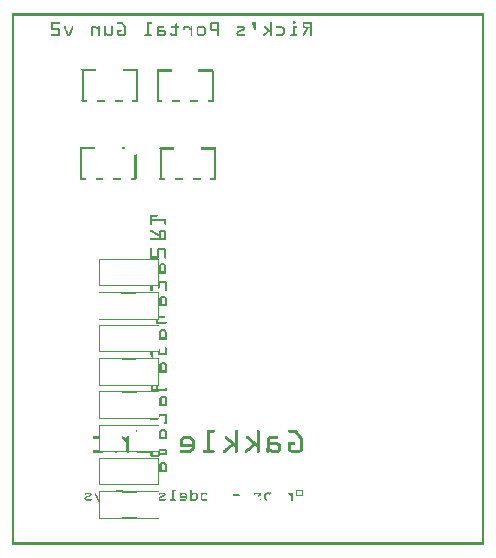
<source format=gbo>
G04 MADE WITH FRITZING*
G04 WWW.FRITZING.ORG*
G04 DOUBLE SIDED*
G04 HOLES PLATED*
G04 CONTOUR ON CENTER OF CONTOUR VECTOR*
%ASAXBY*%
%FSLAX23Y23*%
%MOIN*%
%OFA0B0*%
%SFA1.0B1.0*%
%ADD10C,0.008000*%
%ADD11R,0.001000X0.001000*%
%LNSILK0*%
G90*
G70*
G54D10*
X236Y1583D02*
X236Y1481D01*
D02*
X417Y1481D02*
X417Y1583D01*
D02*
X231Y1323D02*
X231Y1220D01*
D02*
X496Y1322D02*
X496Y1219D01*
D02*
X677Y1219D02*
X677Y1322D01*
D02*
X488Y1582D02*
X488Y1480D01*
D02*
X669Y1480D02*
X669Y1582D01*
G54D11*
X0Y1772D02*
X1573Y1772D01*
X0Y1771D02*
X1573Y1771D01*
X0Y1770D02*
X1573Y1770D01*
X0Y1769D02*
X1573Y1769D01*
X0Y1768D02*
X1573Y1768D01*
X0Y1767D02*
X1573Y1767D01*
X0Y1766D02*
X1573Y1766D01*
X0Y1765D02*
X1573Y1765D01*
X0Y1764D02*
X7Y1764D01*
X1566Y1764D02*
X1573Y1764D01*
X0Y1763D02*
X7Y1763D01*
X1566Y1763D02*
X1573Y1763D01*
X0Y1762D02*
X7Y1762D01*
X1566Y1762D02*
X1573Y1762D01*
X0Y1761D02*
X7Y1761D01*
X1566Y1761D02*
X1573Y1761D01*
X0Y1760D02*
X7Y1760D01*
X1566Y1760D02*
X1573Y1760D01*
X0Y1759D02*
X7Y1759D01*
X1566Y1759D02*
X1573Y1759D01*
X0Y1758D02*
X7Y1758D01*
X1566Y1758D02*
X1573Y1758D01*
X0Y1757D02*
X7Y1757D01*
X1566Y1757D02*
X1573Y1757D01*
X0Y1756D02*
X7Y1756D01*
X1566Y1756D02*
X1573Y1756D01*
X0Y1755D02*
X7Y1755D01*
X1566Y1755D02*
X1573Y1755D01*
X0Y1754D02*
X7Y1754D01*
X1566Y1754D02*
X1573Y1754D01*
X0Y1753D02*
X7Y1753D01*
X1566Y1753D02*
X1573Y1753D01*
X0Y1752D02*
X7Y1752D01*
X1566Y1752D02*
X1573Y1752D01*
X0Y1751D02*
X7Y1751D01*
X1566Y1751D02*
X1573Y1751D01*
X0Y1750D02*
X7Y1750D01*
X1566Y1750D02*
X1573Y1750D01*
X0Y1749D02*
X7Y1749D01*
X1566Y1749D02*
X1573Y1749D01*
X0Y1748D02*
X7Y1748D01*
X1566Y1748D02*
X1573Y1748D01*
X0Y1747D02*
X7Y1747D01*
X1566Y1747D02*
X1573Y1747D01*
X0Y1746D02*
X7Y1746D01*
X938Y1746D02*
X943Y1746D01*
X1566Y1746D02*
X1573Y1746D01*
X0Y1745D02*
X7Y1745D01*
X937Y1745D02*
X944Y1745D01*
X1566Y1745D02*
X1573Y1745D01*
X0Y1744D02*
X7Y1744D01*
X136Y1744D02*
X157Y1744D01*
X354Y1744D02*
X362Y1744D01*
X454Y1744D02*
X462Y1744D01*
X669Y1744D02*
X689Y1744D01*
X804Y1744D02*
X809Y1744D01*
X937Y1744D02*
X945Y1744D01*
X978Y1744D02*
X998Y1744D01*
X1566Y1744D02*
X1573Y1744D01*
X0Y1743D02*
X7Y1743D01*
X133Y1743D02*
X159Y1743D01*
X352Y1743D02*
X366Y1743D01*
X452Y1743D02*
X465Y1743D01*
X665Y1743D02*
X689Y1743D01*
X802Y1743D02*
X812Y1743D01*
X861Y1743D02*
X865Y1743D01*
X937Y1743D02*
X945Y1743D01*
X974Y1743D02*
X998Y1743D01*
X1566Y1743D02*
X1573Y1743D01*
X0Y1742D02*
X7Y1742D01*
X132Y1742D02*
X159Y1742D01*
X351Y1742D02*
X368Y1742D01*
X451Y1742D02*
X465Y1742D01*
X663Y1742D02*
X689Y1742D01*
X801Y1742D02*
X812Y1742D01*
X861Y1742D02*
X865Y1742D01*
X937Y1742D02*
X945Y1742D01*
X972Y1742D02*
X998Y1742D01*
X1566Y1742D02*
X1573Y1742D01*
X0Y1741D02*
X7Y1741D01*
X131Y1741D02*
X160Y1741D01*
X351Y1741D02*
X369Y1741D01*
X451Y1741D02*
X465Y1741D01*
X547Y1741D02*
X549Y1741D01*
X662Y1741D02*
X689Y1741D01*
X801Y1741D02*
X812Y1741D01*
X860Y1741D02*
X866Y1741D01*
X937Y1741D02*
X945Y1741D01*
X971Y1741D02*
X998Y1741D01*
X1566Y1741D02*
X1573Y1741D01*
X0Y1740D02*
X7Y1740D01*
X131Y1740D02*
X159Y1740D01*
X351Y1740D02*
X370Y1740D01*
X451Y1740D02*
X465Y1740D01*
X546Y1740D02*
X550Y1740D01*
X661Y1740D02*
X689Y1740D01*
X801Y1740D02*
X812Y1740D01*
X860Y1740D02*
X866Y1740D01*
X937Y1740D02*
X945Y1740D01*
X970Y1740D02*
X998Y1740D01*
X1566Y1740D02*
X1573Y1740D01*
X0Y1739D02*
X7Y1739D01*
X130Y1739D02*
X159Y1739D01*
X352Y1739D02*
X370Y1739D01*
X451Y1739D02*
X465Y1739D01*
X546Y1739D02*
X551Y1739D01*
X661Y1739D02*
X689Y1739D01*
X802Y1739D02*
X812Y1739D01*
X860Y1739D02*
X866Y1739D01*
X937Y1739D02*
X944Y1739D01*
X970Y1739D02*
X998Y1739D01*
X1566Y1739D02*
X1573Y1739D01*
X0Y1738D02*
X7Y1738D01*
X130Y1738D02*
X157Y1738D01*
X353Y1738D02*
X371Y1738D01*
X451Y1738D02*
X463Y1738D01*
X545Y1738D02*
X551Y1738D01*
X660Y1738D02*
X689Y1738D01*
X802Y1738D02*
X812Y1738D01*
X860Y1738D02*
X866Y1738D01*
X939Y1738D02*
X942Y1738D01*
X969Y1738D02*
X998Y1738D01*
X1566Y1738D02*
X1573Y1738D01*
X0Y1737D02*
X7Y1737D01*
X130Y1737D02*
X135Y1737D01*
X365Y1737D02*
X372Y1737D01*
X451Y1737D02*
X456Y1737D01*
X545Y1737D02*
X551Y1737D01*
X660Y1737D02*
X666Y1737D01*
X684Y1737D02*
X689Y1737D01*
X802Y1737D02*
X812Y1737D01*
X860Y1737D02*
X866Y1737D01*
X969Y1737D02*
X975Y1737D01*
X993Y1737D02*
X998Y1737D01*
X1566Y1737D02*
X1573Y1737D01*
X0Y1736D02*
X7Y1736D01*
X130Y1736D02*
X135Y1736D01*
X366Y1736D02*
X373Y1736D01*
X451Y1736D02*
X456Y1736D01*
X545Y1736D02*
X551Y1736D01*
X660Y1736D02*
X665Y1736D01*
X684Y1736D02*
X689Y1736D01*
X802Y1736D02*
X812Y1736D01*
X860Y1736D02*
X866Y1736D01*
X969Y1736D02*
X974Y1736D01*
X993Y1736D02*
X998Y1736D01*
X1566Y1736D02*
X1573Y1736D01*
X0Y1735D02*
X7Y1735D01*
X130Y1735D02*
X135Y1735D01*
X367Y1735D02*
X374Y1735D01*
X451Y1735D02*
X456Y1735D01*
X545Y1735D02*
X551Y1735D01*
X660Y1735D02*
X665Y1735D01*
X684Y1735D02*
X689Y1735D01*
X803Y1735D02*
X812Y1735D01*
X860Y1735D02*
X866Y1735D01*
X969Y1735D02*
X974Y1735D01*
X993Y1735D02*
X998Y1735D01*
X1566Y1735D02*
X1573Y1735D01*
X0Y1734D02*
X7Y1734D01*
X130Y1734D02*
X135Y1734D01*
X368Y1734D02*
X374Y1734D01*
X451Y1734D02*
X456Y1734D01*
X545Y1734D02*
X551Y1734D01*
X660Y1734D02*
X665Y1734D01*
X684Y1734D02*
X689Y1734D01*
X803Y1734D02*
X812Y1734D01*
X860Y1734D02*
X866Y1734D01*
X969Y1734D02*
X974Y1734D01*
X993Y1734D02*
X998Y1734D01*
X1566Y1734D02*
X1573Y1734D01*
X0Y1733D02*
X7Y1733D01*
X130Y1733D02*
X135Y1733D01*
X368Y1733D02*
X375Y1733D01*
X451Y1733D02*
X456Y1733D01*
X545Y1733D02*
X551Y1733D01*
X660Y1733D02*
X665Y1733D01*
X684Y1733D02*
X689Y1733D01*
X803Y1733D02*
X812Y1733D01*
X860Y1733D02*
X866Y1733D01*
X969Y1733D02*
X974Y1733D01*
X993Y1733D02*
X998Y1733D01*
X1566Y1733D02*
X1573Y1733D01*
X0Y1732D02*
X7Y1732D01*
X130Y1732D02*
X135Y1732D01*
X369Y1732D02*
X376Y1732D01*
X451Y1732D02*
X456Y1732D01*
X545Y1732D02*
X551Y1732D01*
X660Y1732D02*
X665Y1732D01*
X684Y1732D02*
X689Y1732D01*
X804Y1732D02*
X812Y1732D01*
X860Y1732D02*
X866Y1732D01*
X969Y1732D02*
X974Y1732D01*
X993Y1732D02*
X998Y1732D01*
X1566Y1732D02*
X1573Y1732D01*
X0Y1731D02*
X7Y1731D01*
X130Y1731D02*
X135Y1731D01*
X177Y1731D02*
X177Y1731D01*
X201Y1731D02*
X201Y1731D01*
X272Y1731D02*
X276Y1731D01*
X289Y1731D02*
X289Y1731D01*
X309Y1731D02*
X309Y1731D01*
X370Y1731D02*
X377Y1731D01*
X451Y1731D02*
X456Y1731D01*
X492Y1731D02*
X504Y1731D01*
X533Y1731D02*
X554Y1731D01*
X580Y1731D02*
X586Y1731D01*
X598Y1731D02*
X598Y1731D01*
X626Y1731D02*
X635Y1731D01*
X660Y1731D02*
X665Y1731D01*
X684Y1731D02*
X689Y1731D01*
X756Y1731D02*
X770Y1731D01*
X804Y1731D02*
X812Y1731D01*
X842Y1731D02*
X842Y1731D01*
X860Y1731D02*
X866Y1731D01*
X883Y1731D02*
X896Y1731D01*
X939Y1731D02*
X948Y1731D01*
X969Y1731D02*
X974Y1731D01*
X993Y1731D02*
X998Y1731D01*
X1566Y1731D02*
X1573Y1731D01*
X0Y1730D02*
X7Y1730D01*
X130Y1730D02*
X135Y1730D01*
X175Y1730D02*
X179Y1730D01*
X199Y1730D02*
X203Y1730D01*
X268Y1730D02*
X279Y1730D01*
X288Y1730D02*
X291Y1730D01*
X308Y1730D02*
X311Y1730D01*
X332Y1730D02*
X335Y1730D01*
X371Y1730D02*
X377Y1730D01*
X451Y1730D02*
X456Y1730D01*
X489Y1730D02*
X506Y1730D01*
X531Y1730D02*
X556Y1730D01*
X576Y1730D02*
X588Y1730D01*
X597Y1730D02*
X600Y1730D01*
X623Y1730D02*
X638Y1730D01*
X660Y1730D02*
X665Y1730D01*
X684Y1730D02*
X689Y1730D01*
X752Y1730D02*
X773Y1730D01*
X804Y1730D02*
X812Y1730D01*
X840Y1730D02*
X844Y1730D01*
X860Y1730D02*
X866Y1730D01*
X881Y1730D02*
X900Y1730D01*
X937Y1730D02*
X950Y1730D01*
X969Y1730D02*
X974Y1730D01*
X993Y1730D02*
X998Y1730D01*
X1566Y1730D02*
X1573Y1730D01*
X0Y1729D02*
X7Y1729D01*
X130Y1729D02*
X135Y1729D01*
X175Y1729D02*
X179Y1729D01*
X199Y1729D02*
X203Y1729D01*
X267Y1729D02*
X281Y1729D01*
X287Y1729D02*
X292Y1729D01*
X307Y1729D02*
X312Y1729D01*
X331Y1729D02*
X336Y1729D01*
X371Y1729D02*
X378Y1729D01*
X451Y1729D02*
X456Y1729D01*
X487Y1729D02*
X506Y1729D01*
X531Y1729D02*
X556Y1729D01*
X575Y1729D02*
X589Y1729D01*
X596Y1729D02*
X601Y1729D01*
X621Y1729D02*
X639Y1729D01*
X660Y1729D02*
X665Y1729D01*
X684Y1729D02*
X689Y1729D01*
X751Y1729D02*
X774Y1729D01*
X805Y1729D02*
X812Y1729D01*
X839Y1729D02*
X845Y1729D01*
X860Y1729D02*
X866Y1729D01*
X881Y1729D02*
X901Y1729D01*
X937Y1729D02*
X951Y1729D01*
X969Y1729D02*
X975Y1729D01*
X993Y1729D02*
X998Y1729D01*
X1566Y1729D02*
X1573Y1729D01*
X0Y1728D02*
X7Y1728D01*
X130Y1728D02*
X135Y1728D01*
X174Y1728D02*
X179Y1728D01*
X199Y1728D02*
X204Y1728D01*
X266Y1728D02*
X282Y1728D01*
X287Y1728D02*
X292Y1728D01*
X307Y1728D02*
X312Y1728D01*
X331Y1728D02*
X336Y1728D01*
X372Y1728D02*
X379Y1728D01*
X451Y1728D02*
X456Y1728D01*
X486Y1728D02*
X506Y1728D01*
X530Y1728D02*
X557Y1728D01*
X574Y1728D02*
X590Y1728D01*
X596Y1728D02*
X601Y1728D01*
X620Y1728D02*
X641Y1728D01*
X660Y1728D02*
X665Y1728D01*
X684Y1728D02*
X689Y1728D01*
X750Y1728D02*
X775Y1728D01*
X805Y1728D02*
X812Y1728D01*
X839Y1728D02*
X846Y1728D01*
X860Y1728D02*
X866Y1728D01*
X880Y1728D02*
X903Y1728D01*
X937Y1728D02*
X951Y1728D01*
X969Y1728D02*
X998Y1728D01*
X1566Y1728D02*
X1573Y1728D01*
X0Y1727D02*
X7Y1727D01*
X130Y1727D02*
X135Y1727D01*
X174Y1727D02*
X179Y1727D01*
X199Y1727D02*
X204Y1727D01*
X265Y1727D02*
X284Y1727D01*
X287Y1727D02*
X292Y1727D01*
X307Y1727D02*
X312Y1727D01*
X331Y1727D02*
X336Y1727D01*
X373Y1727D02*
X379Y1727D01*
X451Y1727D02*
X456Y1727D01*
X486Y1727D02*
X506Y1727D01*
X531Y1727D02*
X557Y1727D01*
X573Y1727D02*
X592Y1727D01*
X596Y1727D02*
X601Y1727D01*
X619Y1727D02*
X642Y1727D01*
X660Y1727D02*
X665Y1727D01*
X684Y1727D02*
X689Y1727D01*
X749Y1727D02*
X776Y1727D01*
X805Y1727D02*
X812Y1727D01*
X839Y1727D02*
X847Y1727D01*
X860Y1727D02*
X866Y1727D01*
X881Y1727D02*
X904Y1727D01*
X937Y1727D02*
X951Y1727D01*
X970Y1727D02*
X998Y1727D01*
X1566Y1727D02*
X1573Y1727D01*
X0Y1726D02*
X7Y1726D01*
X130Y1726D02*
X135Y1726D01*
X174Y1726D02*
X179Y1726D01*
X199Y1726D02*
X204Y1726D01*
X264Y1726D02*
X292Y1726D01*
X307Y1726D02*
X312Y1726D01*
X331Y1726D02*
X336Y1726D01*
X374Y1726D02*
X380Y1726D01*
X451Y1726D02*
X456Y1726D01*
X485Y1726D02*
X506Y1726D01*
X531Y1726D02*
X556Y1726D01*
X572Y1726D02*
X593Y1726D01*
X596Y1726D02*
X601Y1726D01*
X618Y1726D02*
X643Y1726D01*
X660Y1726D02*
X665Y1726D01*
X684Y1726D02*
X689Y1726D01*
X749Y1726D02*
X776Y1726D01*
X805Y1726D02*
X812Y1726D01*
X840Y1726D02*
X848Y1726D01*
X860Y1726D02*
X866Y1726D01*
X881Y1726D02*
X905Y1726D01*
X937Y1726D02*
X950Y1726D01*
X971Y1726D02*
X998Y1726D01*
X1566Y1726D02*
X1573Y1726D01*
X0Y1725D02*
X7Y1725D01*
X130Y1725D02*
X135Y1725D01*
X174Y1725D02*
X179Y1725D01*
X199Y1725D02*
X204Y1725D01*
X264Y1725D02*
X292Y1725D01*
X307Y1725D02*
X312Y1725D01*
X331Y1725D02*
X336Y1725D01*
X374Y1725D02*
X380Y1725D01*
X451Y1725D02*
X456Y1725D01*
X485Y1725D02*
X504Y1725D01*
X533Y1725D02*
X554Y1725D01*
X572Y1725D02*
X594Y1725D01*
X596Y1725D02*
X601Y1725D01*
X617Y1725D02*
X643Y1725D01*
X660Y1725D02*
X665Y1725D01*
X684Y1725D02*
X689Y1725D01*
X749Y1725D02*
X776Y1725D01*
X806Y1725D02*
X812Y1725D01*
X841Y1725D02*
X850Y1725D01*
X860Y1725D02*
X866Y1725D01*
X883Y1725D02*
X906Y1725D01*
X937Y1725D02*
X948Y1725D01*
X971Y1725D02*
X998Y1725D01*
X1566Y1725D02*
X1573Y1725D01*
X0Y1724D02*
X7Y1724D01*
X130Y1724D02*
X135Y1724D01*
X174Y1724D02*
X179Y1724D01*
X199Y1724D02*
X204Y1724D01*
X264Y1724D02*
X269Y1724D01*
X278Y1724D02*
X292Y1724D01*
X307Y1724D02*
X312Y1724D01*
X331Y1724D02*
X336Y1724D01*
X375Y1724D02*
X380Y1724D01*
X451Y1724D02*
X456Y1724D01*
X484Y1724D02*
X490Y1724D01*
X545Y1724D02*
X551Y1724D01*
X572Y1724D02*
X578Y1724D01*
X587Y1724D02*
X601Y1724D01*
X616Y1724D02*
X624Y1724D01*
X637Y1724D02*
X644Y1724D01*
X660Y1724D02*
X665Y1724D01*
X684Y1724D02*
X689Y1724D01*
X749Y1724D02*
X754Y1724D01*
X771Y1724D02*
X777Y1724D01*
X806Y1724D02*
X812Y1724D01*
X842Y1724D02*
X851Y1724D01*
X860Y1724D02*
X866Y1724D01*
X898Y1724D02*
X907Y1724D01*
X937Y1724D02*
X942Y1724D01*
X973Y1724D02*
X998Y1724D01*
X1566Y1724D02*
X1573Y1724D01*
X0Y1723D02*
X7Y1723D01*
X130Y1723D02*
X155Y1723D01*
X174Y1723D02*
X180Y1723D01*
X198Y1723D02*
X204Y1723D01*
X263Y1723D02*
X269Y1723D01*
X280Y1723D02*
X292Y1723D01*
X307Y1723D02*
X312Y1723D01*
X331Y1723D02*
X336Y1723D01*
X375Y1723D02*
X380Y1723D01*
X451Y1723D02*
X456Y1723D01*
X484Y1723D02*
X489Y1723D01*
X545Y1723D02*
X551Y1723D01*
X572Y1723D02*
X577Y1723D01*
X588Y1723D02*
X601Y1723D01*
X616Y1723D02*
X622Y1723D01*
X638Y1723D02*
X644Y1723D01*
X660Y1723D02*
X665Y1723D01*
X684Y1723D02*
X689Y1723D01*
X750Y1723D02*
X752Y1723D01*
X771Y1723D02*
X777Y1723D01*
X806Y1723D02*
X812Y1723D01*
X843Y1723D02*
X852Y1723D01*
X860Y1723D02*
X866Y1723D01*
X900Y1723D02*
X908Y1723D01*
X937Y1723D02*
X942Y1723D01*
X974Y1723D02*
X998Y1723D01*
X1566Y1723D02*
X1573Y1723D01*
X0Y1722D02*
X7Y1722D01*
X130Y1722D02*
X157Y1722D01*
X174Y1722D02*
X180Y1722D01*
X198Y1722D02*
X204Y1722D01*
X263Y1722D02*
X269Y1722D01*
X281Y1722D02*
X292Y1722D01*
X307Y1722D02*
X312Y1722D01*
X331Y1722D02*
X336Y1722D01*
X375Y1722D02*
X380Y1722D01*
X451Y1722D02*
X456Y1722D01*
X484Y1722D02*
X489Y1722D01*
X545Y1722D02*
X551Y1722D01*
X571Y1722D02*
X577Y1722D01*
X589Y1722D02*
X601Y1722D01*
X616Y1722D02*
X621Y1722D01*
X639Y1722D02*
X645Y1722D01*
X660Y1722D02*
X666Y1722D01*
X684Y1722D02*
X689Y1722D01*
X771Y1722D02*
X776Y1722D01*
X807Y1722D02*
X812Y1722D01*
X845Y1722D02*
X853Y1722D01*
X860Y1722D02*
X866Y1722D01*
X901Y1722D02*
X908Y1722D01*
X937Y1722D02*
X942Y1722D01*
X981Y1722D02*
X987Y1722D01*
X993Y1722D02*
X998Y1722D01*
X1566Y1722D02*
X1573Y1722D01*
X0Y1721D02*
X7Y1721D01*
X131Y1721D02*
X158Y1721D01*
X175Y1721D02*
X181Y1721D01*
X197Y1721D02*
X203Y1721D01*
X263Y1721D02*
X268Y1721D01*
X283Y1721D02*
X292Y1721D01*
X307Y1721D02*
X312Y1721D01*
X331Y1721D02*
X336Y1721D01*
X375Y1721D02*
X380Y1721D01*
X451Y1721D02*
X456Y1721D01*
X484Y1721D02*
X489Y1721D01*
X545Y1721D02*
X551Y1721D01*
X571Y1721D02*
X577Y1721D01*
X590Y1721D02*
X601Y1721D01*
X616Y1721D02*
X621Y1721D01*
X640Y1721D02*
X645Y1721D01*
X660Y1721D02*
X667Y1721D01*
X684Y1721D02*
X689Y1721D01*
X769Y1721D02*
X776Y1721D01*
X807Y1721D02*
X812Y1721D01*
X846Y1721D02*
X854Y1721D01*
X860Y1721D02*
X866Y1721D01*
X902Y1721D02*
X909Y1721D01*
X937Y1721D02*
X942Y1721D01*
X981Y1721D02*
X987Y1721D01*
X993Y1721D02*
X998Y1721D01*
X1566Y1721D02*
X1573Y1721D01*
X0Y1720D02*
X7Y1720D01*
X131Y1720D02*
X159Y1720D01*
X175Y1720D02*
X181Y1720D01*
X197Y1720D02*
X203Y1720D01*
X263Y1720D02*
X268Y1720D01*
X284Y1720D02*
X292Y1720D01*
X307Y1720D02*
X312Y1720D01*
X331Y1720D02*
X336Y1720D01*
X375Y1720D02*
X380Y1720D01*
X451Y1720D02*
X456Y1720D01*
X484Y1720D02*
X489Y1720D01*
X545Y1720D02*
X551Y1720D01*
X571Y1720D02*
X577Y1720D01*
X591Y1720D02*
X601Y1720D01*
X616Y1720D02*
X621Y1720D01*
X640Y1720D02*
X645Y1720D01*
X661Y1720D02*
X689Y1720D01*
X767Y1720D02*
X776Y1720D01*
X807Y1720D02*
X812Y1720D01*
X847Y1720D02*
X855Y1720D01*
X860Y1720D02*
X866Y1720D01*
X903Y1720D02*
X909Y1720D01*
X937Y1720D02*
X942Y1720D01*
X980Y1720D02*
X986Y1720D01*
X993Y1720D02*
X998Y1720D01*
X1566Y1720D02*
X1573Y1720D01*
X0Y1719D02*
X7Y1719D01*
X132Y1719D02*
X159Y1719D01*
X176Y1719D02*
X181Y1719D01*
X197Y1719D02*
X202Y1719D01*
X263Y1719D02*
X268Y1719D01*
X286Y1719D02*
X292Y1719D01*
X307Y1719D02*
X312Y1719D01*
X331Y1719D02*
X336Y1719D01*
X375Y1719D02*
X380Y1719D01*
X451Y1719D02*
X456Y1719D01*
X484Y1719D02*
X489Y1719D01*
X545Y1719D02*
X551Y1719D01*
X572Y1719D02*
X576Y1719D01*
X592Y1719D02*
X601Y1719D01*
X616Y1719D02*
X621Y1719D01*
X640Y1719D02*
X645Y1719D01*
X661Y1719D02*
X689Y1719D01*
X764Y1719D02*
X775Y1719D01*
X808Y1719D02*
X812Y1719D01*
X848Y1719D02*
X857Y1719D01*
X860Y1719D02*
X866Y1719D01*
X904Y1719D02*
X910Y1719D01*
X937Y1719D02*
X942Y1719D01*
X979Y1719D02*
X986Y1719D01*
X993Y1719D02*
X998Y1719D01*
X1566Y1719D02*
X1573Y1719D01*
X0Y1718D02*
X7Y1718D01*
X133Y1718D02*
X159Y1718D01*
X176Y1718D02*
X182Y1718D01*
X196Y1718D02*
X202Y1718D01*
X263Y1718D02*
X268Y1718D01*
X287Y1718D02*
X292Y1718D01*
X307Y1718D02*
X312Y1718D01*
X331Y1718D02*
X336Y1718D01*
X351Y1718D02*
X363Y1718D01*
X375Y1718D02*
X380Y1718D01*
X451Y1718D02*
X456Y1718D01*
X484Y1718D02*
X489Y1718D01*
X491Y1718D02*
X505Y1718D01*
X545Y1718D02*
X551Y1718D01*
X572Y1718D02*
X576Y1718D01*
X594Y1718D02*
X601Y1718D01*
X616Y1718D02*
X621Y1718D01*
X640Y1718D02*
X645Y1718D01*
X662Y1718D02*
X689Y1718D01*
X762Y1718D02*
X774Y1718D01*
X808Y1718D02*
X811Y1718D01*
X849Y1718D02*
X858Y1718D01*
X860Y1718D02*
X866Y1718D01*
X904Y1718D02*
X910Y1718D01*
X937Y1718D02*
X942Y1718D01*
X979Y1718D02*
X985Y1718D01*
X993Y1718D02*
X998Y1718D01*
X1566Y1718D02*
X1573Y1718D01*
X0Y1717D02*
X7Y1717D01*
X154Y1717D02*
X160Y1717D01*
X177Y1717D02*
X182Y1717D01*
X196Y1717D02*
X201Y1717D01*
X263Y1717D02*
X268Y1717D01*
X287Y1717D02*
X292Y1717D01*
X307Y1717D02*
X312Y1717D01*
X331Y1717D02*
X336Y1717D01*
X351Y1717D02*
X364Y1717D01*
X375Y1717D02*
X380Y1717D01*
X451Y1717D02*
X456Y1717D01*
X484Y1717D02*
X508Y1717D01*
X545Y1717D02*
X551Y1717D01*
X595Y1717D02*
X601Y1717D01*
X616Y1717D02*
X621Y1717D01*
X640Y1717D02*
X645Y1717D01*
X663Y1717D02*
X689Y1717D01*
X760Y1717D02*
X773Y1717D01*
X850Y1717D02*
X866Y1717D01*
X905Y1717D02*
X910Y1717D01*
X937Y1717D02*
X942Y1717D01*
X978Y1717D02*
X984Y1717D01*
X993Y1717D02*
X998Y1717D01*
X1566Y1717D02*
X1573Y1717D01*
X0Y1716D02*
X7Y1716D01*
X154Y1716D02*
X160Y1716D01*
X177Y1716D02*
X183Y1716D01*
X195Y1716D02*
X201Y1716D01*
X263Y1716D02*
X268Y1716D01*
X287Y1716D02*
X292Y1716D01*
X307Y1716D02*
X312Y1716D01*
X331Y1716D02*
X336Y1716D01*
X351Y1716D02*
X365Y1716D01*
X375Y1716D02*
X380Y1716D01*
X451Y1716D02*
X456Y1716D01*
X484Y1716D02*
X509Y1716D01*
X545Y1716D02*
X551Y1716D01*
X596Y1716D02*
X601Y1716D01*
X616Y1716D02*
X621Y1716D01*
X640Y1716D02*
X645Y1716D01*
X664Y1716D02*
X689Y1716D01*
X757Y1716D02*
X772Y1716D01*
X852Y1716D02*
X866Y1716D01*
X905Y1716D02*
X910Y1716D01*
X937Y1716D02*
X942Y1716D01*
X978Y1716D02*
X984Y1716D01*
X993Y1716D02*
X998Y1716D01*
X1566Y1716D02*
X1573Y1716D01*
X0Y1715D02*
X7Y1715D01*
X154Y1715D02*
X160Y1715D01*
X177Y1715D02*
X183Y1715D01*
X195Y1715D02*
X201Y1715D01*
X263Y1715D02*
X268Y1715D01*
X287Y1715D02*
X292Y1715D01*
X307Y1715D02*
X312Y1715D01*
X331Y1715D02*
X336Y1715D01*
X351Y1715D02*
X365Y1715D01*
X375Y1715D02*
X380Y1715D01*
X451Y1715D02*
X456Y1715D01*
X484Y1715D02*
X510Y1715D01*
X545Y1715D02*
X551Y1715D01*
X596Y1715D02*
X601Y1715D01*
X616Y1715D02*
X621Y1715D01*
X640Y1715D02*
X645Y1715D01*
X666Y1715D02*
X689Y1715D01*
X755Y1715D02*
X769Y1715D01*
X852Y1715D02*
X866Y1715D01*
X905Y1715D02*
X910Y1715D01*
X937Y1715D02*
X942Y1715D01*
X977Y1715D02*
X983Y1715D01*
X993Y1715D02*
X998Y1715D01*
X1566Y1715D02*
X1573Y1715D01*
X0Y1714D02*
X7Y1714D01*
X154Y1714D02*
X160Y1714D01*
X178Y1714D02*
X184Y1714D01*
X194Y1714D02*
X200Y1714D01*
X263Y1714D02*
X268Y1714D01*
X287Y1714D02*
X292Y1714D01*
X307Y1714D02*
X312Y1714D01*
X330Y1714D02*
X336Y1714D01*
X351Y1714D02*
X365Y1714D01*
X375Y1714D02*
X380Y1714D01*
X451Y1714D02*
X456Y1714D01*
X484Y1714D02*
X511Y1714D01*
X545Y1714D02*
X551Y1714D01*
X596Y1714D02*
X601Y1714D01*
X616Y1714D02*
X621Y1714D01*
X640Y1714D02*
X645Y1714D01*
X684Y1714D02*
X689Y1714D01*
X753Y1714D02*
X767Y1714D01*
X852Y1714D02*
X866Y1714D01*
X905Y1714D02*
X910Y1714D01*
X937Y1714D02*
X942Y1714D01*
X977Y1714D02*
X983Y1714D01*
X993Y1714D02*
X998Y1714D01*
X1566Y1714D02*
X1573Y1714D01*
X0Y1713D02*
X7Y1713D01*
X154Y1713D02*
X160Y1713D01*
X178Y1713D02*
X184Y1713D01*
X194Y1713D02*
X200Y1713D01*
X263Y1713D02*
X268Y1713D01*
X287Y1713D02*
X292Y1713D01*
X307Y1713D02*
X312Y1713D01*
X330Y1713D02*
X336Y1713D01*
X351Y1713D02*
X364Y1713D01*
X375Y1713D02*
X380Y1713D01*
X451Y1713D02*
X456Y1713D01*
X484Y1713D02*
X512Y1713D01*
X545Y1713D02*
X551Y1713D01*
X596Y1713D02*
X601Y1713D01*
X616Y1713D02*
X621Y1713D01*
X640Y1713D02*
X645Y1713D01*
X684Y1713D02*
X689Y1713D01*
X751Y1713D02*
X765Y1713D01*
X850Y1713D02*
X866Y1713D01*
X905Y1713D02*
X910Y1713D01*
X937Y1713D02*
X942Y1713D01*
X976Y1713D02*
X982Y1713D01*
X993Y1713D02*
X998Y1713D01*
X1566Y1713D02*
X1573Y1713D01*
X0Y1712D02*
X7Y1712D01*
X154Y1712D02*
X160Y1712D01*
X179Y1712D02*
X185Y1712D01*
X194Y1712D02*
X199Y1712D01*
X263Y1712D02*
X268Y1712D01*
X287Y1712D02*
X292Y1712D01*
X307Y1712D02*
X312Y1712D01*
X330Y1712D02*
X336Y1712D01*
X351Y1712D02*
X362Y1712D01*
X375Y1712D02*
X380Y1712D01*
X451Y1712D02*
X456Y1712D01*
X484Y1712D02*
X512Y1712D01*
X545Y1712D02*
X551Y1712D01*
X596Y1712D02*
X601Y1712D01*
X616Y1712D02*
X621Y1712D01*
X640Y1712D02*
X645Y1712D01*
X684Y1712D02*
X689Y1712D01*
X751Y1712D02*
X763Y1712D01*
X849Y1712D02*
X866Y1712D01*
X905Y1712D02*
X910Y1712D01*
X937Y1712D02*
X942Y1712D01*
X975Y1712D02*
X982Y1712D01*
X993Y1712D02*
X998Y1712D01*
X1566Y1712D02*
X1573Y1712D01*
X0Y1711D02*
X7Y1711D01*
X154Y1711D02*
X160Y1711D01*
X179Y1711D02*
X185Y1711D01*
X193Y1711D02*
X199Y1711D01*
X263Y1711D02*
X268Y1711D01*
X287Y1711D02*
X292Y1711D01*
X307Y1711D02*
X312Y1711D01*
X330Y1711D02*
X336Y1711D01*
X351Y1711D02*
X356Y1711D01*
X375Y1711D02*
X380Y1711D01*
X451Y1711D02*
X456Y1711D01*
X484Y1711D02*
X490Y1711D01*
X507Y1711D02*
X512Y1711D01*
X545Y1711D02*
X551Y1711D01*
X596Y1711D02*
X601Y1711D01*
X616Y1711D02*
X621Y1711D01*
X640Y1711D02*
X645Y1711D01*
X684Y1711D02*
X689Y1711D01*
X750Y1711D02*
X760Y1711D01*
X848Y1711D02*
X866Y1711D01*
X905Y1711D02*
X910Y1711D01*
X937Y1711D02*
X942Y1711D01*
X975Y1711D02*
X981Y1711D01*
X993Y1711D02*
X998Y1711D01*
X1566Y1711D02*
X1573Y1711D01*
X0Y1710D02*
X7Y1710D01*
X154Y1710D02*
X160Y1710D01*
X180Y1710D02*
X185Y1710D01*
X193Y1710D02*
X198Y1710D01*
X263Y1710D02*
X268Y1710D01*
X287Y1710D02*
X292Y1710D01*
X307Y1710D02*
X312Y1710D01*
X330Y1710D02*
X335Y1710D01*
X351Y1710D02*
X356Y1710D01*
X375Y1710D02*
X380Y1710D01*
X451Y1710D02*
X456Y1710D01*
X484Y1710D02*
X489Y1710D01*
X507Y1710D02*
X512Y1710D01*
X545Y1710D02*
X551Y1710D01*
X596Y1710D02*
X601Y1710D01*
X616Y1710D02*
X621Y1710D01*
X640Y1710D02*
X645Y1710D01*
X684Y1710D02*
X689Y1710D01*
X749Y1710D02*
X758Y1710D01*
X847Y1710D02*
X855Y1710D01*
X859Y1710D02*
X866Y1710D01*
X904Y1710D02*
X910Y1710D01*
X937Y1710D02*
X942Y1710D01*
X974Y1710D02*
X980Y1710D01*
X993Y1710D02*
X998Y1710D01*
X1566Y1710D02*
X1573Y1710D01*
X0Y1709D02*
X7Y1709D01*
X154Y1709D02*
X160Y1709D01*
X180Y1709D02*
X186Y1709D01*
X192Y1709D02*
X198Y1709D01*
X263Y1709D02*
X268Y1709D01*
X287Y1709D02*
X292Y1709D01*
X307Y1709D02*
X312Y1709D01*
X330Y1709D02*
X335Y1709D01*
X351Y1709D02*
X356Y1709D01*
X375Y1709D02*
X380Y1709D01*
X451Y1709D02*
X456Y1709D01*
X484Y1709D02*
X489Y1709D01*
X507Y1709D02*
X513Y1709D01*
X545Y1709D02*
X551Y1709D01*
X596Y1709D02*
X601Y1709D01*
X616Y1709D02*
X621Y1709D01*
X640Y1709D02*
X645Y1709D01*
X684Y1709D02*
X689Y1709D01*
X749Y1709D02*
X756Y1709D01*
X846Y1709D02*
X854Y1709D01*
X860Y1709D02*
X866Y1709D01*
X904Y1709D02*
X910Y1709D01*
X937Y1709D02*
X942Y1709D01*
X974Y1709D02*
X980Y1709D01*
X993Y1709D02*
X998Y1709D01*
X1566Y1709D02*
X1573Y1709D01*
X0Y1708D02*
X7Y1708D01*
X154Y1708D02*
X160Y1708D01*
X181Y1708D02*
X186Y1708D01*
X192Y1708D02*
X198Y1708D01*
X263Y1708D02*
X268Y1708D01*
X287Y1708D02*
X292Y1708D01*
X307Y1708D02*
X313Y1708D01*
X330Y1708D02*
X335Y1708D01*
X351Y1708D02*
X356Y1708D01*
X375Y1708D02*
X380Y1708D01*
X451Y1708D02*
X456Y1708D01*
X483Y1708D02*
X489Y1708D01*
X507Y1708D02*
X513Y1708D01*
X545Y1708D02*
X551Y1708D01*
X596Y1708D02*
X601Y1708D01*
X616Y1708D02*
X621Y1708D01*
X640Y1708D02*
X645Y1708D01*
X684Y1708D02*
X689Y1708D01*
X748Y1708D02*
X754Y1708D01*
X844Y1708D02*
X853Y1708D01*
X860Y1708D02*
X866Y1708D01*
X904Y1708D02*
X909Y1708D01*
X937Y1708D02*
X942Y1708D01*
X973Y1708D02*
X979Y1708D01*
X993Y1708D02*
X998Y1708D01*
X1566Y1708D02*
X1573Y1708D01*
X0Y1707D02*
X7Y1707D01*
X154Y1707D02*
X160Y1707D01*
X181Y1707D02*
X187Y1707D01*
X191Y1707D02*
X197Y1707D01*
X263Y1707D02*
X268Y1707D01*
X287Y1707D02*
X292Y1707D01*
X307Y1707D02*
X315Y1707D01*
X330Y1707D02*
X335Y1707D01*
X351Y1707D02*
X356Y1707D01*
X375Y1707D02*
X380Y1707D01*
X451Y1707D02*
X456Y1707D01*
X483Y1707D02*
X489Y1707D01*
X507Y1707D02*
X513Y1707D01*
X528Y1707D02*
X531Y1707D01*
X545Y1707D02*
X551Y1707D01*
X596Y1707D02*
X601Y1707D01*
X616Y1707D02*
X621Y1707D01*
X640Y1707D02*
X645Y1707D01*
X684Y1707D02*
X689Y1707D01*
X748Y1707D02*
X753Y1707D01*
X843Y1707D02*
X852Y1707D01*
X860Y1707D02*
X866Y1707D01*
X903Y1707D02*
X909Y1707D01*
X937Y1707D02*
X942Y1707D01*
X972Y1707D02*
X979Y1707D01*
X993Y1707D02*
X998Y1707D01*
X1566Y1707D02*
X1573Y1707D01*
X0Y1706D02*
X7Y1706D01*
X154Y1706D02*
X160Y1706D01*
X181Y1706D02*
X187Y1706D01*
X191Y1706D02*
X197Y1706D01*
X263Y1706D02*
X268Y1706D01*
X287Y1706D02*
X292Y1706D01*
X307Y1706D02*
X316Y1706D01*
X330Y1706D02*
X335Y1706D01*
X351Y1706D02*
X356Y1706D01*
X375Y1706D02*
X380Y1706D01*
X451Y1706D02*
X456Y1706D01*
X483Y1706D02*
X489Y1706D01*
X507Y1706D02*
X513Y1706D01*
X528Y1706D02*
X532Y1706D01*
X545Y1706D02*
X551Y1706D01*
X596Y1706D02*
X601Y1706D01*
X616Y1706D02*
X621Y1706D01*
X639Y1706D02*
X645Y1706D01*
X684Y1706D02*
X689Y1706D01*
X748Y1706D02*
X753Y1706D01*
X842Y1706D02*
X851Y1706D01*
X860Y1706D02*
X866Y1706D01*
X901Y1706D02*
X909Y1706D01*
X937Y1706D02*
X942Y1706D01*
X972Y1706D02*
X978Y1706D01*
X993Y1706D02*
X998Y1706D01*
X1566Y1706D02*
X1573Y1706D01*
X0Y1705D02*
X7Y1705D01*
X154Y1705D02*
X160Y1705D01*
X182Y1705D02*
X188Y1705D01*
X191Y1705D02*
X196Y1705D01*
X263Y1705D02*
X268Y1705D01*
X287Y1705D02*
X292Y1705D01*
X307Y1705D02*
X318Y1705D01*
X330Y1705D02*
X335Y1705D01*
X351Y1705D02*
X356Y1705D01*
X375Y1705D02*
X380Y1705D01*
X451Y1705D02*
X456Y1705D01*
X483Y1705D02*
X491Y1705D01*
X507Y1705D02*
X513Y1705D01*
X527Y1705D02*
X533Y1705D01*
X545Y1705D02*
X551Y1705D01*
X596Y1705D02*
X601Y1705D01*
X616Y1705D02*
X622Y1705D01*
X639Y1705D02*
X645Y1705D01*
X684Y1705D02*
X689Y1705D01*
X748Y1705D02*
X753Y1705D01*
X775Y1705D02*
X775Y1705D01*
X841Y1705D02*
X849Y1705D01*
X860Y1705D02*
X866Y1705D01*
X900Y1705D02*
X908Y1705D01*
X937Y1705D02*
X942Y1705D01*
X971Y1705D02*
X977Y1705D01*
X993Y1705D02*
X998Y1705D01*
X1566Y1705D02*
X1573Y1705D01*
X0Y1704D02*
X7Y1704D01*
X154Y1704D02*
X160Y1704D01*
X182Y1704D02*
X188Y1704D01*
X190Y1704D02*
X196Y1704D01*
X263Y1704D02*
X268Y1704D01*
X287Y1704D02*
X292Y1704D01*
X307Y1704D02*
X320Y1704D01*
X330Y1704D02*
X335Y1704D01*
X351Y1704D02*
X357Y1704D01*
X374Y1704D02*
X380Y1704D01*
X451Y1704D02*
X456Y1704D01*
X483Y1704D02*
X493Y1704D01*
X507Y1704D02*
X512Y1704D01*
X527Y1704D02*
X533Y1704D01*
X545Y1704D02*
X550Y1704D01*
X596Y1704D02*
X601Y1704D01*
X616Y1704D02*
X623Y1704D01*
X637Y1704D02*
X644Y1704D01*
X684Y1704D02*
X689Y1704D01*
X748Y1704D02*
X754Y1704D01*
X773Y1704D02*
X777Y1704D01*
X840Y1704D02*
X848Y1704D01*
X860Y1704D02*
X866Y1704D01*
X899Y1704D02*
X907Y1704D01*
X937Y1704D02*
X942Y1704D01*
X971Y1704D02*
X977Y1704D01*
X993Y1704D02*
X998Y1704D01*
X1566Y1704D02*
X1573Y1704D01*
X0Y1703D02*
X7Y1703D01*
X154Y1703D02*
X160Y1703D01*
X183Y1703D02*
X195Y1703D01*
X263Y1703D02*
X268Y1703D01*
X287Y1703D02*
X292Y1703D01*
X307Y1703D02*
X321Y1703D01*
X329Y1703D02*
X335Y1703D01*
X351Y1703D02*
X358Y1703D01*
X373Y1703D02*
X380Y1703D01*
X451Y1703D02*
X456Y1703D01*
X483Y1703D02*
X495Y1703D01*
X506Y1703D02*
X512Y1703D01*
X528Y1703D02*
X534Y1703D01*
X544Y1703D02*
X550Y1703D01*
X596Y1703D02*
X601Y1703D01*
X617Y1703D02*
X624Y1703D01*
X636Y1703D02*
X644Y1703D01*
X684Y1703D02*
X689Y1703D01*
X748Y1703D02*
X755Y1703D01*
X771Y1703D02*
X777Y1703D01*
X839Y1703D02*
X847Y1703D01*
X860Y1703D02*
X866Y1703D01*
X898Y1703D02*
X906Y1703D01*
X937Y1703D02*
X942Y1703D01*
X970Y1703D02*
X976Y1703D01*
X993Y1703D02*
X998Y1703D01*
X1566Y1703D02*
X1573Y1703D01*
X0Y1702D02*
X7Y1702D01*
X132Y1702D02*
X160Y1702D01*
X183Y1702D02*
X195Y1702D01*
X263Y1702D02*
X268Y1702D01*
X287Y1702D02*
X292Y1702D01*
X307Y1702D02*
X335Y1702D01*
X352Y1702D02*
X379Y1702D01*
X444Y1702D02*
X464Y1702D01*
X483Y1702D02*
X512Y1702D01*
X528Y1702D02*
X550Y1702D01*
X596Y1702D02*
X601Y1702D01*
X618Y1702D02*
X643Y1702D01*
X684Y1702D02*
X689Y1702D01*
X749Y1702D02*
X777Y1702D01*
X837Y1702D02*
X846Y1702D01*
X860Y1702D02*
X866Y1702D01*
X882Y1702D02*
X905Y1702D01*
X929Y1702D02*
X949Y1702D01*
X970Y1702D02*
X976Y1702D01*
X993Y1702D02*
X998Y1702D01*
X1566Y1702D02*
X1573Y1702D01*
X0Y1701D02*
X7Y1701D01*
X131Y1701D02*
X160Y1701D01*
X184Y1701D02*
X194Y1701D01*
X263Y1701D02*
X268Y1701D01*
X287Y1701D02*
X292Y1701D01*
X307Y1701D02*
X312Y1701D01*
X314Y1701D02*
X334Y1701D01*
X352Y1701D02*
X379Y1701D01*
X443Y1701D02*
X465Y1701D01*
X483Y1701D02*
X511Y1701D01*
X529Y1701D02*
X549Y1701D01*
X596Y1701D02*
X601Y1701D01*
X618Y1701D02*
X642Y1701D01*
X684Y1701D02*
X689Y1701D01*
X749Y1701D02*
X777Y1701D01*
X837Y1701D02*
X845Y1701D01*
X860Y1701D02*
X866Y1701D01*
X881Y1701D02*
X904Y1701D01*
X928Y1701D02*
X950Y1701D01*
X969Y1701D02*
X975Y1701D01*
X993Y1701D02*
X998Y1701D01*
X1566Y1701D02*
X1573Y1701D01*
X0Y1700D02*
X7Y1700D01*
X130Y1700D02*
X160Y1700D01*
X184Y1700D02*
X194Y1700D01*
X263Y1700D02*
X268Y1700D01*
X287Y1700D02*
X292Y1700D01*
X307Y1700D02*
X312Y1700D01*
X315Y1700D02*
X333Y1700D01*
X353Y1700D02*
X378Y1700D01*
X442Y1700D02*
X465Y1700D01*
X483Y1700D02*
X511Y1700D01*
X529Y1700D02*
X549Y1700D01*
X596Y1700D02*
X601Y1700D01*
X619Y1700D02*
X641Y1700D01*
X684Y1700D02*
X689Y1700D01*
X750Y1700D02*
X776Y1700D01*
X836Y1700D02*
X844Y1700D01*
X860Y1700D02*
X866Y1700D01*
X880Y1700D02*
X903Y1700D01*
X928Y1700D02*
X951Y1700D01*
X969Y1700D02*
X975Y1700D01*
X993Y1700D02*
X998Y1700D01*
X1566Y1700D02*
X1573Y1700D01*
X0Y1699D02*
X7Y1699D01*
X130Y1699D02*
X160Y1699D01*
X184Y1699D02*
X194Y1699D01*
X263Y1699D02*
X268Y1699D01*
X287Y1699D02*
X292Y1699D01*
X307Y1699D02*
X312Y1699D01*
X317Y1699D02*
X332Y1699D01*
X354Y1699D02*
X377Y1699D01*
X442Y1699D02*
X465Y1699D01*
X483Y1699D02*
X488Y1699D01*
X490Y1699D02*
X510Y1699D01*
X530Y1699D02*
X548Y1699D01*
X596Y1699D02*
X601Y1699D01*
X621Y1699D02*
X640Y1699D01*
X684Y1699D02*
X689Y1699D01*
X751Y1699D02*
X775Y1699D01*
X836Y1699D02*
X842Y1699D01*
X861Y1699D02*
X865Y1699D01*
X880Y1699D02*
X902Y1699D01*
X928Y1699D02*
X951Y1699D01*
X969Y1699D02*
X974Y1699D01*
X993Y1699D02*
X998Y1699D01*
X1566Y1699D02*
X1573Y1699D01*
X0Y1698D02*
X7Y1698D01*
X131Y1698D02*
X160Y1698D01*
X185Y1698D02*
X193Y1698D01*
X263Y1698D02*
X267Y1698D01*
X287Y1698D02*
X291Y1698D01*
X307Y1698D02*
X311Y1698D01*
X319Y1698D02*
X331Y1698D01*
X355Y1698D02*
X376Y1698D01*
X443Y1698D02*
X465Y1698D01*
X484Y1698D02*
X488Y1698D01*
X492Y1698D02*
X509Y1698D01*
X531Y1698D02*
X547Y1698D01*
X596Y1698D02*
X600Y1698D01*
X622Y1698D02*
X639Y1698D01*
X684Y1698D02*
X689Y1698D01*
X752Y1698D02*
X774Y1698D01*
X837Y1698D02*
X841Y1698D01*
X861Y1698D02*
X865Y1698D01*
X881Y1698D02*
X900Y1698D01*
X928Y1698D02*
X950Y1698D01*
X969Y1698D02*
X973Y1698D01*
X993Y1698D02*
X998Y1698D01*
X1566Y1698D02*
X1573Y1698D01*
X0Y1697D02*
X7Y1697D01*
X132Y1697D02*
X160Y1697D01*
X186Y1697D02*
X192Y1697D01*
X264Y1697D02*
X266Y1697D01*
X288Y1697D02*
X291Y1697D01*
X308Y1697D02*
X310Y1697D01*
X321Y1697D02*
X329Y1697D01*
X357Y1697D02*
X374Y1697D01*
X444Y1697D02*
X464Y1697D01*
X485Y1697D02*
X487Y1697D01*
X494Y1697D02*
X507Y1697D01*
X533Y1697D02*
X545Y1697D01*
X597Y1697D02*
X599Y1697D01*
X624Y1697D02*
X637Y1697D01*
X685Y1697D02*
X688Y1697D01*
X754Y1697D02*
X771Y1697D01*
X838Y1697D02*
X840Y1697D01*
X862Y1697D02*
X864Y1697D01*
X882Y1697D02*
X899Y1697D01*
X929Y1697D02*
X949Y1697D01*
X970Y1697D02*
X972Y1697D01*
X994Y1697D02*
X997Y1697D01*
X1566Y1697D02*
X1573Y1697D01*
X0Y1696D02*
X7Y1696D01*
X1566Y1696D02*
X1573Y1696D01*
X0Y1695D02*
X7Y1695D01*
X1566Y1695D02*
X1573Y1695D01*
X0Y1694D02*
X7Y1694D01*
X1566Y1694D02*
X1573Y1694D01*
X0Y1693D02*
X7Y1693D01*
X1566Y1693D02*
X1573Y1693D01*
X0Y1692D02*
X7Y1692D01*
X1566Y1692D02*
X1573Y1692D01*
X0Y1691D02*
X7Y1691D01*
X1566Y1691D02*
X1573Y1691D01*
X0Y1690D02*
X7Y1690D01*
X1566Y1690D02*
X1573Y1690D01*
X0Y1689D02*
X7Y1689D01*
X1566Y1689D02*
X1573Y1689D01*
X0Y1688D02*
X7Y1688D01*
X1566Y1688D02*
X1573Y1688D01*
X0Y1687D02*
X7Y1687D01*
X1566Y1687D02*
X1573Y1687D01*
X0Y1686D02*
X7Y1686D01*
X1566Y1686D02*
X1573Y1686D01*
X0Y1685D02*
X7Y1685D01*
X1566Y1685D02*
X1573Y1685D01*
X0Y1684D02*
X7Y1684D01*
X1566Y1684D02*
X1573Y1684D01*
X0Y1683D02*
X7Y1683D01*
X1566Y1683D02*
X1573Y1683D01*
X0Y1682D02*
X7Y1682D01*
X1566Y1682D02*
X1573Y1682D01*
X0Y1681D02*
X7Y1681D01*
X1566Y1681D02*
X1573Y1681D01*
X0Y1680D02*
X7Y1680D01*
X1566Y1680D02*
X1573Y1680D01*
X0Y1679D02*
X7Y1679D01*
X1566Y1679D02*
X1573Y1679D01*
X0Y1678D02*
X7Y1678D01*
X1566Y1678D02*
X1573Y1678D01*
X0Y1677D02*
X7Y1677D01*
X1566Y1677D02*
X1573Y1677D01*
X0Y1676D02*
X7Y1676D01*
X1566Y1676D02*
X1573Y1676D01*
X0Y1675D02*
X7Y1675D01*
X1566Y1675D02*
X1573Y1675D01*
X0Y1674D02*
X7Y1674D01*
X1566Y1674D02*
X1573Y1674D01*
X0Y1673D02*
X7Y1673D01*
X1566Y1673D02*
X1573Y1673D01*
X0Y1672D02*
X7Y1672D01*
X1566Y1672D02*
X1573Y1672D01*
X0Y1671D02*
X7Y1671D01*
X1566Y1671D02*
X1573Y1671D01*
X0Y1670D02*
X7Y1670D01*
X1566Y1670D02*
X1573Y1670D01*
X0Y1669D02*
X7Y1669D01*
X1566Y1669D02*
X1573Y1669D01*
X0Y1668D02*
X7Y1668D01*
X1566Y1668D02*
X1573Y1668D01*
X0Y1667D02*
X7Y1667D01*
X1566Y1667D02*
X1573Y1667D01*
X0Y1666D02*
X7Y1666D01*
X1566Y1666D02*
X1573Y1666D01*
X0Y1665D02*
X7Y1665D01*
X1566Y1665D02*
X1573Y1665D01*
X0Y1664D02*
X7Y1664D01*
X1566Y1664D02*
X1573Y1664D01*
X0Y1663D02*
X7Y1663D01*
X1566Y1663D02*
X1573Y1663D01*
X0Y1662D02*
X7Y1662D01*
X1566Y1662D02*
X1573Y1662D01*
X0Y1661D02*
X7Y1661D01*
X1566Y1661D02*
X1573Y1661D01*
X0Y1660D02*
X7Y1660D01*
X1566Y1660D02*
X1573Y1660D01*
X0Y1659D02*
X7Y1659D01*
X1566Y1659D02*
X1573Y1659D01*
X0Y1658D02*
X7Y1658D01*
X1566Y1658D02*
X1573Y1658D01*
X0Y1657D02*
X7Y1657D01*
X1566Y1657D02*
X1573Y1657D01*
X0Y1656D02*
X7Y1656D01*
X1566Y1656D02*
X1573Y1656D01*
X0Y1655D02*
X7Y1655D01*
X1566Y1655D02*
X1573Y1655D01*
X0Y1654D02*
X7Y1654D01*
X1566Y1654D02*
X1573Y1654D01*
X0Y1653D02*
X7Y1653D01*
X1566Y1653D02*
X1573Y1653D01*
X0Y1652D02*
X7Y1652D01*
X1566Y1652D02*
X1573Y1652D01*
X0Y1651D02*
X7Y1651D01*
X1566Y1651D02*
X1573Y1651D01*
X0Y1650D02*
X7Y1650D01*
X1566Y1650D02*
X1573Y1650D01*
X0Y1649D02*
X7Y1649D01*
X1566Y1649D02*
X1573Y1649D01*
X0Y1648D02*
X7Y1648D01*
X1566Y1648D02*
X1573Y1648D01*
X0Y1647D02*
X7Y1647D01*
X1566Y1647D02*
X1573Y1647D01*
X0Y1646D02*
X7Y1646D01*
X1566Y1646D02*
X1573Y1646D01*
X0Y1645D02*
X7Y1645D01*
X1566Y1645D02*
X1573Y1645D01*
X0Y1644D02*
X7Y1644D01*
X1566Y1644D02*
X1573Y1644D01*
X0Y1643D02*
X7Y1643D01*
X1566Y1643D02*
X1573Y1643D01*
X0Y1642D02*
X7Y1642D01*
X1566Y1642D02*
X1573Y1642D01*
X0Y1641D02*
X7Y1641D01*
X1566Y1641D02*
X1573Y1641D01*
X0Y1640D02*
X7Y1640D01*
X1566Y1640D02*
X1573Y1640D01*
X0Y1639D02*
X7Y1639D01*
X1566Y1639D02*
X1573Y1639D01*
X0Y1638D02*
X7Y1638D01*
X1566Y1638D02*
X1573Y1638D01*
X0Y1637D02*
X7Y1637D01*
X1566Y1637D02*
X1573Y1637D01*
X0Y1636D02*
X7Y1636D01*
X1566Y1636D02*
X1573Y1636D01*
X0Y1635D02*
X7Y1635D01*
X1566Y1635D02*
X1573Y1635D01*
X0Y1634D02*
X7Y1634D01*
X1566Y1634D02*
X1573Y1634D01*
X0Y1633D02*
X7Y1633D01*
X1566Y1633D02*
X1573Y1633D01*
X0Y1632D02*
X7Y1632D01*
X1566Y1632D02*
X1573Y1632D01*
X0Y1631D02*
X7Y1631D01*
X1566Y1631D02*
X1573Y1631D01*
X0Y1630D02*
X7Y1630D01*
X1566Y1630D02*
X1573Y1630D01*
X0Y1629D02*
X7Y1629D01*
X1566Y1629D02*
X1573Y1629D01*
X0Y1628D02*
X7Y1628D01*
X1566Y1628D02*
X1573Y1628D01*
X0Y1627D02*
X7Y1627D01*
X1566Y1627D02*
X1573Y1627D01*
X0Y1626D02*
X7Y1626D01*
X1566Y1626D02*
X1573Y1626D01*
X0Y1625D02*
X7Y1625D01*
X1566Y1625D02*
X1573Y1625D01*
X0Y1624D02*
X7Y1624D01*
X1566Y1624D02*
X1573Y1624D01*
X0Y1623D02*
X7Y1623D01*
X1566Y1623D02*
X1573Y1623D01*
X0Y1622D02*
X7Y1622D01*
X1566Y1622D02*
X1573Y1622D01*
X0Y1621D02*
X7Y1621D01*
X1566Y1621D02*
X1573Y1621D01*
X0Y1620D02*
X7Y1620D01*
X1566Y1620D02*
X1573Y1620D01*
X0Y1619D02*
X7Y1619D01*
X1566Y1619D02*
X1573Y1619D01*
X0Y1618D02*
X7Y1618D01*
X1566Y1618D02*
X1573Y1618D01*
X0Y1617D02*
X7Y1617D01*
X1566Y1617D02*
X1573Y1617D01*
X0Y1616D02*
X7Y1616D01*
X1566Y1616D02*
X1573Y1616D01*
X0Y1615D02*
X7Y1615D01*
X1566Y1615D02*
X1573Y1615D01*
X0Y1614D02*
X7Y1614D01*
X1566Y1614D02*
X1573Y1614D01*
X0Y1613D02*
X7Y1613D01*
X1566Y1613D02*
X1573Y1613D01*
X0Y1612D02*
X7Y1612D01*
X1566Y1612D02*
X1573Y1612D01*
X0Y1611D02*
X7Y1611D01*
X1566Y1611D02*
X1573Y1611D01*
X0Y1610D02*
X7Y1610D01*
X1566Y1610D02*
X1573Y1610D01*
X0Y1609D02*
X7Y1609D01*
X1566Y1609D02*
X1573Y1609D01*
X0Y1608D02*
X7Y1608D01*
X1566Y1608D02*
X1573Y1608D01*
X0Y1607D02*
X7Y1607D01*
X1566Y1607D02*
X1573Y1607D01*
X0Y1606D02*
X7Y1606D01*
X1566Y1606D02*
X1573Y1606D01*
X0Y1605D02*
X7Y1605D01*
X1566Y1605D02*
X1573Y1605D01*
X0Y1604D02*
X7Y1604D01*
X1566Y1604D02*
X1573Y1604D01*
X0Y1603D02*
X7Y1603D01*
X1566Y1603D02*
X1573Y1603D01*
X0Y1602D02*
X7Y1602D01*
X1566Y1602D02*
X1573Y1602D01*
X0Y1601D02*
X7Y1601D01*
X1566Y1601D02*
X1573Y1601D01*
X0Y1600D02*
X7Y1600D01*
X1566Y1600D02*
X1573Y1600D01*
X0Y1599D02*
X7Y1599D01*
X1566Y1599D02*
X1573Y1599D01*
X0Y1598D02*
X7Y1598D01*
X1566Y1598D02*
X1573Y1598D01*
X0Y1597D02*
X7Y1597D01*
X1566Y1597D02*
X1573Y1597D01*
X0Y1596D02*
X7Y1596D01*
X1566Y1596D02*
X1573Y1596D01*
X0Y1595D02*
X7Y1595D01*
X1566Y1595D02*
X1573Y1595D01*
X0Y1594D02*
X7Y1594D01*
X1566Y1594D02*
X1573Y1594D01*
X0Y1593D02*
X7Y1593D01*
X1566Y1593D02*
X1573Y1593D01*
X0Y1592D02*
X7Y1592D01*
X1566Y1592D02*
X1573Y1592D01*
X0Y1591D02*
X7Y1591D01*
X1566Y1591D02*
X1573Y1591D01*
X0Y1590D02*
X7Y1590D01*
X1566Y1590D02*
X1573Y1590D01*
X0Y1589D02*
X7Y1589D01*
X1566Y1589D02*
X1573Y1589D01*
X0Y1588D02*
X7Y1588D01*
X235Y1588D02*
X281Y1588D01*
X371Y1588D02*
X416Y1588D01*
X1566Y1588D02*
X1573Y1588D01*
X0Y1587D02*
X7Y1587D01*
X233Y1587D02*
X281Y1587D01*
X371Y1587D02*
X419Y1587D01*
X1566Y1587D02*
X1573Y1587D01*
X0Y1586D02*
X7Y1586D01*
X232Y1586D02*
X281Y1586D01*
X371Y1586D02*
X419Y1586D01*
X485Y1586D02*
X532Y1586D01*
X622Y1586D02*
X670Y1586D01*
X1566Y1586D02*
X1573Y1586D01*
X0Y1585D02*
X7Y1585D01*
X232Y1585D02*
X281Y1585D01*
X371Y1585D02*
X420Y1585D01*
X484Y1585D02*
X532Y1585D01*
X622Y1585D02*
X671Y1585D01*
X1566Y1585D02*
X1573Y1585D01*
X0Y1584D02*
X7Y1584D01*
X232Y1584D02*
X281Y1584D01*
X371Y1584D02*
X420Y1584D01*
X484Y1584D02*
X532Y1584D01*
X622Y1584D02*
X671Y1584D01*
X1566Y1584D02*
X1573Y1584D01*
X0Y1583D02*
X7Y1583D01*
X232Y1583D02*
X281Y1583D01*
X371Y1583D02*
X420Y1583D01*
X483Y1583D02*
X532Y1583D01*
X622Y1583D02*
X671Y1583D01*
X1566Y1583D02*
X1573Y1583D01*
X0Y1582D02*
X7Y1582D01*
X233Y1582D02*
X281Y1582D01*
X371Y1582D02*
X419Y1582D01*
X484Y1582D02*
X532Y1582D01*
X622Y1582D02*
X671Y1582D01*
X1566Y1582D02*
X1573Y1582D01*
X0Y1581D02*
X7Y1581D01*
X233Y1581D02*
X281Y1581D01*
X371Y1581D02*
X418Y1581D01*
X484Y1581D02*
X532Y1581D01*
X622Y1581D02*
X671Y1581D01*
X1566Y1581D02*
X1573Y1581D01*
X0Y1580D02*
X7Y1580D01*
X485Y1580D02*
X532Y1580D01*
X622Y1580D02*
X670Y1580D01*
X1566Y1580D02*
X1573Y1580D01*
X0Y1579D02*
X7Y1579D01*
X487Y1579D02*
X532Y1579D01*
X622Y1579D02*
X668Y1579D01*
X1566Y1579D02*
X1573Y1579D01*
X0Y1578D02*
X7Y1578D01*
X1566Y1578D02*
X1573Y1578D01*
X0Y1577D02*
X7Y1577D01*
X1566Y1577D02*
X1573Y1577D01*
X0Y1576D02*
X7Y1576D01*
X1566Y1576D02*
X1573Y1576D01*
X0Y1575D02*
X7Y1575D01*
X1566Y1575D02*
X1573Y1575D01*
X0Y1574D02*
X7Y1574D01*
X1566Y1574D02*
X1573Y1574D01*
X0Y1573D02*
X7Y1573D01*
X1566Y1573D02*
X1573Y1573D01*
X0Y1572D02*
X7Y1572D01*
X1566Y1572D02*
X1573Y1572D01*
X0Y1571D02*
X7Y1571D01*
X1566Y1571D02*
X1573Y1571D01*
X0Y1570D02*
X7Y1570D01*
X1566Y1570D02*
X1573Y1570D01*
X0Y1569D02*
X7Y1569D01*
X1566Y1569D02*
X1573Y1569D01*
X0Y1568D02*
X7Y1568D01*
X1566Y1568D02*
X1573Y1568D01*
X0Y1567D02*
X7Y1567D01*
X1566Y1567D02*
X1573Y1567D01*
X0Y1566D02*
X7Y1566D01*
X1566Y1566D02*
X1573Y1566D01*
X0Y1565D02*
X7Y1565D01*
X1566Y1565D02*
X1573Y1565D01*
X0Y1564D02*
X7Y1564D01*
X1566Y1564D02*
X1573Y1564D01*
X0Y1563D02*
X7Y1563D01*
X1566Y1563D02*
X1573Y1563D01*
X0Y1562D02*
X7Y1562D01*
X1566Y1562D02*
X1573Y1562D01*
X0Y1561D02*
X7Y1561D01*
X1566Y1561D02*
X1573Y1561D01*
X0Y1560D02*
X7Y1560D01*
X1566Y1560D02*
X1573Y1560D01*
X0Y1559D02*
X7Y1559D01*
X1566Y1559D02*
X1573Y1559D01*
X0Y1558D02*
X7Y1558D01*
X1566Y1558D02*
X1573Y1558D01*
X0Y1557D02*
X7Y1557D01*
X1566Y1557D02*
X1573Y1557D01*
X0Y1556D02*
X7Y1556D01*
X1566Y1556D02*
X1573Y1556D01*
X0Y1555D02*
X7Y1555D01*
X1566Y1555D02*
X1573Y1555D01*
X0Y1554D02*
X7Y1554D01*
X1566Y1554D02*
X1573Y1554D01*
X0Y1553D02*
X7Y1553D01*
X1566Y1553D02*
X1573Y1553D01*
X0Y1552D02*
X7Y1552D01*
X1566Y1552D02*
X1573Y1552D01*
X0Y1551D02*
X7Y1551D01*
X1566Y1551D02*
X1573Y1551D01*
X0Y1550D02*
X7Y1550D01*
X1566Y1550D02*
X1573Y1550D01*
X0Y1549D02*
X7Y1549D01*
X1566Y1549D02*
X1573Y1549D01*
X0Y1548D02*
X7Y1548D01*
X1566Y1548D02*
X1573Y1548D01*
X0Y1547D02*
X7Y1547D01*
X1566Y1547D02*
X1573Y1547D01*
X0Y1546D02*
X7Y1546D01*
X1566Y1546D02*
X1573Y1546D01*
X0Y1545D02*
X7Y1545D01*
X1566Y1545D02*
X1573Y1545D01*
X0Y1544D02*
X7Y1544D01*
X1566Y1544D02*
X1573Y1544D01*
X0Y1543D02*
X7Y1543D01*
X1566Y1543D02*
X1573Y1543D01*
X0Y1542D02*
X7Y1542D01*
X1566Y1542D02*
X1573Y1542D01*
X0Y1541D02*
X7Y1541D01*
X1566Y1541D02*
X1573Y1541D01*
X0Y1540D02*
X7Y1540D01*
X1566Y1540D02*
X1573Y1540D01*
X0Y1539D02*
X7Y1539D01*
X1566Y1539D02*
X1573Y1539D01*
X0Y1538D02*
X7Y1538D01*
X1566Y1538D02*
X1573Y1538D01*
X0Y1537D02*
X7Y1537D01*
X1566Y1537D02*
X1573Y1537D01*
X0Y1536D02*
X7Y1536D01*
X1566Y1536D02*
X1573Y1536D01*
X0Y1535D02*
X7Y1535D01*
X1566Y1535D02*
X1573Y1535D01*
X0Y1534D02*
X7Y1534D01*
X1566Y1534D02*
X1573Y1534D01*
X0Y1533D02*
X7Y1533D01*
X1566Y1533D02*
X1573Y1533D01*
X0Y1532D02*
X7Y1532D01*
X1566Y1532D02*
X1573Y1532D01*
X0Y1531D02*
X7Y1531D01*
X1566Y1531D02*
X1573Y1531D01*
X0Y1530D02*
X7Y1530D01*
X1566Y1530D02*
X1573Y1530D01*
X0Y1529D02*
X7Y1529D01*
X1566Y1529D02*
X1573Y1529D01*
X0Y1528D02*
X7Y1528D01*
X1566Y1528D02*
X1573Y1528D01*
X0Y1527D02*
X7Y1527D01*
X1566Y1527D02*
X1573Y1527D01*
X0Y1526D02*
X7Y1526D01*
X1566Y1526D02*
X1573Y1526D01*
X0Y1525D02*
X7Y1525D01*
X1566Y1525D02*
X1573Y1525D01*
X0Y1524D02*
X7Y1524D01*
X1566Y1524D02*
X1573Y1524D01*
X0Y1523D02*
X7Y1523D01*
X1566Y1523D02*
X1573Y1523D01*
X0Y1522D02*
X7Y1522D01*
X1566Y1522D02*
X1573Y1522D01*
X0Y1521D02*
X7Y1521D01*
X1566Y1521D02*
X1573Y1521D01*
X0Y1520D02*
X7Y1520D01*
X1566Y1520D02*
X1573Y1520D01*
X0Y1519D02*
X7Y1519D01*
X1566Y1519D02*
X1573Y1519D01*
X0Y1518D02*
X7Y1518D01*
X1566Y1518D02*
X1573Y1518D01*
X0Y1517D02*
X7Y1517D01*
X1566Y1517D02*
X1573Y1517D01*
X0Y1516D02*
X7Y1516D01*
X1566Y1516D02*
X1573Y1516D01*
X0Y1515D02*
X7Y1515D01*
X1566Y1515D02*
X1573Y1515D01*
X0Y1514D02*
X7Y1514D01*
X1566Y1514D02*
X1573Y1514D01*
X0Y1513D02*
X7Y1513D01*
X1566Y1513D02*
X1573Y1513D01*
X0Y1512D02*
X7Y1512D01*
X1566Y1512D02*
X1573Y1512D01*
X0Y1511D02*
X7Y1511D01*
X1566Y1511D02*
X1573Y1511D01*
X0Y1510D02*
X7Y1510D01*
X1566Y1510D02*
X1573Y1510D01*
X0Y1509D02*
X7Y1509D01*
X1566Y1509D02*
X1573Y1509D01*
X0Y1508D02*
X7Y1508D01*
X1566Y1508D02*
X1573Y1508D01*
X0Y1507D02*
X7Y1507D01*
X1566Y1507D02*
X1573Y1507D01*
X0Y1506D02*
X7Y1506D01*
X1566Y1506D02*
X1573Y1506D01*
X0Y1505D02*
X7Y1505D01*
X1566Y1505D02*
X1573Y1505D01*
X0Y1504D02*
X7Y1504D01*
X1566Y1504D02*
X1573Y1504D01*
X0Y1503D02*
X7Y1503D01*
X1566Y1503D02*
X1573Y1503D01*
X0Y1502D02*
X7Y1502D01*
X1566Y1502D02*
X1573Y1502D01*
X0Y1501D02*
X7Y1501D01*
X1566Y1501D02*
X1573Y1501D01*
X0Y1500D02*
X7Y1500D01*
X1566Y1500D02*
X1573Y1500D01*
X0Y1499D02*
X7Y1499D01*
X1566Y1499D02*
X1573Y1499D01*
X0Y1498D02*
X7Y1498D01*
X1566Y1498D02*
X1573Y1498D01*
X0Y1497D02*
X7Y1497D01*
X1566Y1497D02*
X1573Y1497D01*
X0Y1496D02*
X7Y1496D01*
X1566Y1496D02*
X1573Y1496D01*
X0Y1495D02*
X7Y1495D01*
X1566Y1495D02*
X1573Y1495D01*
X0Y1494D02*
X7Y1494D01*
X1566Y1494D02*
X1573Y1494D01*
X0Y1493D02*
X7Y1493D01*
X1566Y1493D02*
X1573Y1493D01*
X0Y1492D02*
X7Y1492D01*
X1566Y1492D02*
X1573Y1492D01*
X0Y1491D02*
X7Y1491D01*
X1566Y1491D02*
X1573Y1491D01*
X0Y1490D02*
X7Y1490D01*
X1566Y1490D02*
X1573Y1490D01*
X0Y1489D02*
X7Y1489D01*
X1566Y1489D02*
X1573Y1489D01*
X0Y1488D02*
X7Y1488D01*
X1566Y1488D02*
X1573Y1488D01*
X0Y1487D02*
X7Y1487D01*
X1566Y1487D02*
X1573Y1487D01*
X0Y1486D02*
X7Y1486D01*
X1566Y1486D02*
X1573Y1486D01*
X0Y1485D02*
X7Y1485D01*
X234Y1485D02*
X250Y1485D01*
X284Y1485D02*
X309Y1485D01*
X343Y1485D02*
X368Y1485D01*
X402Y1485D02*
X418Y1485D01*
X1566Y1485D02*
X1573Y1485D01*
X0Y1484D02*
X7Y1484D01*
X233Y1484D02*
X250Y1484D01*
X284Y1484D02*
X309Y1484D01*
X343Y1484D02*
X368Y1484D01*
X402Y1484D02*
X419Y1484D01*
X485Y1484D02*
X501Y1484D01*
X535Y1484D02*
X560Y1484D01*
X594Y1484D02*
X619Y1484D01*
X653Y1484D02*
X669Y1484D01*
X1566Y1484D02*
X1573Y1484D01*
X0Y1483D02*
X7Y1483D01*
X232Y1483D02*
X250Y1483D01*
X284Y1483D02*
X309Y1483D01*
X343Y1483D02*
X368Y1483D01*
X402Y1483D02*
X420Y1483D01*
X484Y1483D02*
X501Y1483D01*
X535Y1483D02*
X560Y1483D01*
X594Y1483D02*
X619Y1483D01*
X653Y1483D02*
X670Y1483D01*
X1566Y1483D02*
X1573Y1483D01*
X0Y1482D02*
X7Y1482D01*
X232Y1482D02*
X250Y1482D01*
X284Y1482D02*
X309Y1482D01*
X343Y1482D02*
X368Y1482D01*
X402Y1482D02*
X420Y1482D01*
X484Y1482D02*
X501Y1482D01*
X535Y1482D02*
X560Y1482D01*
X594Y1482D02*
X619Y1482D01*
X653Y1482D02*
X671Y1482D01*
X1566Y1482D02*
X1573Y1482D01*
X0Y1481D02*
X7Y1481D01*
X232Y1481D02*
X250Y1481D01*
X284Y1481D02*
X309Y1481D01*
X343Y1481D02*
X368Y1481D01*
X402Y1481D02*
X420Y1481D01*
X483Y1481D02*
X501Y1481D01*
X535Y1481D02*
X560Y1481D01*
X594Y1481D02*
X619Y1481D01*
X653Y1481D02*
X671Y1481D01*
X1566Y1481D02*
X1573Y1481D01*
X0Y1480D02*
X7Y1480D01*
X232Y1480D02*
X250Y1480D01*
X284Y1480D02*
X309Y1480D01*
X343Y1480D02*
X368Y1480D01*
X402Y1480D02*
X419Y1480D01*
X483Y1480D02*
X501Y1480D01*
X535Y1480D02*
X560Y1480D01*
X594Y1480D02*
X619Y1480D01*
X653Y1480D02*
X671Y1480D01*
X1566Y1480D02*
X1573Y1480D01*
X0Y1479D02*
X7Y1479D01*
X233Y1479D02*
X250Y1479D01*
X284Y1479D02*
X309Y1479D01*
X343Y1479D02*
X368Y1479D01*
X402Y1479D02*
X419Y1479D01*
X484Y1479D02*
X501Y1479D01*
X535Y1479D02*
X560Y1479D01*
X594Y1479D02*
X619Y1479D01*
X653Y1479D02*
X671Y1479D01*
X1566Y1479D02*
X1573Y1479D01*
X0Y1478D02*
X7Y1478D01*
X235Y1478D02*
X250Y1478D01*
X284Y1478D02*
X309Y1478D01*
X343Y1478D02*
X368Y1478D01*
X402Y1478D02*
X417Y1478D01*
X484Y1478D02*
X501Y1478D01*
X535Y1478D02*
X560Y1478D01*
X594Y1478D02*
X619Y1478D01*
X653Y1478D02*
X670Y1478D01*
X1566Y1478D02*
X1573Y1478D01*
X0Y1477D02*
X7Y1477D01*
X486Y1477D02*
X501Y1477D01*
X535Y1477D02*
X560Y1477D01*
X594Y1477D02*
X619Y1477D01*
X653Y1477D02*
X669Y1477D01*
X1566Y1477D02*
X1573Y1477D01*
X0Y1476D02*
X7Y1476D01*
X1566Y1476D02*
X1573Y1476D01*
X0Y1475D02*
X7Y1475D01*
X1566Y1475D02*
X1573Y1475D01*
X0Y1474D02*
X7Y1474D01*
X1566Y1474D02*
X1573Y1474D01*
X0Y1473D02*
X7Y1473D01*
X1566Y1473D02*
X1573Y1473D01*
X0Y1472D02*
X7Y1472D01*
X1566Y1472D02*
X1573Y1472D01*
X0Y1471D02*
X7Y1471D01*
X1566Y1471D02*
X1573Y1471D01*
X0Y1470D02*
X7Y1470D01*
X1566Y1470D02*
X1573Y1470D01*
X0Y1469D02*
X7Y1469D01*
X1566Y1469D02*
X1573Y1469D01*
X0Y1468D02*
X7Y1468D01*
X1566Y1468D02*
X1573Y1468D01*
X0Y1467D02*
X7Y1467D01*
X1566Y1467D02*
X1573Y1467D01*
X0Y1466D02*
X7Y1466D01*
X1566Y1466D02*
X1573Y1466D01*
X0Y1465D02*
X7Y1465D01*
X1566Y1465D02*
X1573Y1465D01*
X0Y1464D02*
X7Y1464D01*
X1566Y1464D02*
X1573Y1464D01*
X0Y1463D02*
X7Y1463D01*
X1566Y1463D02*
X1573Y1463D01*
X0Y1462D02*
X7Y1462D01*
X1566Y1462D02*
X1573Y1462D01*
X0Y1461D02*
X7Y1461D01*
X1566Y1461D02*
X1573Y1461D01*
X0Y1460D02*
X7Y1460D01*
X1566Y1460D02*
X1573Y1460D01*
X0Y1459D02*
X7Y1459D01*
X1566Y1459D02*
X1573Y1459D01*
X0Y1458D02*
X7Y1458D01*
X1566Y1458D02*
X1573Y1458D01*
X0Y1457D02*
X7Y1457D01*
X1566Y1457D02*
X1573Y1457D01*
X0Y1456D02*
X7Y1456D01*
X1566Y1456D02*
X1573Y1456D01*
X0Y1455D02*
X7Y1455D01*
X1566Y1455D02*
X1573Y1455D01*
X0Y1454D02*
X7Y1454D01*
X1566Y1454D02*
X1573Y1454D01*
X0Y1453D02*
X7Y1453D01*
X1566Y1453D02*
X1573Y1453D01*
X0Y1452D02*
X7Y1452D01*
X1566Y1452D02*
X1573Y1452D01*
X0Y1451D02*
X7Y1451D01*
X1566Y1451D02*
X1573Y1451D01*
X0Y1450D02*
X7Y1450D01*
X1566Y1450D02*
X1573Y1450D01*
X0Y1449D02*
X7Y1449D01*
X1566Y1449D02*
X1573Y1449D01*
X0Y1448D02*
X7Y1448D01*
X1566Y1448D02*
X1573Y1448D01*
X0Y1447D02*
X7Y1447D01*
X1566Y1447D02*
X1573Y1447D01*
X0Y1446D02*
X7Y1446D01*
X1566Y1446D02*
X1573Y1446D01*
X0Y1445D02*
X7Y1445D01*
X1566Y1445D02*
X1573Y1445D01*
X0Y1444D02*
X7Y1444D01*
X1566Y1444D02*
X1573Y1444D01*
X0Y1443D02*
X7Y1443D01*
X1566Y1443D02*
X1573Y1443D01*
X0Y1442D02*
X7Y1442D01*
X1566Y1442D02*
X1573Y1442D01*
X0Y1441D02*
X7Y1441D01*
X1566Y1441D02*
X1573Y1441D01*
X0Y1440D02*
X7Y1440D01*
X1566Y1440D02*
X1573Y1440D01*
X0Y1439D02*
X7Y1439D01*
X1566Y1439D02*
X1573Y1439D01*
X0Y1438D02*
X7Y1438D01*
X1566Y1438D02*
X1573Y1438D01*
X0Y1437D02*
X7Y1437D01*
X1566Y1437D02*
X1573Y1437D01*
X0Y1436D02*
X7Y1436D01*
X1566Y1436D02*
X1573Y1436D01*
X0Y1435D02*
X7Y1435D01*
X1566Y1435D02*
X1573Y1435D01*
X0Y1434D02*
X7Y1434D01*
X1566Y1434D02*
X1573Y1434D01*
X0Y1433D02*
X7Y1433D01*
X1566Y1433D02*
X1573Y1433D01*
X0Y1432D02*
X7Y1432D01*
X1566Y1432D02*
X1573Y1432D01*
X0Y1431D02*
X7Y1431D01*
X1566Y1431D02*
X1573Y1431D01*
X0Y1430D02*
X7Y1430D01*
X1566Y1430D02*
X1573Y1430D01*
X0Y1429D02*
X7Y1429D01*
X1566Y1429D02*
X1573Y1429D01*
X0Y1428D02*
X7Y1428D01*
X1566Y1428D02*
X1573Y1428D01*
X0Y1427D02*
X7Y1427D01*
X1566Y1427D02*
X1573Y1427D01*
X0Y1426D02*
X7Y1426D01*
X1566Y1426D02*
X1573Y1426D01*
X0Y1425D02*
X7Y1425D01*
X1566Y1425D02*
X1573Y1425D01*
X0Y1424D02*
X7Y1424D01*
X1566Y1424D02*
X1573Y1424D01*
X0Y1423D02*
X7Y1423D01*
X1566Y1423D02*
X1573Y1423D01*
X0Y1422D02*
X7Y1422D01*
X1566Y1422D02*
X1573Y1422D01*
X0Y1421D02*
X7Y1421D01*
X1566Y1421D02*
X1573Y1421D01*
X0Y1420D02*
X7Y1420D01*
X1566Y1420D02*
X1573Y1420D01*
X0Y1419D02*
X7Y1419D01*
X1566Y1419D02*
X1573Y1419D01*
X0Y1418D02*
X7Y1418D01*
X1566Y1418D02*
X1573Y1418D01*
X0Y1417D02*
X7Y1417D01*
X1566Y1417D02*
X1573Y1417D01*
X0Y1416D02*
X7Y1416D01*
X1566Y1416D02*
X1573Y1416D01*
X0Y1415D02*
X7Y1415D01*
X1566Y1415D02*
X1573Y1415D01*
X0Y1414D02*
X7Y1414D01*
X1566Y1414D02*
X1573Y1414D01*
X0Y1413D02*
X7Y1413D01*
X1566Y1413D02*
X1573Y1413D01*
X0Y1412D02*
X7Y1412D01*
X1566Y1412D02*
X1573Y1412D01*
X0Y1411D02*
X7Y1411D01*
X1566Y1411D02*
X1573Y1411D01*
X0Y1410D02*
X7Y1410D01*
X1566Y1410D02*
X1573Y1410D01*
X0Y1409D02*
X7Y1409D01*
X1566Y1409D02*
X1573Y1409D01*
X0Y1408D02*
X7Y1408D01*
X1566Y1408D02*
X1573Y1408D01*
X0Y1407D02*
X7Y1407D01*
X1566Y1407D02*
X1573Y1407D01*
X0Y1406D02*
X7Y1406D01*
X1566Y1406D02*
X1573Y1406D01*
X0Y1405D02*
X7Y1405D01*
X1566Y1405D02*
X1573Y1405D01*
X0Y1404D02*
X7Y1404D01*
X1566Y1404D02*
X1573Y1404D01*
X0Y1403D02*
X7Y1403D01*
X1566Y1403D02*
X1573Y1403D01*
X0Y1402D02*
X7Y1402D01*
X1566Y1402D02*
X1573Y1402D01*
X0Y1401D02*
X7Y1401D01*
X1566Y1401D02*
X1573Y1401D01*
X0Y1400D02*
X7Y1400D01*
X1566Y1400D02*
X1573Y1400D01*
X0Y1399D02*
X7Y1399D01*
X1566Y1399D02*
X1573Y1399D01*
X0Y1398D02*
X7Y1398D01*
X1566Y1398D02*
X1573Y1398D01*
X0Y1397D02*
X7Y1397D01*
X1566Y1397D02*
X1573Y1397D01*
X0Y1396D02*
X7Y1396D01*
X1566Y1396D02*
X1573Y1396D01*
X0Y1395D02*
X7Y1395D01*
X1566Y1395D02*
X1573Y1395D01*
X0Y1394D02*
X7Y1394D01*
X1566Y1394D02*
X1573Y1394D01*
X0Y1393D02*
X7Y1393D01*
X1566Y1393D02*
X1573Y1393D01*
X0Y1392D02*
X7Y1392D01*
X1566Y1392D02*
X1573Y1392D01*
X0Y1391D02*
X7Y1391D01*
X1566Y1391D02*
X1573Y1391D01*
X0Y1390D02*
X7Y1390D01*
X1566Y1390D02*
X1573Y1390D01*
X0Y1389D02*
X7Y1389D01*
X1566Y1389D02*
X1573Y1389D01*
X0Y1388D02*
X7Y1388D01*
X1566Y1388D02*
X1573Y1388D01*
X0Y1387D02*
X7Y1387D01*
X1566Y1387D02*
X1573Y1387D01*
X0Y1386D02*
X7Y1386D01*
X1566Y1386D02*
X1573Y1386D01*
X0Y1385D02*
X7Y1385D01*
X1566Y1385D02*
X1573Y1385D01*
X0Y1384D02*
X7Y1384D01*
X1566Y1384D02*
X1573Y1384D01*
X0Y1383D02*
X7Y1383D01*
X1566Y1383D02*
X1573Y1383D01*
X0Y1382D02*
X7Y1382D01*
X1566Y1382D02*
X1573Y1382D01*
X0Y1381D02*
X7Y1381D01*
X1566Y1381D02*
X1573Y1381D01*
X0Y1380D02*
X7Y1380D01*
X1566Y1380D02*
X1573Y1380D01*
X0Y1379D02*
X7Y1379D01*
X1566Y1379D02*
X1573Y1379D01*
X0Y1378D02*
X7Y1378D01*
X1566Y1378D02*
X1573Y1378D01*
X0Y1377D02*
X7Y1377D01*
X1566Y1377D02*
X1573Y1377D01*
X0Y1376D02*
X7Y1376D01*
X1566Y1376D02*
X1573Y1376D01*
X0Y1375D02*
X7Y1375D01*
X1566Y1375D02*
X1573Y1375D01*
X0Y1374D02*
X7Y1374D01*
X1566Y1374D02*
X1573Y1374D01*
X0Y1373D02*
X7Y1373D01*
X1566Y1373D02*
X1573Y1373D01*
X0Y1372D02*
X7Y1372D01*
X1566Y1372D02*
X1573Y1372D01*
X0Y1371D02*
X7Y1371D01*
X1566Y1371D02*
X1573Y1371D01*
X0Y1370D02*
X7Y1370D01*
X1566Y1370D02*
X1573Y1370D01*
X0Y1369D02*
X7Y1369D01*
X1566Y1369D02*
X1573Y1369D01*
X0Y1368D02*
X7Y1368D01*
X1566Y1368D02*
X1573Y1368D01*
X0Y1367D02*
X7Y1367D01*
X1566Y1367D02*
X1573Y1367D01*
X0Y1366D02*
X7Y1366D01*
X1566Y1366D02*
X1573Y1366D01*
X0Y1365D02*
X7Y1365D01*
X1566Y1365D02*
X1573Y1365D01*
X0Y1364D02*
X7Y1364D01*
X1566Y1364D02*
X1573Y1364D01*
X0Y1363D02*
X7Y1363D01*
X1566Y1363D02*
X1573Y1363D01*
X0Y1362D02*
X7Y1362D01*
X1566Y1362D02*
X1573Y1362D01*
X0Y1361D02*
X7Y1361D01*
X1566Y1361D02*
X1573Y1361D01*
X0Y1360D02*
X7Y1360D01*
X1566Y1360D02*
X1573Y1360D01*
X0Y1359D02*
X7Y1359D01*
X1566Y1359D02*
X1573Y1359D01*
X0Y1358D02*
X7Y1358D01*
X1566Y1358D02*
X1573Y1358D01*
X0Y1357D02*
X7Y1357D01*
X1566Y1357D02*
X1573Y1357D01*
X0Y1356D02*
X7Y1356D01*
X1566Y1356D02*
X1573Y1356D01*
X0Y1355D02*
X7Y1355D01*
X1566Y1355D02*
X1573Y1355D01*
X0Y1354D02*
X7Y1354D01*
X1566Y1354D02*
X1573Y1354D01*
X0Y1353D02*
X7Y1353D01*
X1566Y1353D02*
X1573Y1353D01*
X0Y1352D02*
X7Y1352D01*
X1566Y1352D02*
X1573Y1352D01*
X0Y1351D02*
X7Y1351D01*
X1566Y1351D02*
X1573Y1351D01*
X0Y1350D02*
X7Y1350D01*
X1566Y1350D02*
X1573Y1350D01*
X0Y1349D02*
X7Y1349D01*
X1566Y1349D02*
X1573Y1349D01*
X0Y1348D02*
X7Y1348D01*
X1566Y1348D02*
X1573Y1348D01*
X0Y1347D02*
X7Y1347D01*
X1566Y1347D02*
X1573Y1347D01*
X0Y1346D02*
X7Y1346D01*
X1566Y1346D02*
X1573Y1346D01*
X0Y1345D02*
X7Y1345D01*
X1566Y1345D02*
X1573Y1345D01*
X0Y1344D02*
X7Y1344D01*
X1566Y1344D02*
X1573Y1344D01*
X0Y1343D02*
X7Y1343D01*
X1566Y1343D02*
X1573Y1343D01*
X0Y1342D02*
X7Y1342D01*
X1566Y1342D02*
X1573Y1342D01*
X0Y1341D02*
X7Y1341D01*
X1566Y1341D02*
X1573Y1341D01*
X0Y1340D02*
X7Y1340D01*
X1566Y1340D02*
X1573Y1340D01*
X0Y1339D02*
X7Y1339D01*
X1566Y1339D02*
X1573Y1339D01*
X0Y1338D02*
X7Y1338D01*
X1566Y1338D02*
X1573Y1338D01*
X0Y1337D02*
X7Y1337D01*
X1566Y1337D02*
X1573Y1337D01*
X0Y1336D02*
X7Y1336D01*
X1566Y1336D02*
X1573Y1336D01*
X0Y1335D02*
X7Y1335D01*
X1566Y1335D02*
X1573Y1335D01*
X0Y1334D02*
X7Y1334D01*
X1566Y1334D02*
X1573Y1334D01*
X0Y1333D02*
X7Y1333D01*
X1566Y1333D02*
X1573Y1333D01*
X0Y1332D02*
X7Y1332D01*
X1566Y1332D02*
X1573Y1332D01*
X0Y1331D02*
X7Y1331D01*
X1566Y1331D02*
X1573Y1331D01*
X0Y1330D02*
X7Y1330D01*
X1566Y1330D02*
X1573Y1330D01*
X0Y1329D02*
X7Y1329D01*
X1566Y1329D02*
X1573Y1329D01*
X0Y1328D02*
X7Y1328D01*
X1566Y1328D02*
X1573Y1328D01*
X0Y1327D02*
X7Y1327D01*
X229Y1327D02*
X276Y1327D01*
X366Y1327D02*
X377Y1327D01*
X1566Y1327D02*
X1573Y1327D01*
X0Y1326D02*
X7Y1326D01*
X228Y1326D02*
X276Y1326D01*
X366Y1326D02*
X376Y1326D01*
X494Y1326D02*
X541Y1326D01*
X630Y1326D02*
X678Y1326D01*
X1566Y1326D02*
X1573Y1326D01*
X0Y1325D02*
X7Y1325D01*
X227Y1325D02*
X276Y1325D01*
X366Y1325D02*
X376Y1325D01*
X493Y1325D02*
X541Y1325D01*
X630Y1325D02*
X679Y1325D01*
X1566Y1325D02*
X1573Y1325D01*
X0Y1324D02*
X7Y1324D01*
X227Y1324D02*
X276Y1324D01*
X366Y1324D02*
X376Y1324D01*
X492Y1324D02*
X541Y1324D01*
X630Y1324D02*
X679Y1324D01*
X1566Y1324D02*
X1573Y1324D01*
X0Y1323D02*
X7Y1323D01*
X227Y1323D02*
X276Y1323D01*
X366Y1323D02*
X376Y1323D01*
X492Y1323D02*
X541Y1323D01*
X630Y1323D02*
X680Y1323D01*
X1566Y1323D02*
X1573Y1323D01*
X0Y1322D02*
X7Y1322D01*
X228Y1322D02*
X276Y1322D01*
X366Y1322D02*
X376Y1322D01*
X492Y1322D02*
X541Y1322D01*
X630Y1322D02*
X680Y1322D01*
X1566Y1322D02*
X1573Y1322D01*
X0Y1321D02*
X7Y1321D01*
X228Y1321D02*
X276Y1321D01*
X366Y1321D02*
X376Y1321D01*
X492Y1321D02*
X541Y1321D01*
X630Y1321D02*
X679Y1321D01*
X1566Y1321D02*
X1573Y1321D01*
X0Y1320D02*
X7Y1320D01*
X230Y1320D02*
X276Y1320D01*
X366Y1320D02*
X376Y1320D01*
X493Y1320D02*
X541Y1320D01*
X630Y1320D02*
X679Y1320D01*
X1566Y1320D02*
X1573Y1320D01*
X0Y1319D02*
X7Y1319D01*
X494Y1319D02*
X541Y1319D01*
X630Y1319D02*
X677Y1319D01*
X1566Y1319D02*
X1573Y1319D01*
X0Y1318D02*
X7Y1318D01*
X1566Y1318D02*
X1573Y1318D01*
X0Y1317D02*
X7Y1317D01*
X1566Y1317D02*
X1573Y1317D01*
X0Y1316D02*
X7Y1316D01*
X1566Y1316D02*
X1573Y1316D01*
X0Y1315D02*
X7Y1315D01*
X1566Y1315D02*
X1573Y1315D01*
X0Y1314D02*
X7Y1314D01*
X1566Y1314D02*
X1573Y1314D01*
X0Y1313D02*
X7Y1313D01*
X1566Y1313D02*
X1573Y1313D01*
X0Y1312D02*
X7Y1312D01*
X1566Y1312D02*
X1573Y1312D01*
X0Y1311D02*
X7Y1311D01*
X1566Y1311D02*
X1573Y1311D01*
X0Y1310D02*
X7Y1310D01*
X1566Y1310D02*
X1573Y1310D01*
X0Y1309D02*
X7Y1309D01*
X1566Y1309D02*
X1573Y1309D01*
X0Y1308D02*
X7Y1308D01*
X1566Y1308D02*
X1573Y1308D01*
X0Y1307D02*
X7Y1307D01*
X1566Y1307D02*
X1573Y1307D01*
X0Y1306D02*
X7Y1306D01*
X1566Y1306D02*
X1573Y1306D01*
X0Y1305D02*
X7Y1305D01*
X1566Y1305D02*
X1573Y1305D01*
X0Y1304D02*
X7Y1304D01*
X1566Y1304D02*
X1573Y1304D01*
X0Y1303D02*
X7Y1303D01*
X1566Y1303D02*
X1573Y1303D01*
X0Y1302D02*
X7Y1302D01*
X415Y1302D02*
X415Y1302D01*
X1566Y1302D02*
X1573Y1302D01*
X0Y1301D02*
X7Y1301D01*
X413Y1301D02*
X415Y1301D01*
X1566Y1301D02*
X1573Y1301D01*
X0Y1300D02*
X7Y1300D01*
X411Y1300D02*
X415Y1300D01*
X1566Y1300D02*
X1573Y1300D01*
X0Y1299D02*
X7Y1299D01*
X408Y1299D02*
X415Y1299D01*
X1566Y1299D02*
X1573Y1299D01*
X0Y1298D02*
X7Y1298D01*
X408Y1298D02*
X415Y1298D01*
X1566Y1298D02*
X1573Y1298D01*
X0Y1297D02*
X7Y1297D01*
X408Y1297D02*
X415Y1297D01*
X1566Y1297D02*
X1573Y1297D01*
X0Y1296D02*
X7Y1296D01*
X408Y1296D02*
X415Y1296D01*
X1566Y1296D02*
X1573Y1296D01*
X0Y1295D02*
X7Y1295D01*
X408Y1295D02*
X415Y1295D01*
X1566Y1295D02*
X1573Y1295D01*
X0Y1294D02*
X7Y1294D01*
X408Y1294D02*
X415Y1294D01*
X1566Y1294D02*
X1573Y1294D01*
X0Y1293D02*
X7Y1293D01*
X408Y1293D02*
X415Y1293D01*
X1566Y1293D02*
X1573Y1293D01*
X0Y1292D02*
X7Y1292D01*
X408Y1292D02*
X415Y1292D01*
X1566Y1292D02*
X1573Y1292D01*
X0Y1291D02*
X7Y1291D01*
X408Y1291D02*
X415Y1291D01*
X1566Y1291D02*
X1573Y1291D01*
X0Y1290D02*
X7Y1290D01*
X408Y1290D02*
X415Y1290D01*
X1566Y1290D02*
X1573Y1290D01*
X0Y1289D02*
X7Y1289D01*
X408Y1289D02*
X415Y1289D01*
X1566Y1289D02*
X1573Y1289D01*
X0Y1288D02*
X7Y1288D01*
X408Y1288D02*
X415Y1288D01*
X1566Y1288D02*
X1573Y1288D01*
X0Y1287D02*
X7Y1287D01*
X408Y1287D02*
X415Y1287D01*
X1566Y1287D02*
X1573Y1287D01*
X0Y1286D02*
X7Y1286D01*
X408Y1286D02*
X415Y1286D01*
X1566Y1286D02*
X1573Y1286D01*
X0Y1285D02*
X7Y1285D01*
X408Y1285D02*
X415Y1285D01*
X1566Y1285D02*
X1573Y1285D01*
X0Y1284D02*
X7Y1284D01*
X408Y1284D02*
X415Y1284D01*
X1566Y1284D02*
X1573Y1284D01*
X0Y1283D02*
X7Y1283D01*
X408Y1283D02*
X415Y1283D01*
X1566Y1283D02*
X1573Y1283D01*
X0Y1282D02*
X7Y1282D01*
X408Y1282D02*
X415Y1282D01*
X1566Y1282D02*
X1573Y1282D01*
X0Y1281D02*
X7Y1281D01*
X408Y1281D02*
X415Y1281D01*
X1566Y1281D02*
X1573Y1281D01*
X0Y1280D02*
X7Y1280D01*
X408Y1280D02*
X415Y1280D01*
X1566Y1280D02*
X1573Y1280D01*
X0Y1279D02*
X7Y1279D01*
X408Y1279D02*
X415Y1279D01*
X1566Y1279D02*
X1573Y1279D01*
X0Y1278D02*
X7Y1278D01*
X408Y1278D02*
X415Y1278D01*
X1566Y1278D02*
X1573Y1278D01*
X0Y1277D02*
X7Y1277D01*
X408Y1277D02*
X415Y1277D01*
X1566Y1277D02*
X1573Y1277D01*
X0Y1276D02*
X7Y1276D01*
X408Y1276D02*
X415Y1276D01*
X1566Y1276D02*
X1573Y1276D01*
X0Y1275D02*
X7Y1275D01*
X408Y1275D02*
X415Y1275D01*
X1566Y1275D02*
X1573Y1275D01*
X0Y1274D02*
X7Y1274D01*
X408Y1274D02*
X415Y1274D01*
X1566Y1274D02*
X1573Y1274D01*
X0Y1273D02*
X7Y1273D01*
X408Y1273D02*
X415Y1273D01*
X1566Y1273D02*
X1573Y1273D01*
X0Y1272D02*
X7Y1272D01*
X408Y1272D02*
X415Y1272D01*
X1566Y1272D02*
X1573Y1272D01*
X0Y1271D02*
X7Y1271D01*
X408Y1271D02*
X415Y1271D01*
X1566Y1271D02*
X1573Y1271D01*
X0Y1270D02*
X7Y1270D01*
X408Y1270D02*
X415Y1270D01*
X1566Y1270D02*
X1573Y1270D01*
X0Y1269D02*
X7Y1269D01*
X408Y1269D02*
X415Y1269D01*
X1566Y1269D02*
X1573Y1269D01*
X0Y1268D02*
X7Y1268D01*
X408Y1268D02*
X415Y1268D01*
X1566Y1268D02*
X1573Y1268D01*
X0Y1267D02*
X7Y1267D01*
X408Y1267D02*
X415Y1267D01*
X1566Y1267D02*
X1573Y1267D01*
X0Y1266D02*
X7Y1266D01*
X408Y1266D02*
X415Y1266D01*
X1566Y1266D02*
X1573Y1266D01*
X0Y1265D02*
X7Y1265D01*
X408Y1265D02*
X415Y1265D01*
X1566Y1265D02*
X1573Y1265D01*
X0Y1264D02*
X7Y1264D01*
X408Y1264D02*
X415Y1264D01*
X1566Y1264D02*
X1573Y1264D01*
X0Y1263D02*
X7Y1263D01*
X408Y1263D02*
X415Y1263D01*
X1566Y1263D02*
X1573Y1263D01*
X0Y1262D02*
X7Y1262D01*
X408Y1262D02*
X415Y1262D01*
X1566Y1262D02*
X1573Y1262D01*
X0Y1261D02*
X7Y1261D01*
X408Y1261D02*
X415Y1261D01*
X1566Y1261D02*
X1573Y1261D01*
X0Y1260D02*
X7Y1260D01*
X408Y1260D02*
X415Y1260D01*
X1566Y1260D02*
X1573Y1260D01*
X0Y1259D02*
X7Y1259D01*
X408Y1259D02*
X415Y1259D01*
X1566Y1259D02*
X1573Y1259D01*
X0Y1258D02*
X7Y1258D01*
X408Y1258D02*
X415Y1258D01*
X1566Y1258D02*
X1573Y1258D01*
X0Y1257D02*
X7Y1257D01*
X408Y1257D02*
X415Y1257D01*
X1566Y1257D02*
X1573Y1257D01*
X0Y1256D02*
X7Y1256D01*
X408Y1256D02*
X415Y1256D01*
X1566Y1256D02*
X1573Y1256D01*
X0Y1255D02*
X7Y1255D01*
X408Y1255D02*
X415Y1255D01*
X1566Y1255D02*
X1573Y1255D01*
X0Y1254D02*
X7Y1254D01*
X408Y1254D02*
X415Y1254D01*
X1566Y1254D02*
X1573Y1254D01*
X0Y1253D02*
X7Y1253D01*
X408Y1253D02*
X415Y1253D01*
X1566Y1253D02*
X1573Y1253D01*
X0Y1252D02*
X7Y1252D01*
X408Y1252D02*
X415Y1252D01*
X1566Y1252D02*
X1573Y1252D01*
X0Y1251D02*
X7Y1251D01*
X408Y1251D02*
X415Y1251D01*
X1566Y1251D02*
X1573Y1251D01*
X0Y1250D02*
X7Y1250D01*
X408Y1250D02*
X415Y1250D01*
X1566Y1250D02*
X1573Y1250D01*
X0Y1249D02*
X7Y1249D01*
X408Y1249D02*
X415Y1249D01*
X1566Y1249D02*
X1573Y1249D01*
X0Y1248D02*
X7Y1248D01*
X408Y1248D02*
X415Y1248D01*
X1566Y1248D02*
X1573Y1248D01*
X0Y1247D02*
X7Y1247D01*
X408Y1247D02*
X415Y1247D01*
X1566Y1247D02*
X1573Y1247D01*
X0Y1246D02*
X7Y1246D01*
X408Y1246D02*
X415Y1246D01*
X1566Y1246D02*
X1573Y1246D01*
X0Y1245D02*
X7Y1245D01*
X408Y1245D02*
X415Y1245D01*
X1566Y1245D02*
X1573Y1245D01*
X0Y1244D02*
X7Y1244D01*
X408Y1244D02*
X415Y1244D01*
X1566Y1244D02*
X1573Y1244D01*
X0Y1243D02*
X7Y1243D01*
X408Y1243D02*
X415Y1243D01*
X1566Y1243D02*
X1573Y1243D01*
X0Y1242D02*
X7Y1242D01*
X408Y1242D02*
X415Y1242D01*
X1566Y1242D02*
X1573Y1242D01*
X0Y1241D02*
X7Y1241D01*
X408Y1241D02*
X415Y1241D01*
X1566Y1241D02*
X1573Y1241D01*
X0Y1240D02*
X7Y1240D01*
X408Y1240D02*
X415Y1240D01*
X1566Y1240D02*
X1573Y1240D01*
X0Y1239D02*
X7Y1239D01*
X408Y1239D02*
X415Y1239D01*
X1566Y1239D02*
X1573Y1239D01*
X0Y1238D02*
X7Y1238D01*
X408Y1238D02*
X415Y1238D01*
X1566Y1238D02*
X1573Y1238D01*
X0Y1237D02*
X7Y1237D01*
X408Y1237D02*
X415Y1237D01*
X1566Y1237D02*
X1573Y1237D01*
X0Y1236D02*
X7Y1236D01*
X408Y1236D02*
X415Y1236D01*
X1566Y1236D02*
X1573Y1236D01*
X0Y1235D02*
X7Y1235D01*
X408Y1235D02*
X415Y1235D01*
X1566Y1235D02*
X1573Y1235D01*
X0Y1234D02*
X7Y1234D01*
X408Y1234D02*
X415Y1234D01*
X1566Y1234D02*
X1573Y1234D01*
X0Y1233D02*
X7Y1233D01*
X408Y1233D02*
X415Y1233D01*
X1566Y1233D02*
X1573Y1233D01*
X0Y1232D02*
X7Y1232D01*
X408Y1232D02*
X415Y1232D01*
X1566Y1232D02*
X1573Y1232D01*
X0Y1231D02*
X7Y1231D01*
X408Y1231D02*
X415Y1231D01*
X1566Y1231D02*
X1573Y1231D01*
X0Y1230D02*
X7Y1230D01*
X408Y1230D02*
X415Y1230D01*
X1566Y1230D02*
X1573Y1230D01*
X0Y1229D02*
X7Y1229D01*
X408Y1229D02*
X415Y1229D01*
X1566Y1229D02*
X1573Y1229D01*
X0Y1228D02*
X7Y1228D01*
X408Y1228D02*
X415Y1228D01*
X1566Y1228D02*
X1573Y1228D01*
X0Y1227D02*
X7Y1227D01*
X408Y1227D02*
X415Y1227D01*
X1566Y1227D02*
X1573Y1227D01*
X0Y1226D02*
X7Y1226D01*
X408Y1226D02*
X415Y1226D01*
X1566Y1226D02*
X1573Y1226D01*
X0Y1225D02*
X7Y1225D01*
X230Y1225D02*
X245Y1225D01*
X279Y1225D02*
X304Y1225D01*
X338Y1225D02*
X363Y1225D01*
X397Y1225D02*
X415Y1225D01*
X1566Y1225D02*
X1573Y1225D01*
X0Y1224D02*
X7Y1224D01*
X228Y1224D02*
X245Y1224D01*
X279Y1224D02*
X304Y1224D01*
X338Y1224D02*
X363Y1224D01*
X397Y1224D02*
X415Y1224D01*
X494Y1224D02*
X510Y1224D01*
X544Y1224D02*
X569Y1224D01*
X603Y1224D02*
X628Y1224D01*
X662Y1224D02*
X677Y1224D01*
X1566Y1224D02*
X1573Y1224D01*
X0Y1223D02*
X7Y1223D01*
X228Y1223D02*
X245Y1223D01*
X279Y1223D02*
X304Y1223D01*
X338Y1223D02*
X363Y1223D01*
X397Y1223D02*
X415Y1223D01*
X493Y1223D02*
X510Y1223D01*
X544Y1223D02*
X569Y1223D01*
X603Y1223D02*
X628Y1223D01*
X662Y1223D02*
X678Y1223D01*
X1566Y1223D02*
X1573Y1223D01*
X0Y1222D02*
X7Y1222D01*
X227Y1222D02*
X245Y1222D01*
X279Y1222D02*
X304Y1222D01*
X338Y1222D02*
X363Y1222D01*
X397Y1222D02*
X415Y1222D01*
X492Y1222D02*
X510Y1222D01*
X544Y1222D02*
X569Y1222D01*
X603Y1222D02*
X628Y1222D01*
X662Y1222D02*
X679Y1222D01*
X1566Y1222D02*
X1573Y1222D01*
X0Y1221D02*
X7Y1221D01*
X227Y1221D02*
X245Y1221D01*
X279Y1221D02*
X304Y1221D01*
X338Y1221D02*
X363Y1221D01*
X397Y1221D02*
X415Y1221D01*
X492Y1221D02*
X510Y1221D01*
X544Y1221D02*
X569Y1221D01*
X603Y1221D02*
X628Y1221D01*
X662Y1221D02*
X679Y1221D01*
X1566Y1221D02*
X1573Y1221D01*
X0Y1220D02*
X7Y1220D01*
X227Y1220D02*
X245Y1220D01*
X279Y1220D02*
X304Y1220D01*
X338Y1220D02*
X363Y1220D01*
X397Y1220D02*
X415Y1220D01*
X492Y1220D02*
X510Y1220D01*
X544Y1220D02*
X569Y1220D01*
X603Y1220D02*
X628Y1220D01*
X662Y1220D02*
X680Y1220D01*
X1566Y1220D02*
X1573Y1220D01*
X0Y1219D02*
X7Y1219D01*
X228Y1219D02*
X245Y1219D01*
X279Y1219D02*
X304Y1219D01*
X338Y1219D02*
X363Y1219D01*
X397Y1219D02*
X414Y1219D01*
X492Y1219D02*
X510Y1219D01*
X544Y1219D02*
X569Y1219D01*
X603Y1219D02*
X628Y1219D01*
X662Y1219D02*
X679Y1219D01*
X1566Y1219D02*
X1573Y1219D01*
X0Y1218D02*
X7Y1218D01*
X229Y1218D02*
X245Y1218D01*
X279Y1218D02*
X304Y1218D01*
X338Y1218D02*
X363Y1218D01*
X397Y1218D02*
X413Y1218D01*
X492Y1218D02*
X510Y1218D01*
X544Y1218D02*
X569Y1218D01*
X603Y1218D02*
X628Y1218D01*
X662Y1218D02*
X679Y1218D01*
X1566Y1218D02*
X1573Y1218D01*
X0Y1217D02*
X7Y1217D01*
X493Y1217D02*
X510Y1217D01*
X544Y1217D02*
X569Y1217D01*
X603Y1217D02*
X628Y1217D01*
X662Y1217D02*
X678Y1217D01*
X1566Y1217D02*
X1573Y1217D01*
X0Y1216D02*
X7Y1216D01*
X1566Y1216D02*
X1573Y1216D01*
X0Y1215D02*
X7Y1215D01*
X1566Y1215D02*
X1573Y1215D01*
X0Y1214D02*
X7Y1214D01*
X1566Y1214D02*
X1573Y1214D01*
X0Y1213D02*
X7Y1213D01*
X1566Y1213D02*
X1573Y1213D01*
X0Y1212D02*
X7Y1212D01*
X1566Y1212D02*
X1573Y1212D01*
X0Y1211D02*
X7Y1211D01*
X1566Y1211D02*
X1573Y1211D01*
X0Y1210D02*
X7Y1210D01*
X1566Y1210D02*
X1573Y1210D01*
X0Y1209D02*
X7Y1209D01*
X1566Y1209D02*
X1573Y1209D01*
X0Y1208D02*
X7Y1208D01*
X1566Y1208D02*
X1573Y1208D01*
X0Y1207D02*
X7Y1207D01*
X1566Y1207D02*
X1573Y1207D01*
X0Y1206D02*
X7Y1206D01*
X1566Y1206D02*
X1573Y1206D01*
X0Y1205D02*
X7Y1205D01*
X1566Y1205D02*
X1573Y1205D01*
X0Y1204D02*
X7Y1204D01*
X1566Y1204D02*
X1573Y1204D01*
X0Y1203D02*
X7Y1203D01*
X1566Y1203D02*
X1573Y1203D01*
X0Y1202D02*
X7Y1202D01*
X1566Y1202D02*
X1573Y1202D01*
X0Y1201D02*
X7Y1201D01*
X1566Y1201D02*
X1573Y1201D01*
X0Y1200D02*
X7Y1200D01*
X1566Y1200D02*
X1573Y1200D01*
X0Y1199D02*
X7Y1199D01*
X1566Y1199D02*
X1573Y1199D01*
X0Y1198D02*
X7Y1198D01*
X1566Y1198D02*
X1573Y1198D01*
X0Y1197D02*
X7Y1197D01*
X1566Y1197D02*
X1573Y1197D01*
X0Y1196D02*
X7Y1196D01*
X1566Y1196D02*
X1573Y1196D01*
X0Y1195D02*
X7Y1195D01*
X1566Y1195D02*
X1573Y1195D01*
X0Y1194D02*
X7Y1194D01*
X1566Y1194D02*
X1573Y1194D01*
X0Y1193D02*
X7Y1193D01*
X1566Y1193D02*
X1573Y1193D01*
X0Y1192D02*
X7Y1192D01*
X1566Y1192D02*
X1573Y1192D01*
X0Y1191D02*
X7Y1191D01*
X1566Y1191D02*
X1573Y1191D01*
X0Y1190D02*
X7Y1190D01*
X1566Y1190D02*
X1573Y1190D01*
X0Y1189D02*
X7Y1189D01*
X1566Y1189D02*
X1573Y1189D01*
X0Y1188D02*
X7Y1188D01*
X1566Y1188D02*
X1573Y1188D01*
X0Y1187D02*
X7Y1187D01*
X1566Y1187D02*
X1573Y1187D01*
X0Y1186D02*
X7Y1186D01*
X1566Y1186D02*
X1573Y1186D01*
X0Y1185D02*
X7Y1185D01*
X1566Y1185D02*
X1573Y1185D01*
X0Y1184D02*
X7Y1184D01*
X1566Y1184D02*
X1573Y1184D01*
X0Y1183D02*
X7Y1183D01*
X1566Y1183D02*
X1573Y1183D01*
X0Y1182D02*
X7Y1182D01*
X1566Y1182D02*
X1573Y1182D01*
X0Y1181D02*
X7Y1181D01*
X1566Y1181D02*
X1573Y1181D01*
X0Y1180D02*
X7Y1180D01*
X1566Y1180D02*
X1573Y1180D01*
X0Y1179D02*
X7Y1179D01*
X1566Y1179D02*
X1573Y1179D01*
X0Y1178D02*
X7Y1178D01*
X1566Y1178D02*
X1573Y1178D01*
X0Y1177D02*
X7Y1177D01*
X1566Y1177D02*
X1573Y1177D01*
X0Y1176D02*
X7Y1176D01*
X1566Y1176D02*
X1573Y1176D01*
X0Y1175D02*
X7Y1175D01*
X1566Y1175D02*
X1573Y1175D01*
X0Y1174D02*
X7Y1174D01*
X1566Y1174D02*
X1573Y1174D01*
X0Y1173D02*
X7Y1173D01*
X1566Y1173D02*
X1573Y1173D01*
X0Y1172D02*
X7Y1172D01*
X1566Y1172D02*
X1573Y1172D01*
X0Y1171D02*
X7Y1171D01*
X1566Y1171D02*
X1573Y1171D01*
X0Y1170D02*
X7Y1170D01*
X1566Y1170D02*
X1573Y1170D01*
X0Y1169D02*
X7Y1169D01*
X1566Y1169D02*
X1573Y1169D01*
X0Y1168D02*
X7Y1168D01*
X1566Y1168D02*
X1573Y1168D01*
X0Y1167D02*
X7Y1167D01*
X1566Y1167D02*
X1573Y1167D01*
X0Y1166D02*
X7Y1166D01*
X1566Y1166D02*
X1573Y1166D01*
X0Y1165D02*
X7Y1165D01*
X1566Y1165D02*
X1573Y1165D01*
X0Y1164D02*
X7Y1164D01*
X1566Y1164D02*
X1573Y1164D01*
X0Y1163D02*
X7Y1163D01*
X1566Y1163D02*
X1573Y1163D01*
X0Y1162D02*
X7Y1162D01*
X1566Y1162D02*
X1573Y1162D01*
X0Y1161D02*
X7Y1161D01*
X1566Y1161D02*
X1573Y1161D01*
X0Y1160D02*
X7Y1160D01*
X1566Y1160D02*
X1573Y1160D01*
X0Y1159D02*
X7Y1159D01*
X1566Y1159D02*
X1573Y1159D01*
X0Y1158D02*
X7Y1158D01*
X1566Y1158D02*
X1573Y1158D01*
X0Y1157D02*
X7Y1157D01*
X1566Y1157D02*
X1573Y1157D01*
X0Y1156D02*
X7Y1156D01*
X1566Y1156D02*
X1573Y1156D01*
X0Y1155D02*
X7Y1155D01*
X1566Y1155D02*
X1573Y1155D01*
X0Y1154D02*
X7Y1154D01*
X1566Y1154D02*
X1573Y1154D01*
X0Y1153D02*
X7Y1153D01*
X1566Y1153D02*
X1573Y1153D01*
X0Y1152D02*
X7Y1152D01*
X1566Y1152D02*
X1573Y1152D01*
X0Y1151D02*
X7Y1151D01*
X1566Y1151D02*
X1573Y1151D01*
X0Y1150D02*
X7Y1150D01*
X1566Y1150D02*
X1573Y1150D01*
X0Y1149D02*
X7Y1149D01*
X1566Y1149D02*
X1573Y1149D01*
X0Y1148D02*
X7Y1148D01*
X1566Y1148D02*
X1573Y1148D01*
X0Y1147D02*
X7Y1147D01*
X1566Y1147D02*
X1573Y1147D01*
X0Y1146D02*
X7Y1146D01*
X1566Y1146D02*
X1573Y1146D01*
X0Y1145D02*
X7Y1145D01*
X1566Y1145D02*
X1573Y1145D01*
X0Y1144D02*
X7Y1144D01*
X1566Y1144D02*
X1573Y1144D01*
X0Y1143D02*
X7Y1143D01*
X1566Y1143D02*
X1573Y1143D01*
X0Y1142D02*
X7Y1142D01*
X1566Y1142D02*
X1573Y1142D01*
X0Y1141D02*
X7Y1141D01*
X1566Y1141D02*
X1573Y1141D01*
X0Y1140D02*
X7Y1140D01*
X1566Y1140D02*
X1573Y1140D01*
X0Y1139D02*
X7Y1139D01*
X1566Y1139D02*
X1573Y1139D01*
X0Y1138D02*
X7Y1138D01*
X1566Y1138D02*
X1573Y1138D01*
X0Y1137D02*
X7Y1137D01*
X1566Y1137D02*
X1573Y1137D01*
X0Y1136D02*
X7Y1136D01*
X1566Y1136D02*
X1573Y1136D01*
X0Y1135D02*
X7Y1135D01*
X1566Y1135D02*
X1573Y1135D01*
X0Y1134D02*
X7Y1134D01*
X1566Y1134D02*
X1573Y1134D01*
X0Y1133D02*
X7Y1133D01*
X1566Y1133D02*
X1573Y1133D01*
X0Y1132D02*
X7Y1132D01*
X1566Y1132D02*
X1573Y1132D01*
X0Y1131D02*
X7Y1131D01*
X1566Y1131D02*
X1573Y1131D01*
X0Y1130D02*
X7Y1130D01*
X1566Y1130D02*
X1573Y1130D01*
X0Y1129D02*
X7Y1129D01*
X1566Y1129D02*
X1573Y1129D01*
X0Y1128D02*
X7Y1128D01*
X1566Y1128D02*
X1573Y1128D01*
X0Y1127D02*
X7Y1127D01*
X1566Y1127D02*
X1573Y1127D01*
X0Y1126D02*
X7Y1126D01*
X1566Y1126D02*
X1573Y1126D01*
X0Y1125D02*
X7Y1125D01*
X1566Y1125D02*
X1573Y1125D01*
X0Y1124D02*
X7Y1124D01*
X1566Y1124D02*
X1573Y1124D01*
X0Y1123D02*
X7Y1123D01*
X1566Y1123D02*
X1573Y1123D01*
X0Y1122D02*
X7Y1122D01*
X1566Y1122D02*
X1573Y1122D01*
X0Y1121D02*
X7Y1121D01*
X1566Y1121D02*
X1573Y1121D01*
X0Y1120D02*
X7Y1120D01*
X1566Y1120D02*
X1573Y1120D01*
X0Y1119D02*
X7Y1119D01*
X1566Y1119D02*
X1573Y1119D01*
X0Y1118D02*
X7Y1118D01*
X1566Y1118D02*
X1573Y1118D01*
X0Y1117D02*
X7Y1117D01*
X1566Y1117D02*
X1573Y1117D01*
X0Y1116D02*
X7Y1116D01*
X1566Y1116D02*
X1573Y1116D01*
X0Y1115D02*
X7Y1115D01*
X1566Y1115D02*
X1573Y1115D01*
X0Y1114D02*
X7Y1114D01*
X1566Y1114D02*
X1573Y1114D01*
X0Y1113D02*
X7Y1113D01*
X1566Y1113D02*
X1573Y1113D01*
X0Y1112D02*
X7Y1112D01*
X1566Y1112D02*
X1573Y1112D01*
X0Y1111D02*
X7Y1111D01*
X1566Y1111D02*
X1573Y1111D01*
X0Y1110D02*
X7Y1110D01*
X1566Y1110D02*
X1573Y1110D01*
X0Y1109D02*
X7Y1109D01*
X1566Y1109D02*
X1573Y1109D01*
X0Y1108D02*
X7Y1108D01*
X1566Y1108D02*
X1573Y1108D01*
X0Y1107D02*
X7Y1107D01*
X1566Y1107D02*
X1573Y1107D01*
X0Y1106D02*
X7Y1106D01*
X1566Y1106D02*
X1573Y1106D01*
X0Y1105D02*
X7Y1105D01*
X1566Y1105D02*
X1573Y1105D01*
X0Y1104D02*
X7Y1104D01*
X1566Y1104D02*
X1573Y1104D01*
X0Y1103D02*
X7Y1103D01*
X1566Y1103D02*
X1573Y1103D01*
X0Y1102D02*
X7Y1102D01*
X1566Y1102D02*
X1573Y1102D01*
X0Y1101D02*
X7Y1101D01*
X463Y1101D02*
X483Y1101D01*
X1566Y1101D02*
X1573Y1101D01*
X0Y1100D02*
X7Y1100D01*
X462Y1100D02*
X484Y1100D01*
X1566Y1100D02*
X1573Y1100D01*
X0Y1099D02*
X7Y1099D01*
X461Y1099D02*
X485Y1099D01*
X1566Y1099D02*
X1573Y1099D01*
X0Y1098D02*
X7Y1098D01*
X461Y1098D02*
X485Y1098D01*
X1566Y1098D02*
X1573Y1098D01*
X0Y1097D02*
X7Y1097D01*
X461Y1097D02*
X485Y1097D01*
X1566Y1097D02*
X1573Y1097D01*
X0Y1096D02*
X7Y1096D01*
X461Y1096D02*
X484Y1096D01*
X1566Y1096D02*
X1573Y1096D01*
X0Y1095D02*
X7Y1095D01*
X461Y1095D02*
X483Y1095D01*
X1566Y1095D02*
X1573Y1095D01*
X0Y1094D02*
X7Y1094D01*
X461Y1094D02*
X467Y1094D01*
X1566Y1094D02*
X1573Y1094D01*
X0Y1093D02*
X7Y1093D01*
X461Y1093D02*
X467Y1093D01*
X1566Y1093D02*
X1573Y1093D01*
X0Y1092D02*
X7Y1092D01*
X461Y1092D02*
X467Y1092D01*
X1566Y1092D02*
X1573Y1092D01*
X0Y1091D02*
X7Y1091D01*
X461Y1091D02*
X467Y1091D01*
X1566Y1091D02*
X1573Y1091D01*
X0Y1090D02*
X7Y1090D01*
X461Y1090D02*
X467Y1090D01*
X1566Y1090D02*
X1573Y1090D01*
X0Y1089D02*
X7Y1089D01*
X461Y1089D02*
X467Y1089D01*
X1566Y1089D02*
X1573Y1089D01*
X0Y1088D02*
X7Y1088D01*
X461Y1088D02*
X467Y1088D01*
X1566Y1088D02*
X1573Y1088D01*
X0Y1087D02*
X7Y1087D01*
X461Y1087D02*
X514Y1087D01*
X1566Y1087D02*
X1573Y1087D01*
X0Y1086D02*
X7Y1086D01*
X461Y1086D02*
X514Y1086D01*
X1566Y1086D02*
X1573Y1086D01*
X0Y1085D02*
X7Y1085D01*
X461Y1085D02*
X514Y1085D01*
X1566Y1085D02*
X1573Y1085D01*
X0Y1084D02*
X7Y1084D01*
X461Y1084D02*
X514Y1084D01*
X1566Y1084D02*
X1573Y1084D01*
X0Y1083D02*
X7Y1083D01*
X461Y1083D02*
X514Y1083D01*
X1566Y1083D02*
X1573Y1083D01*
X0Y1082D02*
X7Y1082D01*
X461Y1082D02*
X514Y1082D01*
X1566Y1082D02*
X1573Y1082D01*
X0Y1081D02*
X7Y1081D01*
X461Y1081D02*
X514Y1081D01*
X1566Y1081D02*
X1573Y1081D01*
X0Y1080D02*
X7Y1080D01*
X461Y1080D02*
X467Y1080D01*
X508Y1080D02*
X514Y1080D01*
X1566Y1080D02*
X1573Y1080D01*
X0Y1079D02*
X7Y1079D01*
X461Y1079D02*
X467Y1079D01*
X508Y1079D02*
X514Y1079D01*
X1566Y1079D02*
X1573Y1079D01*
X0Y1078D02*
X7Y1078D01*
X461Y1078D02*
X467Y1078D01*
X508Y1078D02*
X514Y1078D01*
X1566Y1078D02*
X1573Y1078D01*
X0Y1077D02*
X7Y1077D01*
X461Y1077D02*
X467Y1077D01*
X508Y1077D02*
X514Y1077D01*
X1566Y1077D02*
X1573Y1077D01*
X0Y1076D02*
X7Y1076D01*
X461Y1076D02*
X467Y1076D01*
X508Y1076D02*
X514Y1076D01*
X1566Y1076D02*
X1573Y1076D01*
X0Y1075D02*
X7Y1075D01*
X461Y1075D02*
X467Y1075D01*
X508Y1075D02*
X514Y1075D01*
X1566Y1075D02*
X1573Y1075D01*
X0Y1074D02*
X7Y1074D01*
X461Y1074D02*
X467Y1074D01*
X508Y1074D02*
X514Y1074D01*
X1566Y1074D02*
X1573Y1074D01*
X0Y1073D02*
X7Y1073D01*
X461Y1073D02*
X467Y1073D01*
X508Y1073D02*
X514Y1073D01*
X1566Y1073D02*
X1573Y1073D01*
X0Y1072D02*
X7Y1072D01*
X461Y1072D02*
X467Y1072D01*
X508Y1072D02*
X514Y1072D01*
X1566Y1072D02*
X1573Y1072D01*
X0Y1071D02*
X7Y1071D01*
X461Y1071D02*
X467Y1071D01*
X508Y1071D02*
X514Y1071D01*
X1566Y1071D02*
X1573Y1071D01*
X0Y1070D02*
X7Y1070D01*
X461Y1070D02*
X467Y1070D01*
X508Y1070D02*
X514Y1070D01*
X1566Y1070D02*
X1573Y1070D01*
X0Y1069D02*
X7Y1069D01*
X461Y1069D02*
X467Y1069D01*
X509Y1069D02*
X514Y1069D01*
X1566Y1069D02*
X1573Y1069D01*
X0Y1068D02*
X7Y1068D01*
X462Y1068D02*
X466Y1068D01*
X509Y1068D02*
X513Y1068D01*
X1566Y1068D02*
X1573Y1068D01*
X0Y1067D02*
X7Y1067D01*
X1566Y1067D02*
X1573Y1067D01*
X0Y1066D02*
X7Y1066D01*
X1566Y1066D02*
X1573Y1066D01*
X0Y1065D02*
X7Y1065D01*
X1566Y1065D02*
X1573Y1065D01*
X0Y1064D02*
X7Y1064D01*
X1566Y1064D02*
X1573Y1064D01*
X0Y1063D02*
X7Y1063D01*
X1566Y1063D02*
X1573Y1063D01*
X0Y1062D02*
X7Y1062D01*
X1566Y1062D02*
X1573Y1062D01*
X0Y1061D02*
X7Y1061D01*
X1566Y1061D02*
X1573Y1061D01*
X0Y1060D02*
X7Y1060D01*
X1566Y1060D02*
X1573Y1060D01*
X0Y1059D02*
X7Y1059D01*
X1566Y1059D02*
X1573Y1059D01*
X0Y1058D02*
X7Y1058D01*
X1566Y1058D02*
X1573Y1058D01*
X0Y1057D02*
X7Y1057D01*
X1566Y1057D02*
X1573Y1057D01*
X0Y1056D02*
X7Y1056D01*
X1566Y1056D02*
X1573Y1056D01*
X0Y1055D02*
X7Y1055D01*
X1566Y1055D02*
X1573Y1055D01*
X0Y1054D02*
X7Y1054D01*
X1566Y1054D02*
X1573Y1054D01*
X0Y1053D02*
X7Y1053D01*
X1566Y1053D02*
X1573Y1053D01*
X0Y1052D02*
X7Y1052D01*
X1566Y1052D02*
X1573Y1052D01*
X0Y1051D02*
X7Y1051D01*
X463Y1051D02*
X465Y1051D01*
X498Y1051D02*
X507Y1051D01*
X1566Y1051D02*
X1573Y1051D01*
X0Y1050D02*
X7Y1050D01*
X462Y1050D02*
X467Y1050D01*
X496Y1050D02*
X509Y1050D01*
X1566Y1050D02*
X1573Y1050D01*
X0Y1049D02*
X7Y1049D01*
X461Y1049D02*
X469Y1049D01*
X494Y1049D02*
X510Y1049D01*
X1566Y1049D02*
X1573Y1049D01*
X0Y1048D02*
X7Y1048D01*
X461Y1048D02*
X470Y1048D01*
X493Y1048D02*
X511Y1048D01*
X1566Y1048D02*
X1573Y1048D01*
X0Y1047D02*
X7Y1047D01*
X461Y1047D02*
X472Y1047D01*
X493Y1047D02*
X512Y1047D01*
X1566Y1047D02*
X1573Y1047D01*
X0Y1046D02*
X7Y1046D01*
X462Y1046D02*
X474Y1046D01*
X492Y1046D02*
X513Y1046D01*
X1566Y1046D02*
X1573Y1046D01*
X0Y1045D02*
X7Y1045D01*
X463Y1045D02*
X476Y1045D01*
X491Y1045D02*
X513Y1045D01*
X1566Y1045D02*
X1573Y1045D01*
X0Y1044D02*
X7Y1044D01*
X464Y1044D02*
X477Y1044D01*
X491Y1044D02*
X498Y1044D01*
X506Y1044D02*
X514Y1044D01*
X1566Y1044D02*
X1573Y1044D01*
X0Y1043D02*
X7Y1043D01*
X466Y1043D02*
X479Y1043D01*
X491Y1043D02*
X497Y1043D01*
X507Y1043D02*
X514Y1043D01*
X1566Y1043D02*
X1573Y1043D01*
X0Y1042D02*
X7Y1042D01*
X468Y1042D02*
X481Y1042D01*
X491Y1042D02*
X497Y1042D01*
X508Y1042D02*
X514Y1042D01*
X1566Y1042D02*
X1573Y1042D01*
X0Y1041D02*
X7Y1041D01*
X469Y1041D02*
X482Y1041D01*
X490Y1041D02*
X497Y1041D01*
X508Y1041D02*
X514Y1041D01*
X1566Y1041D02*
X1573Y1041D01*
X0Y1040D02*
X7Y1040D01*
X471Y1040D02*
X484Y1040D01*
X490Y1040D02*
X496Y1040D01*
X508Y1040D02*
X514Y1040D01*
X1566Y1040D02*
X1573Y1040D01*
X0Y1039D02*
X7Y1039D01*
X473Y1039D02*
X486Y1039D01*
X490Y1039D02*
X496Y1039D01*
X508Y1039D02*
X514Y1039D01*
X1566Y1039D02*
X1573Y1039D01*
X0Y1038D02*
X7Y1038D01*
X475Y1038D02*
X488Y1038D01*
X490Y1038D02*
X496Y1038D01*
X508Y1038D02*
X514Y1038D01*
X1566Y1038D02*
X1573Y1038D01*
X0Y1037D02*
X7Y1037D01*
X476Y1037D02*
X496Y1037D01*
X508Y1037D02*
X514Y1037D01*
X1566Y1037D02*
X1573Y1037D01*
X0Y1036D02*
X7Y1036D01*
X478Y1036D02*
X496Y1036D01*
X508Y1036D02*
X514Y1036D01*
X1566Y1036D02*
X1573Y1036D01*
X0Y1035D02*
X7Y1035D01*
X480Y1035D02*
X496Y1035D01*
X508Y1035D02*
X514Y1035D01*
X1566Y1035D02*
X1573Y1035D01*
X0Y1034D02*
X7Y1034D01*
X481Y1034D02*
X496Y1034D01*
X508Y1034D02*
X514Y1034D01*
X1566Y1034D02*
X1573Y1034D01*
X0Y1033D02*
X7Y1033D01*
X483Y1033D02*
X496Y1033D01*
X508Y1033D02*
X514Y1033D01*
X1566Y1033D02*
X1573Y1033D01*
X0Y1032D02*
X7Y1032D01*
X485Y1032D02*
X496Y1032D01*
X508Y1032D02*
X514Y1032D01*
X1566Y1032D02*
X1573Y1032D01*
X0Y1031D02*
X7Y1031D01*
X486Y1031D02*
X496Y1031D01*
X508Y1031D02*
X514Y1031D01*
X1566Y1031D02*
X1573Y1031D01*
X0Y1030D02*
X7Y1030D01*
X488Y1030D02*
X496Y1030D01*
X508Y1030D02*
X514Y1030D01*
X1566Y1030D02*
X1573Y1030D01*
X0Y1029D02*
X7Y1029D01*
X490Y1029D02*
X496Y1029D01*
X508Y1029D02*
X514Y1029D01*
X1566Y1029D02*
X1573Y1029D01*
X0Y1028D02*
X7Y1028D01*
X490Y1028D02*
X496Y1028D01*
X508Y1028D02*
X514Y1028D01*
X1566Y1028D02*
X1573Y1028D01*
X0Y1027D02*
X7Y1027D01*
X490Y1027D02*
X496Y1027D01*
X508Y1027D02*
X514Y1027D01*
X1566Y1027D02*
X1573Y1027D01*
X0Y1026D02*
X7Y1026D01*
X490Y1026D02*
X496Y1026D01*
X508Y1026D02*
X514Y1026D01*
X1566Y1026D02*
X1573Y1026D01*
X0Y1025D02*
X7Y1025D01*
X490Y1025D02*
X496Y1025D01*
X508Y1025D02*
X514Y1025D01*
X1566Y1025D02*
X1573Y1025D01*
X0Y1024D02*
X7Y1024D01*
X490Y1024D02*
X497Y1024D01*
X508Y1024D02*
X514Y1024D01*
X1566Y1024D02*
X1573Y1024D01*
X0Y1023D02*
X7Y1023D01*
X462Y1023D02*
X514Y1023D01*
X1566Y1023D02*
X1573Y1023D01*
X0Y1022D02*
X7Y1022D01*
X462Y1022D02*
X514Y1022D01*
X1566Y1022D02*
X1573Y1022D01*
X0Y1021D02*
X7Y1021D01*
X461Y1021D02*
X514Y1021D01*
X1566Y1021D02*
X1573Y1021D01*
X0Y1020D02*
X7Y1020D01*
X461Y1020D02*
X514Y1020D01*
X1566Y1020D02*
X1573Y1020D01*
X0Y1019D02*
X7Y1019D01*
X461Y1019D02*
X514Y1019D01*
X1566Y1019D02*
X1573Y1019D01*
X0Y1018D02*
X7Y1018D01*
X462Y1018D02*
X514Y1018D01*
X1566Y1018D02*
X1573Y1018D01*
X0Y1017D02*
X7Y1017D01*
X464Y1017D02*
X514Y1017D01*
X1566Y1017D02*
X1573Y1017D01*
X0Y1016D02*
X7Y1016D01*
X1566Y1016D02*
X1573Y1016D01*
X0Y1015D02*
X7Y1015D01*
X1566Y1015D02*
X1573Y1015D01*
X0Y1014D02*
X7Y1014D01*
X1566Y1014D02*
X1573Y1014D01*
X0Y1013D02*
X7Y1013D01*
X1566Y1013D02*
X1573Y1013D01*
X0Y1012D02*
X7Y1012D01*
X1566Y1012D02*
X1573Y1012D01*
X0Y1011D02*
X7Y1011D01*
X1566Y1011D02*
X1573Y1011D01*
X0Y1010D02*
X7Y1010D01*
X1566Y1010D02*
X1573Y1010D01*
X0Y1009D02*
X7Y1009D01*
X1566Y1009D02*
X1573Y1009D01*
X0Y1008D02*
X7Y1008D01*
X1566Y1008D02*
X1573Y1008D01*
X0Y1007D02*
X7Y1007D01*
X1566Y1007D02*
X1573Y1007D01*
X0Y1006D02*
X7Y1006D01*
X1566Y1006D02*
X1573Y1006D01*
X0Y1005D02*
X7Y1005D01*
X1566Y1005D02*
X1573Y1005D01*
X0Y1004D02*
X7Y1004D01*
X1566Y1004D02*
X1573Y1004D01*
X0Y1003D02*
X7Y1003D01*
X1566Y1003D02*
X1573Y1003D01*
X0Y1002D02*
X7Y1002D01*
X1566Y1002D02*
X1573Y1002D01*
X0Y1001D02*
X7Y1001D01*
X1566Y1001D02*
X1573Y1001D01*
X0Y1000D02*
X7Y1000D01*
X1566Y1000D02*
X1573Y1000D01*
X0Y999D02*
X7Y999D01*
X1566Y999D02*
X1573Y999D01*
X0Y998D02*
X7Y998D01*
X1566Y998D02*
X1573Y998D01*
X0Y997D02*
X7Y997D01*
X1566Y997D02*
X1573Y997D01*
X0Y996D02*
X7Y996D01*
X1566Y996D02*
X1573Y996D01*
X0Y995D02*
X7Y995D01*
X1566Y995D02*
X1573Y995D01*
X0Y994D02*
X7Y994D01*
X1566Y994D02*
X1573Y994D01*
X0Y993D02*
X7Y993D01*
X1566Y993D02*
X1573Y993D01*
X0Y992D02*
X7Y992D01*
X1566Y992D02*
X1573Y992D01*
X0Y991D02*
X7Y991D01*
X1566Y991D02*
X1573Y991D01*
X0Y990D02*
X7Y990D01*
X464Y990D02*
X464Y990D01*
X490Y990D02*
X508Y990D01*
X1566Y990D02*
X1573Y990D01*
X0Y989D02*
X7Y989D01*
X462Y989D02*
X466Y989D01*
X488Y989D02*
X510Y989D01*
X1566Y989D02*
X1573Y989D01*
X0Y988D02*
X7Y988D01*
X461Y988D02*
X466Y988D01*
X486Y988D02*
X512Y988D01*
X1566Y988D02*
X1573Y988D01*
X0Y987D02*
X7Y987D01*
X461Y987D02*
X467Y987D01*
X485Y987D02*
X512Y987D01*
X1566Y987D02*
X1573Y987D01*
X0Y986D02*
X7Y986D01*
X461Y986D02*
X467Y986D01*
X485Y986D02*
X513Y986D01*
X1566Y986D02*
X1573Y986D01*
X0Y985D02*
X7Y985D01*
X461Y985D02*
X467Y985D01*
X485Y985D02*
X513Y985D01*
X1566Y985D02*
X1573Y985D01*
X0Y984D02*
X7Y984D01*
X461Y984D02*
X467Y984D01*
X484Y984D02*
X514Y984D01*
X1566Y984D02*
X1573Y984D01*
X0Y983D02*
X7Y983D01*
X461Y983D02*
X467Y983D01*
X484Y983D02*
X491Y983D01*
X507Y983D02*
X514Y983D01*
X1566Y983D02*
X1573Y983D01*
X0Y982D02*
X7Y982D01*
X461Y982D02*
X467Y982D01*
X484Y982D02*
X490Y982D01*
X508Y982D02*
X514Y982D01*
X1566Y982D02*
X1573Y982D01*
X0Y981D02*
X7Y981D01*
X461Y981D02*
X467Y981D01*
X484Y981D02*
X490Y981D01*
X508Y981D02*
X514Y981D01*
X1566Y981D02*
X1573Y981D01*
X0Y980D02*
X7Y980D01*
X461Y980D02*
X467Y980D01*
X484Y980D02*
X490Y980D01*
X508Y980D02*
X514Y980D01*
X1566Y980D02*
X1573Y980D01*
X0Y979D02*
X7Y979D01*
X461Y979D02*
X467Y979D01*
X484Y979D02*
X490Y979D01*
X508Y979D02*
X514Y979D01*
X1566Y979D02*
X1573Y979D01*
X0Y978D02*
X7Y978D01*
X461Y978D02*
X467Y978D01*
X484Y978D02*
X490Y978D01*
X508Y978D02*
X514Y978D01*
X1566Y978D02*
X1573Y978D01*
X0Y977D02*
X7Y977D01*
X461Y977D02*
X467Y977D01*
X484Y977D02*
X490Y977D01*
X508Y977D02*
X514Y977D01*
X1566Y977D02*
X1573Y977D01*
X0Y976D02*
X7Y976D01*
X461Y976D02*
X467Y976D01*
X484Y976D02*
X490Y976D01*
X508Y976D02*
X514Y976D01*
X1566Y976D02*
X1573Y976D01*
X0Y975D02*
X7Y975D01*
X461Y975D02*
X467Y975D01*
X484Y975D02*
X490Y975D01*
X508Y975D02*
X514Y975D01*
X1566Y975D02*
X1573Y975D01*
X0Y974D02*
X7Y974D01*
X461Y974D02*
X467Y974D01*
X484Y974D02*
X490Y974D01*
X508Y974D02*
X514Y974D01*
X1566Y974D02*
X1573Y974D01*
X0Y973D02*
X7Y973D01*
X461Y973D02*
X467Y973D01*
X484Y973D02*
X490Y973D01*
X508Y973D02*
X514Y973D01*
X1566Y973D02*
X1573Y973D01*
X0Y972D02*
X7Y972D01*
X461Y972D02*
X467Y972D01*
X484Y972D02*
X490Y972D01*
X508Y972D02*
X514Y972D01*
X1566Y972D02*
X1573Y972D01*
X0Y971D02*
X7Y971D01*
X461Y971D02*
X467Y971D01*
X484Y971D02*
X490Y971D01*
X508Y971D02*
X514Y971D01*
X1566Y971D02*
X1573Y971D01*
X0Y970D02*
X7Y970D01*
X461Y970D02*
X467Y970D01*
X484Y970D02*
X490Y970D01*
X508Y970D02*
X514Y970D01*
X1566Y970D02*
X1573Y970D01*
X0Y969D02*
X7Y969D01*
X461Y969D02*
X467Y969D01*
X484Y969D02*
X490Y969D01*
X508Y969D02*
X514Y969D01*
X1566Y969D02*
X1573Y969D01*
X0Y968D02*
X7Y968D01*
X461Y968D02*
X467Y968D01*
X484Y968D02*
X490Y968D01*
X508Y968D02*
X514Y968D01*
X1566Y968D02*
X1573Y968D01*
X0Y967D02*
X7Y967D01*
X461Y967D02*
X467Y967D01*
X484Y967D02*
X490Y967D01*
X508Y967D02*
X514Y967D01*
X1566Y967D02*
X1573Y967D01*
X0Y966D02*
X7Y966D01*
X461Y966D02*
X467Y966D01*
X484Y966D02*
X490Y966D01*
X508Y966D02*
X514Y966D01*
X1566Y966D02*
X1573Y966D01*
X0Y965D02*
X7Y965D01*
X461Y965D02*
X467Y965D01*
X484Y965D02*
X490Y965D01*
X508Y965D02*
X514Y965D01*
X1566Y965D02*
X1573Y965D01*
X0Y964D02*
X7Y964D01*
X461Y964D02*
X467Y964D01*
X484Y964D02*
X490Y964D01*
X508Y964D02*
X514Y964D01*
X1566Y964D02*
X1573Y964D01*
X0Y963D02*
X7Y963D01*
X461Y963D02*
X467Y963D01*
X484Y963D02*
X490Y963D01*
X508Y963D02*
X514Y963D01*
X1566Y963D02*
X1573Y963D01*
X0Y962D02*
X7Y962D01*
X461Y962D02*
X490Y962D01*
X508Y962D02*
X514Y962D01*
X1566Y962D02*
X1573Y962D01*
X0Y961D02*
X7Y961D01*
X461Y961D02*
X490Y961D01*
X508Y961D02*
X514Y961D01*
X1566Y961D02*
X1573Y961D01*
X0Y960D02*
X7Y960D01*
X461Y960D02*
X490Y960D01*
X508Y960D02*
X514Y960D01*
X1566Y960D02*
X1573Y960D01*
X0Y959D02*
X7Y959D01*
X461Y959D02*
X489Y959D01*
X508Y959D02*
X514Y959D01*
X1566Y959D02*
X1573Y959D01*
X0Y958D02*
X7Y958D01*
X461Y958D02*
X488Y958D01*
X508Y958D02*
X514Y958D01*
X1566Y958D02*
X1573Y958D01*
X0Y957D02*
X7Y957D01*
X461Y957D02*
X487Y957D01*
X508Y957D02*
X513Y957D01*
X1566Y957D02*
X1573Y957D01*
X0Y956D02*
X7Y956D01*
X461Y956D02*
X486Y956D01*
X510Y956D02*
X512Y956D01*
X1566Y956D02*
X1573Y956D01*
X0Y955D02*
X7Y955D01*
X1566Y955D02*
X1573Y955D01*
X0Y954D02*
X7Y954D01*
X1566Y954D02*
X1573Y954D01*
X0Y953D02*
X7Y953D01*
X290Y953D02*
X489Y953D01*
X1566Y953D02*
X1573Y953D01*
X0Y952D02*
X7Y952D01*
X290Y952D02*
X489Y952D01*
X1566Y952D02*
X1573Y952D01*
X0Y951D02*
X7Y951D01*
X290Y951D02*
X292Y951D01*
X365Y951D02*
X414Y951D01*
X487Y951D02*
X489Y951D01*
X1566Y951D02*
X1573Y951D01*
X0Y950D02*
X7Y950D01*
X290Y950D02*
X292Y950D01*
X366Y950D02*
X414Y950D01*
X488Y950D02*
X489Y950D01*
X1566Y950D02*
X1573Y950D01*
X0Y949D02*
X7Y949D01*
X290Y949D02*
X292Y949D01*
X488Y949D02*
X489Y949D01*
X1566Y949D02*
X1573Y949D01*
X0Y948D02*
X7Y948D01*
X290Y948D02*
X292Y948D01*
X488Y948D02*
X489Y948D01*
X1566Y948D02*
X1573Y948D01*
X0Y947D02*
X7Y947D01*
X290Y947D02*
X292Y947D01*
X488Y947D02*
X489Y947D01*
X1566Y947D02*
X1573Y947D01*
X0Y946D02*
X7Y946D01*
X290Y946D02*
X292Y946D01*
X488Y946D02*
X489Y946D01*
X1566Y946D02*
X1573Y946D01*
X0Y945D02*
X7Y945D01*
X290Y945D02*
X292Y945D01*
X488Y945D02*
X489Y945D01*
X1566Y945D02*
X1573Y945D01*
X0Y944D02*
X7Y944D01*
X290Y944D02*
X292Y944D01*
X488Y944D02*
X489Y944D01*
X1566Y944D02*
X1573Y944D01*
X0Y943D02*
X7Y943D01*
X290Y943D02*
X292Y943D01*
X488Y943D02*
X489Y943D01*
X1566Y943D02*
X1573Y943D01*
X0Y942D02*
X7Y942D01*
X290Y942D02*
X292Y942D01*
X488Y942D02*
X489Y942D01*
X1566Y942D02*
X1573Y942D01*
X0Y941D02*
X7Y941D01*
X290Y941D02*
X292Y941D01*
X488Y941D02*
X489Y941D01*
X1566Y941D02*
X1573Y941D01*
X0Y940D02*
X7Y940D01*
X290Y940D02*
X292Y940D01*
X488Y940D02*
X489Y940D01*
X1566Y940D02*
X1573Y940D01*
X0Y939D02*
X7Y939D01*
X290Y939D02*
X292Y939D01*
X488Y939D02*
X489Y939D01*
X496Y939D02*
X507Y939D01*
X1566Y939D02*
X1573Y939D01*
X0Y938D02*
X7Y938D01*
X290Y938D02*
X292Y938D01*
X488Y938D02*
X489Y938D01*
X495Y938D02*
X509Y938D01*
X1566Y938D02*
X1573Y938D01*
X0Y937D02*
X7Y937D01*
X290Y937D02*
X292Y937D01*
X488Y937D02*
X489Y937D01*
X493Y937D02*
X510Y937D01*
X1566Y937D02*
X1573Y937D01*
X0Y936D02*
X7Y936D01*
X290Y936D02*
X292Y936D01*
X488Y936D02*
X489Y936D01*
X493Y936D02*
X511Y936D01*
X1566Y936D02*
X1573Y936D01*
X0Y935D02*
X7Y935D01*
X290Y935D02*
X292Y935D01*
X488Y935D02*
X489Y935D01*
X492Y935D02*
X512Y935D01*
X1566Y935D02*
X1573Y935D01*
X0Y934D02*
X7Y934D01*
X290Y934D02*
X292Y934D01*
X488Y934D02*
X489Y934D01*
X491Y934D02*
X513Y934D01*
X1566Y934D02*
X1573Y934D01*
X0Y933D02*
X7Y933D01*
X290Y933D02*
X292Y933D01*
X488Y933D02*
X489Y933D01*
X491Y933D02*
X513Y933D01*
X1566Y933D02*
X1573Y933D01*
X0Y932D02*
X7Y932D01*
X290Y932D02*
X292Y932D01*
X488Y932D02*
X497Y932D01*
X506Y932D02*
X513Y932D01*
X1566Y932D02*
X1573Y932D01*
X0Y931D02*
X7Y931D01*
X290Y931D02*
X292Y931D01*
X488Y931D02*
X497Y931D01*
X507Y931D02*
X514Y931D01*
X1566Y931D02*
X1573Y931D01*
X0Y930D02*
X7Y930D01*
X290Y930D02*
X292Y930D01*
X488Y930D02*
X496Y930D01*
X508Y930D02*
X514Y930D01*
X1566Y930D02*
X1573Y930D01*
X0Y929D02*
X7Y929D01*
X290Y929D02*
X292Y929D01*
X488Y929D02*
X496Y929D01*
X508Y929D02*
X514Y929D01*
X1566Y929D02*
X1573Y929D01*
X0Y928D02*
X7Y928D01*
X290Y928D02*
X292Y928D01*
X488Y928D02*
X496Y928D01*
X508Y928D02*
X514Y928D01*
X1566Y928D02*
X1573Y928D01*
X0Y927D02*
X7Y927D01*
X290Y927D02*
X292Y927D01*
X488Y927D02*
X496Y927D01*
X508Y927D02*
X514Y927D01*
X1566Y927D02*
X1573Y927D01*
X0Y926D02*
X7Y926D01*
X290Y926D02*
X292Y926D01*
X488Y926D02*
X496Y926D01*
X508Y926D02*
X514Y926D01*
X1566Y926D02*
X1573Y926D01*
X0Y925D02*
X7Y925D01*
X290Y925D02*
X292Y925D01*
X488Y925D02*
X496Y925D01*
X508Y925D02*
X514Y925D01*
X1566Y925D02*
X1573Y925D01*
X0Y924D02*
X7Y924D01*
X290Y924D02*
X292Y924D01*
X488Y924D02*
X496Y924D01*
X508Y924D02*
X514Y924D01*
X1566Y924D02*
X1573Y924D01*
X0Y923D02*
X7Y923D01*
X290Y923D02*
X292Y923D01*
X488Y923D02*
X496Y923D01*
X508Y923D02*
X514Y923D01*
X1566Y923D02*
X1573Y923D01*
X0Y922D02*
X7Y922D01*
X290Y922D02*
X292Y922D01*
X488Y922D02*
X496Y922D01*
X508Y922D02*
X514Y922D01*
X1566Y922D02*
X1573Y922D01*
X0Y921D02*
X7Y921D01*
X290Y921D02*
X292Y921D01*
X488Y921D02*
X496Y921D01*
X508Y921D02*
X514Y921D01*
X1566Y921D02*
X1573Y921D01*
X0Y920D02*
X7Y920D01*
X290Y920D02*
X292Y920D01*
X488Y920D02*
X496Y920D01*
X508Y920D02*
X514Y920D01*
X1566Y920D02*
X1573Y920D01*
X0Y919D02*
X7Y919D01*
X290Y919D02*
X292Y919D01*
X488Y919D02*
X496Y919D01*
X508Y919D02*
X514Y919D01*
X1566Y919D02*
X1573Y919D01*
X0Y918D02*
X7Y918D01*
X290Y918D02*
X292Y918D01*
X488Y918D02*
X496Y918D01*
X508Y918D02*
X514Y918D01*
X1566Y918D02*
X1573Y918D01*
X0Y917D02*
X7Y917D01*
X290Y917D02*
X292Y917D01*
X488Y917D02*
X496Y917D01*
X508Y917D02*
X514Y917D01*
X1566Y917D02*
X1573Y917D01*
X0Y916D02*
X7Y916D01*
X290Y916D02*
X292Y916D01*
X488Y916D02*
X496Y916D01*
X508Y916D02*
X514Y916D01*
X1566Y916D02*
X1573Y916D01*
X0Y915D02*
X7Y915D01*
X290Y915D02*
X292Y915D01*
X488Y915D02*
X496Y915D01*
X508Y915D02*
X514Y915D01*
X1566Y915D02*
X1573Y915D01*
X0Y914D02*
X7Y914D01*
X290Y914D02*
X292Y914D01*
X488Y914D02*
X496Y914D01*
X508Y914D02*
X514Y914D01*
X1566Y914D02*
X1573Y914D01*
X0Y913D02*
X7Y913D01*
X290Y913D02*
X292Y913D01*
X488Y913D02*
X496Y913D01*
X508Y913D02*
X514Y913D01*
X1566Y913D02*
X1573Y913D01*
X0Y912D02*
X7Y912D01*
X290Y912D02*
X292Y912D01*
X488Y912D02*
X514Y912D01*
X1566Y912D02*
X1573Y912D01*
X0Y911D02*
X7Y911D01*
X290Y911D02*
X292Y911D01*
X488Y911D02*
X514Y911D01*
X1566Y911D02*
X1573Y911D01*
X0Y910D02*
X7Y910D01*
X290Y910D02*
X292Y910D01*
X488Y910D02*
X514Y910D01*
X1566Y910D02*
X1573Y910D01*
X0Y909D02*
X7Y909D01*
X290Y909D02*
X292Y909D01*
X488Y909D02*
X514Y909D01*
X1566Y909D02*
X1573Y909D01*
X0Y908D02*
X7Y908D01*
X290Y908D02*
X292Y908D01*
X488Y908D02*
X514Y908D01*
X1566Y908D02*
X1573Y908D01*
X0Y907D02*
X7Y907D01*
X290Y907D02*
X292Y907D01*
X488Y907D02*
X514Y907D01*
X1566Y907D02*
X1573Y907D01*
X0Y906D02*
X7Y906D01*
X290Y906D02*
X292Y906D01*
X488Y906D02*
X514Y906D01*
X1566Y906D02*
X1573Y906D01*
X0Y905D02*
X7Y905D01*
X290Y905D02*
X292Y905D01*
X488Y905D02*
X489Y905D01*
X1566Y905D02*
X1573Y905D01*
X0Y904D02*
X7Y904D01*
X290Y904D02*
X292Y904D01*
X488Y904D02*
X489Y904D01*
X1566Y904D02*
X1573Y904D01*
X0Y903D02*
X7Y903D01*
X290Y903D02*
X292Y903D01*
X488Y903D02*
X489Y903D01*
X1566Y903D02*
X1573Y903D01*
X0Y902D02*
X7Y902D01*
X290Y902D02*
X292Y902D01*
X488Y902D02*
X489Y902D01*
X1566Y902D02*
X1573Y902D01*
X0Y901D02*
X7Y901D01*
X290Y901D02*
X292Y901D01*
X488Y901D02*
X489Y901D01*
X1566Y901D02*
X1573Y901D01*
X0Y900D02*
X7Y900D01*
X290Y900D02*
X292Y900D01*
X488Y900D02*
X489Y900D01*
X1566Y900D02*
X1573Y900D01*
X0Y899D02*
X7Y899D01*
X290Y899D02*
X292Y899D01*
X488Y899D02*
X489Y899D01*
X1566Y899D02*
X1573Y899D01*
X0Y898D02*
X7Y898D01*
X290Y898D02*
X292Y898D01*
X488Y898D02*
X489Y898D01*
X1566Y898D02*
X1573Y898D01*
X0Y897D02*
X7Y897D01*
X290Y897D02*
X292Y897D01*
X488Y897D02*
X489Y897D01*
X1566Y897D02*
X1573Y897D01*
X0Y896D02*
X7Y896D01*
X290Y896D02*
X292Y896D01*
X488Y896D02*
X489Y896D01*
X1566Y896D02*
X1573Y896D01*
X0Y895D02*
X7Y895D01*
X290Y895D02*
X292Y895D01*
X488Y895D02*
X489Y895D01*
X1566Y895D02*
X1573Y895D01*
X0Y894D02*
X7Y894D01*
X290Y894D02*
X292Y894D01*
X488Y894D02*
X489Y894D01*
X1566Y894D02*
X1573Y894D01*
X0Y893D02*
X7Y893D01*
X290Y893D02*
X292Y893D01*
X488Y893D02*
X489Y893D01*
X1566Y893D02*
X1573Y893D01*
X0Y892D02*
X7Y892D01*
X290Y892D02*
X292Y892D01*
X488Y892D02*
X489Y892D01*
X1566Y892D02*
X1573Y892D01*
X0Y891D02*
X7Y891D01*
X290Y891D02*
X292Y891D01*
X488Y891D02*
X489Y891D01*
X1566Y891D02*
X1573Y891D01*
X0Y890D02*
X7Y890D01*
X290Y890D02*
X292Y890D01*
X488Y890D02*
X489Y890D01*
X1566Y890D02*
X1573Y890D01*
X0Y889D02*
X7Y889D01*
X290Y889D02*
X292Y889D01*
X488Y889D02*
X489Y889D01*
X1566Y889D02*
X1573Y889D01*
X0Y888D02*
X7Y888D01*
X290Y888D02*
X292Y888D01*
X488Y888D02*
X489Y888D01*
X1566Y888D02*
X1573Y888D01*
X0Y887D02*
X7Y887D01*
X290Y887D02*
X292Y887D01*
X488Y887D02*
X489Y887D01*
X1566Y887D02*
X1573Y887D01*
X0Y886D02*
X7Y886D01*
X290Y886D02*
X292Y886D01*
X488Y886D02*
X489Y886D01*
X1566Y886D02*
X1573Y886D01*
X0Y885D02*
X7Y885D01*
X290Y885D02*
X292Y885D01*
X488Y885D02*
X489Y885D01*
X1566Y885D02*
X1573Y885D01*
X0Y884D02*
X7Y884D01*
X290Y884D02*
X292Y884D01*
X488Y884D02*
X489Y884D01*
X1566Y884D02*
X1573Y884D01*
X0Y883D02*
X7Y883D01*
X290Y883D02*
X292Y883D01*
X488Y883D02*
X489Y883D01*
X1566Y883D02*
X1573Y883D01*
X0Y882D02*
X7Y882D01*
X290Y882D02*
X292Y882D01*
X488Y882D02*
X489Y882D01*
X1566Y882D02*
X1573Y882D01*
X0Y881D02*
X7Y881D01*
X290Y881D02*
X292Y881D01*
X488Y881D02*
X489Y881D01*
X493Y881D02*
X510Y881D01*
X1566Y881D02*
X1573Y881D01*
X0Y880D02*
X7Y880D01*
X290Y880D02*
X292Y880D01*
X488Y880D02*
X489Y880D01*
X491Y880D02*
X512Y880D01*
X1566Y880D02*
X1573Y880D01*
X0Y879D02*
X7Y879D01*
X290Y879D02*
X292Y879D01*
X488Y879D02*
X513Y879D01*
X1566Y879D02*
X1573Y879D01*
X0Y878D02*
X7Y878D01*
X290Y878D02*
X292Y878D01*
X488Y878D02*
X514Y878D01*
X1566Y878D02*
X1573Y878D01*
X0Y877D02*
X7Y877D01*
X290Y877D02*
X292Y877D01*
X488Y877D02*
X515Y877D01*
X1566Y877D02*
X1573Y877D01*
X0Y876D02*
X7Y876D01*
X290Y876D02*
X292Y876D01*
X488Y876D02*
X515Y876D01*
X1566Y876D02*
X1573Y876D01*
X0Y875D02*
X7Y875D01*
X290Y875D02*
X292Y875D01*
X488Y875D02*
X515Y875D01*
X1566Y875D02*
X1573Y875D01*
X0Y874D02*
X7Y874D01*
X290Y874D02*
X292Y874D01*
X488Y874D02*
X494Y874D01*
X509Y874D02*
X515Y874D01*
X1566Y874D02*
X1573Y874D01*
X0Y873D02*
X7Y873D01*
X290Y873D02*
X292Y873D01*
X488Y873D02*
X493Y873D01*
X509Y873D02*
X515Y873D01*
X1566Y873D02*
X1573Y873D01*
X0Y872D02*
X7Y872D01*
X290Y872D02*
X292Y872D01*
X488Y872D02*
X492Y872D01*
X509Y872D02*
X515Y872D01*
X1566Y872D02*
X1573Y872D01*
X0Y871D02*
X7Y871D01*
X290Y871D02*
X292Y871D01*
X488Y871D02*
X492Y871D01*
X509Y871D02*
X515Y871D01*
X1566Y871D02*
X1573Y871D01*
X0Y870D02*
X7Y870D01*
X290Y870D02*
X292Y870D01*
X488Y870D02*
X492Y870D01*
X509Y870D02*
X515Y870D01*
X1566Y870D02*
X1573Y870D01*
X0Y869D02*
X7Y869D01*
X290Y869D02*
X292Y869D01*
X488Y869D02*
X492Y869D01*
X509Y869D02*
X515Y869D01*
X1566Y869D02*
X1573Y869D01*
X0Y868D02*
X7Y868D01*
X290Y868D02*
X292Y868D01*
X488Y868D02*
X492Y868D01*
X509Y868D02*
X515Y868D01*
X1566Y868D02*
X1573Y868D01*
X0Y867D02*
X7Y867D01*
X290Y867D02*
X292Y867D01*
X366Y867D02*
X414Y867D01*
X488Y867D02*
X492Y867D01*
X509Y867D02*
X515Y867D01*
X1566Y867D02*
X1573Y867D01*
X0Y866D02*
X7Y866D01*
X290Y866D02*
X492Y866D01*
X509Y866D02*
X515Y866D01*
X1566Y866D02*
X1573Y866D01*
X0Y865D02*
X7Y865D01*
X290Y865D02*
X492Y865D01*
X509Y865D02*
X515Y865D01*
X1566Y865D02*
X1573Y865D01*
X0Y864D02*
X7Y864D01*
X290Y864D02*
X492Y864D01*
X509Y864D02*
X515Y864D01*
X1566Y864D02*
X1573Y864D01*
X0Y863D02*
X7Y863D01*
X462Y863D02*
X468Y863D01*
X486Y863D02*
X492Y863D01*
X509Y863D02*
X515Y863D01*
X1566Y863D02*
X1573Y863D01*
X0Y862D02*
X7Y862D01*
X462Y862D02*
X468Y862D01*
X486Y862D02*
X492Y862D01*
X509Y862D02*
X515Y862D01*
X1566Y862D02*
X1573Y862D01*
X0Y861D02*
X7Y861D01*
X462Y861D02*
X468Y861D01*
X486Y861D02*
X492Y861D01*
X509Y861D02*
X515Y861D01*
X1566Y861D02*
X1573Y861D01*
X0Y860D02*
X7Y860D01*
X462Y860D02*
X468Y860D01*
X486Y860D02*
X492Y860D01*
X509Y860D02*
X515Y860D01*
X1566Y860D02*
X1573Y860D01*
X0Y859D02*
X7Y859D01*
X462Y859D02*
X468Y859D01*
X486Y859D02*
X492Y859D01*
X509Y859D02*
X515Y859D01*
X1566Y859D02*
X1573Y859D01*
X0Y858D02*
X7Y858D01*
X462Y858D02*
X468Y858D01*
X486Y858D02*
X492Y858D01*
X509Y858D02*
X515Y858D01*
X1566Y858D02*
X1573Y858D01*
X0Y857D02*
X7Y857D01*
X462Y857D02*
X468Y857D01*
X486Y857D02*
X492Y857D01*
X509Y857D02*
X515Y857D01*
X1566Y857D02*
X1573Y857D01*
X0Y856D02*
X7Y856D01*
X462Y856D02*
X468Y856D01*
X486Y856D02*
X491Y856D01*
X509Y856D02*
X515Y856D01*
X1566Y856D02*
X1573Y856D01*
X0Y855D02*
X7Y855D01*
X462Y855D02*
X468Y855D01*
X487Y855D02*
X491Y855D01*
X509Y855D02*
X515Y855D01*
X1566Y855D02*
X1573Y855D01*
X0Y854D02*
X7Y854D01*
X462Y854D02*
X468Y854D01*
X488Y854D02*
X490Y854D01*
X509Y854D02*
X515Y854D01*
X1566Y854D02*
X1573Y854D01*
X0Y853D02*
X7Y853D01*
X462Y853D02*
X468Y853D01*
X509Y853D02*
X515Y853D01*
X1566Y853D02*
X1573Y853D01*
X0Y852D02*
X7Y852D01*
X462Y852D02*
X468Y852D01*
X509Y852D02*
X515Y852D01*
X1566Y852D02*
X1573Y852D01*
X0Y851D02*
X7Y851D01*
X462Y851D02*
X468Y851D01*
X509Y851D02*
X515Y851D01*
X1566Y851D02*
X1573Y851D01*
X0Y850D02*
X7Y850D01*
X462Y850D02*
X468Y850D01*
X509Y850D02*
X515Y850D01*
X1566Y850D02*
X1573Y850D01*
X0Y849D02*
X7Y849D01*
X462Y849D02*
X468Y849D01*
X510Y849D02*
X515Y849D01*
X1566Y849D02*
X1573Y849D01*
X0Y848D02*
X7Y848D01*
X463Y848D02*
X467Y848D01*
X510Y848D02*
X514Y848D01*
X1566Y848D02*
X1573Y848D01*
X0Y847D02*
X7Y847D01*
X465Y847D02*
X466Y847D01*
X512Y847D02*
X513Y847D01*
X1566Y847D02*
X1573Y847D01*
X0Y846D02*
X7Y846D01*
X1566Y846D02*
X1573Y846D01*
X0Y845D02*
X7Y845D01*
X1566Y845D02*
X1573Y845D01*
X0Y844D02*
X7Y844D01*
X1566Y844D02*
X1573Y844D01*
X0Y843D02*
X7Y843D01*
X1566Y843D02*
X1573Y843D01*
X0Y842D02*
X7Y842D01*
X289Y842D02*
X489Y842D01*
X1566Y842D02*
X1573Y842D01*
X0Y841D02*
X7Y841D01*
X289Y841D02*
X489Y841D01*
X1566Y841D02*
X1573Y841D01*
X0Y840D02*
X7Y840D01*
X289Y840D02*
X489Y840D01*
X1566Y840D02*
X1573Y840D01*
X0Y839D02*
X7Y839D01*
X289Y839D02*
X291Y839D01*
X365Y839D02*
X413Y839D01*
X487Y839D02*
X489Y839D01*
X1566Y839D02*
X1573Y839D01*
X0Y838D02*
X7Y838D01*
X289Y838D02*
X291Y838D01*
X487Y838D02*
X489Y838D01*
X1566Y838D02*
X1573Y838D01*
X0Y837D02*
X7Y837D01*
X289Y837D02*
X291Y837D01*
X487Y837D02*
X489Y837D01*
X1566Y837D02*
X1573Y837D01*
X0Y836D02*
X7Y836D01*
X289Y836D02*
X291Y836D01*
X487Y836D02*
X489Y836D01*
X1566Y836D02*
X1573Y836D01*
X0Y835D02*
X7Y835D01*
X289Y835D02*
X291Y835D01*
X487Y835D02*
X489Y835D01*
X1566Y835D02*
X1573Y835D01*
X0Y834D02*
X7Y834D01*
X289Y834D02*
X291Y834D01*
X487Y834D02*
X489Y834D01*
X1566Y834D02*
X1573Y834D01*
X0Y833D02*
X7Y833D01*
X289Y833D02*
X291Y833D01*
X487Y833D02*
X489Y833D01*
X1566Y833D02*
X1573Y833D01*
X0Y832D02*
X7Y832D01*
X289Y832D02*
X291Y832D01*
X487Y832D02*
X489Y832D01*
X1566Y832D02*
X1573Y832D01*
X0Y831D02*
X7Y831D01*
X289Y831D02*
X291Y831D01*
X487Y831D02*
X489Y831D01*
X500Y831D02*
X507Y831D01*
X1566Y831D02*
X1573Y831D01*
X0Y830D02*
X7Y830D01*
X289Y830D02*
X291Y830D01*
X487Y830D02*
X489Y830D01*
X497Y830D02*
X510Y830D01*
X1566Y830D02*
X1573Y830D01*
X0Y829D02*
X7Y829D01*
X289Y829D02*
X291Y829D01*
X487Y829D02*
X489Y829D01*
X496Y829D02*
X511Y829D01*
X1566Y829D02*
X1573Y829D01*
X0Y828D02*
X7Y828D01*
X289Y828D02*
X291Y828D01*
X487Y828D02*
X489Y828D01*
X495Y828D02*
X512Y828D01*
X1566Y828D02*
X1573Y828D01*
X0Y827D02*
X7Y827D01*
X289Y827D02*
X291Y827D01*
X487Y827D02*
X489Y827D01*
X494Y827D02*
X513Y827D01*
X1566Y827D02*
X1573Y827D01*
X0Y826D02*
X7Y826D01*
X289Y826D02*
X291Y826D01*
X487Y826D02*
X489Y826D01*
X493Y826D02*
X514Y826D01*
X1566Y826D02*
X1573Y826D01*
X0Y825D02*
X7Y825D01*
X289Y825D02*
X291Y825D01*
X487Y825D02*
X489Y825D01*
X493Y825D02*
X514Y825D01*
X1566Y825D02*
X1573Y825D01*
X0Y824D02*
X7Y824D01*
X289Y824D02*
X291Y824D01*
X487Y824D02*
X489Y824D01*
X492Y824D02*
X500Y824D01*
X507Y824D02*
X515Y824D01*
X1566Y824D02*
X1573Y824D01*
X0Y823D02*
X7Y823D01*
X289Y823D02*
X291Y823D01*
X487Y823D02*
X489Y823D01*
X492Y823D02*
X499Y823D01*
X508Y823D02*
X515Y823D01*
X1566Y823D02*
X1573Y823D01*
X0Y822D02*
X7Y822D01*
X289Y822D02*
X291Y822D01*
X487Y822D02*
X489Y822D01*
X492Y822D02*
X498Y822D01*
X509Y822D02*
X515Y822D01*
X1566Y822D02*
X1573Y822D01*
X0Y821D02*
X7Y821D01*
X289Y821D02*
X291Y821D01*
X487Y821D02*
X489Y821D01*
X492Y821D02*
X498Y821D01*
X509Y821D02*
X515Y821D01*
X1566Y821D02*
X1573Y821D01*
X0Y820D02*
X7Y820D01*
X289Y820D02*
X291Y820D01*
X487Y820D02*
X489Y820D01*
X492Y820D02*
X498Y820D01*
X509Y820D02*
X515Y820D01*
X1566Y820D02*
X1573Y820D01*
X0Y819D02*
X7Y819D01*
X289Y819D02*
X291Y819D01*
X487Y819D02*
X489Y819D01*
X492Y819D02*
X498Y819D01*
X509Y819D02*
X515Y819D01*
X1566Y819D02*
X1573Y819D01*
X0Y818D02*
X7Y818D01*
X289Y818D02*
X291Y818D01*
X487Y818D02*
X489Y818D01*
X492Y818D02*
X498Y818D01*
X509Y818D02*
X515Y818D01*
X1566Y818D02*
X1573Y818D01*
X0Y817D02*
X7Y817D01*
X289Y817D02*
X291Y817D01*
X487Y817D02*
X498Y817D01*
X509Y817D02*
X515Y817D01*
X1566Y817D02*
X1573Y817D01*
X0Y816D02*
X7Y816D01*
X289Y816D02*
X291Y816D01*
X487Y816D02*
X498Y816D01*
X509Y816D02*
X515Y816D01*
X1566Y816D02*
X1573Y816D01*
X0Y815D02*
X7Y815D01*
X289Y815D02*
X291Y815D01*
X487Y815D02*
X498Y815D01*
X509Y815D02*
X515Y815D01*
X1566Y815D02*
X1573Y815D01*
X0Y814D02*
X7Y814D01*
X289Y814D02*
X291Y814D01*
X487Y814D02*
X498Y814D01*
X509Y814D02*
X515Y814D01*
X1566Y814D02*
X1573Y814D01*
X0Y813D02*
X7Y813D01*
X289Y813D02*
X291Y813D01*
X487Y813D02*
X498Y813D01*
X509Y813D02*
X515Y813D01*
X1566Y813D02*
X1573Y813D01*
X0Y812D02*
X7Y812D01*
X289Y812D02*
X291Y812D01*
X487Y812D02*
X498Y812D01*
X509Y812D02*
X515Y812D01*
X1566Y812D02*
X1573Y812D01*
X0Y811D02*
X7Y811D01*
X289Y811D02*
X291Y811D01*
X487Y811D02*
X498Y811D01*
X509Y811D02*
X515Y811D01*
X1566Y811D02*
X1573Y811D01*
X0Y810D02*
X7Y810D01*
X289Y810D02*
X291Y810D01*
X487Y810D02*
X498Y810D01*
X509Y810D02*
X515Y810D01*
X1566Y810D02*
X1573Y810D01*
X0Y809D02*
X7Y809D01*
X289Y809D02*
X291Y809D01*
X487Y809D02*
X489Y809D01*
X491Y809D02*
X498Y809D01*
X509Y809D02*
X515Y809D01*
X1566Y809D02*
X1573Y809D01*
X0Y808D02*
X7Y808D01*
X289Y808D02*
X291Y808D01*
X487Y808D02*
X489Y808D01*
X492Y808D02*
X498Y808D01*
X509Y808D02*
X515Y808D01*
X1566Y808D02*
X1573Y808D01*
X0Y807D02*
X7Y807D01*
X289Y807D02*
X291Y807D01*
X487Y807D02*
X489Y807D01*
X492Y807D02*
X498Y807D01*
X509Y807D02*
X515Y807D01*
X1566Y807D02*
X1573Y807D01*
X0Y806D02*
X7Y806D01*
X289Y806D02*
X291Y806D01*
X487Y806D02*
X489Y806D01*
X492Y806D02*
X498Y806D01*
X509Y806D02*
X515Y806D01*
X1566Y806D02*
X1573Y806D01*
X0Y805D02*
X7Y805D01*
X289Y805D02*
X291Y805D01*
X487Y805D02*
X489Y805D01*
X492Y805D02*
X498Y805D01*
X509Y805D02*
X515Y805D01*
X1566Y805D02*
X1573Y805D01*
X0Y804D02*
X7Y804D01*
X289Y804D02*
X291Y804D01*
X487Y804D02*
X489Y804D01*
X491Y804D02*
X498Y804D01*
X509Y804D02*
X515Y804D01*
X1566Y804D02*
X1573Y804D01*
X0Y803D02*
X7Y803D01*
X289Y803D02*
X291Y803D01*
X487Y803D02*
X515Y803D01*
X1566Y803D02*
X1573Y803D01*
X0Y802D02*
X7Y802D01*
X289Y802D02*
X291Y802D01*
X487Y802D02*
X515Y802D01*
X1566Y802D02*
X1573Y802D01*
X0Y801D02*
X7Y801D01*
X289Y801D02*
X291Y801D01*
X487Y801D02*
X515Y801D01*
X1566Y801D02*
X1573Y801D01*
X0Y800D02*
X7Y800D01*
X289Y800D02*
X291Y800D01*
X487Y800D02*
X515Y800D01*
X1566Y800D02*
X1573Y800D01*
X0Y799D02*
X7Y799D01*
X289Y799D02*
X291Y799D01*
X487Y799D02*
X515Y799D01*
X1566Y799D02*
X1573Y799D01*
X0Y798D02*
X7Y798D01*
X289Y798D02*
X291Y798D01*
X487Y798D02*
X515Y798D01*
X1566Y798D02*
X1573Y798D01*
X0Y797D02*
X7Y797D01*
X289Y797D02*
X291Y797D01*
X487Y797D02*
X515Y797D01*
X1566Y797D02*
X1573Y797D01*
X0Y796D02*
X7Y796D01*
X289Y796D02*
X291Y796D01*
X487Y796D02*
X489Y796D01*
X1566Y796D02*
X1573Y796D01*
X0Y795D02*
X7Y795D01*
X289Y795D02*
X291Y795D01*
X487Y795D02*
X489Y795D01*
X1566Y795D02*
X1573Y795D01*
X0Y794D02*
X7Y794D01*
X289Y794D02*
X291Y794D01*
X487Y794D02*
X489Y794D01*
X1566Y794D02*
X1573Y794D01*
X0Y793D02*
X7Y793D01*
X289Y793D02*
X291Y793D01*
X487Y793D02*
X489Y793D01*
X1566Y793D02*
X1573Y793D01*
X0Y792D02*
X7Y792D01*
X289Y792D02*
X291Y792D01*
X487Y792D02*
X489Y792D01*
X1566Y792D02*
X1573Y792D01*
X0Y791D02*
X7Y791D01*
X289Y791D02*
X291Y791D01*
X487Y791D02*
X489Y791D01*
X1566Y791D02*
X1573Y791D01*
X0Y790D02*
X7Y790D01*
X289Y790D02*
X291Y790D01*
X487Y790D02*
X489Y790D01*
X1566Y790D02*
X1573Y790D01*
X0Y789D02*
X7Y789D01*
X289Y789D02*
X291Y789D01*
X487Y789D02*
X489Y789D01*
X1566Y789D02*
X1573Y789D01*
X0Y788D02*
X7Y788D01*
X289Y788D02*
X291Y788D01*
X487Y788D02*
X489Y788D01*
X1566Y788D02*
X1573Y788D01*
X0Y787D02*
X7Y787D01*
X289Y787D02*
X291Y787D01*
X487Y787D02*
X489Y787D01*
X1566Y787D02*
X1573Y787D01*
X0Y786D02*
X7Y786D01*
X289Y786D02*
X291Y786D01*
X487Y786D02*
X489Y786D01*
X1566Y786D02*
X1573Y786D01*
X0Y785D02*
X7Y785D01*
X289Y785D02*
X291Y785D01*
X487Y785D02*
X489Y785D01*
X1566Y785D02*
X1573Y785D01*
X0Y784D02*
X7Y784D01*
X289Y784D02*
X291Y784D01*
X487Y784D02*
X489Y784D01*
X1566Y784D02*
X1573Y784D01*
X0Y783D02*
X7Y783D01*
X289Y783D02*
X291Y783D01*
X487Y783D02*
X489Y783D01*
X1566Y783D02*
X1573Y783D01*
X0Y782D02*
X7Y782D01*
X289Y782D02*
X291Y782D01*
X487Y782D02*
X489Y782D01*
X1566Y782D02*
X1573Y782D01*
X0Y781D02*
X7Y781D01*
X289Y781D02*
X291Y781D01*
X487Y781D02*
X489Y781D01*
X1566Y781D02*
X1573Y781D01*
X0Y780D02*
X7Y780D01*
X289Y780D02*
X291Y780D01*
X487Y780D02*
X489Y780D01*
X1566Y780D02*
X1573Y780D01*
X0Y779D02*
X7Y779D01*
X289Y779D02*
X291Y779D01*
X487Y779D02*
X489Y779D01*
X1566Y779D02*
X1573Y779D01*
X0Y778D02*
X7Y778D01*
X289Y778D02*
X291Y778D01*
X487Y778D02*
X489Y778D01*
X1566Y778D02*
X1573Y778D01*
X0Y777D02*
X7Y777D01*
X289Y777D02*
X291Y777D01*
X487Y777D02*
X489Y777D01*
X1566Y777D02*
X1573Y777D01*
X0Y776D02*
X7Y776D01*
X289Y776D02*
X291Y776D01*
X487Y776D02*
X489Y776D01*
X1566Y776D02*
X1573Y776D01*
X0Y775D02*
X7Y775D01*
X289Y775D02*
X291Y775D01*
X487Y775D02*
X489Y775D01*
X1566Y775D02*
X1573Y775D01*
X0Y774D02*
X7Y774D01*
X289Y774D02*
X291Y774D01*
X487Y774D02*
X489Y774D01*
X1566Y774D02*
X1573Y774D01*
X0Y773D02*
X7Y773D01*
X289Y773D02*
X291Y773D01*
X487Y773D02*
X489Y773D01*
X1566Y773D02*
X1573Y773D01*
X0Y772D02*
X7Y772D01*
X289Y772D02*
X291Y772D01*
X487Y772D02*
X489Y772D01*
X1566Y772D02*
X1573Y772D01*
X0Y771D02*
X7Y771D01*
X289Y771D02*
X291Y771D01*
X487Y771D02*
X489Y771D01*
X1566Y771D02*
X1573Y771D01*
X0Y770D02*
X7Y770D01*
X289Y770D02*
X291Y770D01*
X487Y770D02*
X489Y770D01*
X1566Y770D02*
X1573Y770D01*
X0Y769D02*
X7Y769D01*
X289Y769D02*
X291Y769D01*
X487Y769D02*
X489Y769D01*
X1566Y769D02*
X1573Y769D01*
X0Y768D02*
X7Y768D01*
X289Y768D02*
X291Y768D01*
X487Y768D02*
X489Y768D01*
X1566Y768D02*
X1573Y768D01*
X0Y767D02*
X7Y767D01*
X289Y767D02*
X291Y767D01*
X487Y767D02*
X489Y767D01*
X1566Y767D02*
X1573Y767D01*
X0Y766D02*
X7Y766D01*
X289Y766D02*
X291Y766D01*
X487Y766D02*
X489Y766D01*
X1566Y766D02*
X1573Y766D01*
X0Y765D02*
X7Y765D01*
X289Y765D02*
X291Y765D01*
X487Y765D02*
X489Y765D01*
X1566Y765D02*
X1573Y765D01*
X0Y764D02*
X7Y764D01*
X289Y764D02*
X291Y764D01*
X487Y764D02*
X508Y764D01*
X1566Y764D02*
X1573Y764D01*
X0Y763D02*
X7Y763D01*
X289Y763D02*
X291Y763D01*
X487Y763D02*
X508Y763D01*
X1566Y763D02*
X1573Y763D01*
X0Y762D02*
X7Y762D01*
X289Y762D02*
X291Y762D01*
X487Y762D02*
X509Y762D01*
X1566Y762D02*
X1573Y762D01*
X0Y761D02*
X7Y761D01*
X289Y761D02*
X291Y761D01*
X487Y761D02*
X509Y761D01*
X1566Y761D02*
X1573Y761D01*
X0Y760D02*
X7Y760D01*
X289Y760D02*
X291Y760D01*
X487Y760D02*
X509Y760D01*
X1566Y760D02*
X1573Y760D01*
X0Y759D02*
X7Y759D01*
X289Y759D02*
X291Y759D01*
X487Y759D02*
X508Y759D01*
X1566Y759D02*
X1573Y759D01*
X0Y758D02*
X7Y758D01*
X289Y758D02*
X291Y758D01*
X487Y758D02*
X507Y758D01*
X1566Y758D02*
X1573Y758D01*
X0Y757D02*
X7Y757D01*
X289Y757D02*
X291Y757D01*
X487Y757D02*
X489Y757D01*
X1566Y757D02*
X1573Y757D01*
X0Y756D02*
X7Y756D01*
X289Y756D02*
X291Y756D01*
X487Y756D02*
X489Y756D01*
X1566Y756D02*
X1573Y756D01*
X0Y755D02*
X7Y755D01*
X289Y755D02*
X291Y755D01*
X365Y755D02*
X413Y755D01*
X487Y755D02*
X489Y755D01*
X1566Y755D02*
X1573Y755D01*
X0Y754D02*
X7Y754D01*
X289Y754D02*
X489Y754D01*
X1566Y754D02*
X1573Y754D01*
X0Y753D02*
X7Y753D01*
X289Y753D02*
X489Y753D01*
X1566Y753D02*
X1573Y753D01*
X0Y752D02*
X7Y752D01*
X290Y752D02*
X489Y752D01*
X1566Y752D02*
X1573Y752D01*
X0Y751D02*
X7Y751D01*
X479Y751D02*
X485Y751D01*
X1566Y751D02*
X1573Y751D01*
X0Y750D02*
X7Y750D01*
X479Y750D02*
X485Y750D01*
X1566Y750D02*
X1573Y750D01*
X0Y749D02*
X7Y749D01*
X479Y749D02*
X485Y749D01*
X1566Y749D02*
X1573Y749D01*
X0Y748D02*
X7Y748D01*
X479Y748D02*
X485Y748D01*
X1566Y748D02*
X1573Y748D01*
X0Y747D02*
X7Y747D01*
X479Y747D02*
X485Y747D01*
X1566Y747D02*
X1573Y747D01*
X0Y746D02*
X7Y746D01*
X479Y746D02*
X485Y746D01*
X1566Y746D02*
X1573Y746D01*
X0Y745D02*
X7Y745D01*
X479Y745D02*
X485Y745D01*
X1566Y745D02*
X1573Y745D01*
X0Y744D02*
X7Y744D01*
X479Y744D02*
X512Y744D01*
X1566Y744D02*
X1573Y744D01*
X0Y743D02*
X7Y743D01*
X479Y743D02*
X514Y743D01*
X1566Y743D02*
X1573Y743D01*
X0Y742D02*
X7Y742D01*
X479Y742D02*
X515Y742D01*
X1566Y742D02*
X1573Y742D01*
X0Y741D02*
X7Y741D01*
X479Y741D02*
X515Y741D01*
X1566Y741D02*
X1573Y741D01*
X0Y740D02*
X7Y740D01*
X479Y740D02*
X515Y740D01*
X1566Y740D02*
X1573Y740D01*
X0Y739D02*
X7Y739D01*
X479Y739D02*
X514Y739D01*
X1566Y739D02*
X1573Y739D01*
X0Y738D02*
X7Y738D01*
X479Y738D02*
X514Y738D01*
X1566Y738D02*
X1573Y738D01*
X0Y737D02*
X7Y737D01*
X1566Y737D02*
X1573Y737D01*
X0Y736D02*
X7Y736D01*
X1566Y736D02*
X1573Y736D01*
X0Y735D02*
X7Y735D01*
X1566Y735D02*
X1573Y735D01*
X0Y734D02*
X7Y734D01*
X1566Y734D02*
X1573Y734D01*
X0Y733D02*
X7Y733D01*
X291Y733D02*
X491Y733D01*
X1566Y733D02*
X1573Y733D01*
X0Y732D02*
X7Y732D01*
X291Y732D02*
X491Y732D01*
X1566Y732D02*
X1573Y732D01*
X0Y731D02*
X7Y731D01*
X291Y731D02*
X491Y731D01*
X1566Y731D02*
X1573Y731D01*
X0Y730D02*
X7Y730D01*
X291Y730D02*
X293Y730D01*
X367Y730D02*
X415Y730D01*
X489Y730D02*
X491Y730D01*
X1566Y730D02*
X1573Y730D01*
X0Y729D02*
X7Y729D01*
X291Y729D02*
X293Y729D01*
X489Y729D02*
X491Y729D01*
X1566Y729D02*
X1573Y729D01*
X0Y728D02*
X7Y728D01*
X291Y728D02*
X293Y728D01*
X489Y728D02*
X491Y728D01*
X1566Y728D02*
X1573Y728D01*
X0Y727D02*
X7Y727D01*
X291Y727D02*
X293Y727D01*
X489Y727D02*
X491Y727D01*
X1566Y727D02*
X1573Y727D01*
X0Y726D02*
X7Y726D01*
X291Y726D02*
X293Y726D01*
X489Y726D02*
X491Y726D01*
X1566Y726D02*
X1573Y726D01*
X0Y725D02*
X7Y725D01*
X291Y725D02*
X293Y725D01*
X489Y725D02*
X491Y725D01*
X1566Y725D02*
X1573Y725D01*
X0Y724D02*
X7Y724D01*
X291Y724D02*
X293Y724D01*
X489Y724D02*
X491Y724D01*
X1566Y724D02*
X1573Y724D01*
X0Y723D02*
X7Y723D01*
X291Y723D02*
X293Y723D01*
X489Y723D02*
X491Y723D01*
X1566Y723D02*
X1573Y723D01*
X0Y722D02*
X7Y722D01*
X291Y722D02*
X293Y722D01*
X489Y722D02*
X491Y722D01*
X1566Y722D02*
X1573Y722D01*
X0Y721D02*
X7Y721D01*
X291Y721D02*
X293Y721D01*
X489Y721D02*
X491Y721D01*
X1566Y721D02*
X1573Y721D01*
X0Y720D02*
X7Y720D01*
X291Y720D02*
X293Y720D01*
X489Y720D02*
X491Y720D01*
X1566Y720D02*
X1573Y720D01*
X0Y719D02*
X7Y719D01*
X291Y719D02*
X293Y719D01*
X489Y719D02*
X491Y719D01*
X498Y719D02*
X508Y719D01*
X1566Y719D02*
X1573Y719D01*
X0Y718D02*
X7Y718D01*
X291Y718D02*
X293Y718D01*
X489Y718D02*
X491Y718D01*
X496Y718D02*
X510Y718D01*
X1566Y718D02*
X1573Y718D01*
X0Y717D02*
X7Y717D01*
X291Y717D02*
X293Y717D01*
X489Y717D02*
X491Y717D01*
X495Y717D02*
X511Y717D01*
X1566Y717D02*
X1573Y717D01*
X0Y716D02*
X7Y716D01*
X291Y716D02*
X293Y716D01*
X489Y716D02*
X491Y716D01*
X494Y716D02*
X512Y716D01*
X1566Y716D02*
X1573Y716D01*
X0Y715D02*
X7Y715D01*
X291Y715D02*
X293Y715D01*
X489Y715D02*
X491Y715D01*
X493Y715D02*
X513Y715D01*
X1566Y715D02*
X1573Y715D01*
X0Y714D02*
X7Y714D01*
X291Y714D02*
X293Y714D01*
X489Y714D02*
X514Y714D01*
X1566Y714D02*
X1573Y714D01*
X0Y713D02*
X7Y713D01*
X291Y713D02*
X293Y713D01*
X489Y713D02*
X514Y713D01*
X1566Y713D02*
X1573Y713D01*
X0Y712D02*
X7Y712D01*
X291Y712D02*
X293Y712D01*
X489Y712D02*
X499Y712D01*
X507Y712D02*
X514Y712D01*
X1566Y712D02*
X1573Y712D01*
X0Y711D02*
X7Y711D01*
X291Y711D02*
X293Y711D01*
X489Y711D02*
X498Y711D01*
X508Y711D02*
X515Y711D01*
X1566Y711D02*
X1573Y711D01*
X0Y710D02*
X7Y710D01*
X291Y710D02*
X293Y710D01*
X489Y710D02*
X497Y710D01*
X509Y710D02*
X515Y710D01*
X1566Y710D02*
X1573Y710D01*
X0Y709D02*
X7Y709D01*
X291Y709D02*
X293Y709D01*
X489Y709D02*
X497Y709D01*
X509Y709D02*
X515Y709D01*
X1566Y709D02*
X1573Y709D01*
X0Y708D02*
X7Y708D01*
X291Y708D02*
X293Y708D01*
X489Y708D02*
X497Y708D01*
X509Y708D02*
X515Y708D01*
X1566Y708D02*
X1573Y708D01*
X0Y707D02*
X7Y707D01*
X291Y707D02*
X293Y707D01*
X489Y707D02*
X497Y707D01*
X509Y707D02*
X515Y707D01*
X1566Y707D02*
X1573Y707D01*
X0Y706D02*
X7Y706D01*
X291Y706D02*
X293Y706D01*
X489Y706D02*
X497Y706D01*
X509Y706D02*
X515Y706D01*
X1566Y706D02*
X1573Y706D01*
X0Y705D02*
X7Y705D01*
X291Y705D02*
X293Y705D01*
X489Y705D02*
X497Y705D01*
X509Y705D02*
X515Y705D01*
X1566Y705D02*
X1573Y705D01*
X0Y704D02*
X7Y704D01*
X291Y704D02*
X293Y704D01*
X489Y704D02*
X497Y704D01*
X509Y704D02*
X515Y704D01*
X1566Y704D02*
X1573Y704D01*
X0Y703D02*
X7Y703D01*
X291Y703D02*
X293Y703D01*
X489Y703D02*
X497Y703D01*
X509Y703D02*
X515Y703D01*
X1566Y703D02*
X1573Y703D01*
X0Y702D02*
X7Y702D01*
X291Y702D02*
X293Y702D01*
X489Y702D02*
X497Y702D01*
X509Y702D02*
X515Y702D01*
X1566Y702D02*
X1573Y702D01*
X0Y701D02*
X7Y701D01*
X291Y701D02*
X293Y701D01*
X489Y701D02*
X497Y701D01*
X509Y701D02*
X515Y701D01*
X1566Y701D02*
X1573Y701D01*
X0Y700D02*
X7Y700D01*
X291Y700D02*
X293Y700D01*
X489Y700D02*
X497Y700D01*
X509Y700D02*
X515Y700D01*
X1566Y700D02*
X1573Y700D01*
X0Y699D02*
X7Y699D01*
X291Y699D02*
X293Y699D01*
X489Y699D02*
X497Y699D01*
X509Y699D02*
X515Y699D01*
X1566Y699D02*
X1573Y699D01*
X0Y698D02*
X7Y698D01*
X291Y698D02*
X293Y698D01*
X489Y698D02*
X497Y698D01*
X509Y698D02*
X515Y698D01*
X1566Y698D02*
X1573Y698D01*
X0Y697D02*
X7Y697D01*
X291Y697D02*
X293Y697D01*
X489Y697D02*
X497Y697D01*
X509Y697D02*
X515Y697D01*
X1566Y697D02*
X1573Y697D01*
X0Y696D02*
X7Y696D01*
X291Y696D02*
X293Y696D01*
X489Y696D02*
X497Y696D01*
X509Y696D02*
X515Y696D01*
X1566Y696D02*
X1573Y696D01*
X0Y695D02*
X7Y695D01*
X291Y695D02*
X293Y695D01*
X489Y695D02*
X497Y695D01*
X509Y695D02*
X515Y695D01*
X1566Y695D02*
X1573Y695D01*
X0Y694D02*
X7Y694D01*
X291Y694D02*
X293Y694D01*
X489Y694D02*
X497Y694D01*
X509Y694D02*
X515Y694D01*
X1566Y694D02*
X1573Y694D01*
X0Y693D02*
X7Y693D01*
X291Y693D02*
X293Y693D01*
X489Y693D02*
X497Y693D01*
X509Y693D02*
X515Y693D01*
X1566Y693D02*
X1573Y693D01*
X0Y692D02*
X7Y692D01*
X291Y692D02*
X293Y692D01*
X489Y692D02*
X515Y692D01*
X1566Y692D02*
X1573Y692D01*
X0Y691D02*
X7Y691D01*
X291Y691D02*
X293Y691D01*
X489Y691D02*
X515Y691D01*
X1566Y691D02*
X1573Y691D01*
X0Y690D02*
X7Y690D01*
X291Y690D02*
X293Y690D01*
X489Y690D02*
X515Y690D01*
X1566Y690D02*
X1573Y690D01*
X0Y689D02*
X7Y689D01*
X291Y689D02*
X293Y689D01*
X489Y689D02*
X515Y689D01*
X1566Y689D02*
X1573Y689D01*
X0Y688D02*
X7Y688D01*
X291Y688D02*
X293Y688D01*
X489Y688D02*
X515Y688D01*
X1566Y688D02*
X1573Y688D01*
X0Y687D02*
X7Y687D01*
X291Y687D02*
X293Y687D01*
X489Y687D02*
X515Y687D01*
X1566Y687D02*
X1573Y687D01*
X0Y686D02*
X7Y686D01*
X291Y686D02*
X293Y686D01*
X489Y686D02*
X515Y686D01*
X1566Y686D02*
X1573Y686D01*
X0Y685D02*
X7Y685D01*
X291Y685D02*
X293Y685D01*
X489Y685D02*
X491Y685D01*
X1566Y685D02*
X1573Y685D01*
X0Y684D02*
X7Y684D01*
X291Y684D02*
X293Y684D01*
X489Y684D02*
X491Y684D01*
X1566Y684D02*
X1573Y684D01*
X0Y683D02*
X7Y683D01*
X291Y683D02*
X293Y683D01*
X489Y683D02*
X491Y683D01*
X1566Y683D02*
X1573Y683D01*
X0Y682D02*
X7Y682D01*
X291Y682D02*
X293Y682D01*
X489Y682D02*
X491Y682D01*
X1566Y682D02*
X1573Y682D01*
X0Y681D02*
X7Y681D01*
X291Y681D02*
X293Y681D01*
X489Y681D02*
X491Y681D01*
X1566Y681D02*
X1573Y681D01*
X0Y680D02*
X7Y680D01*
X291Y680D02*
X293Y680D01*
X489Y680D02*
X491Y680D01*
X1566Y680D02*
X1573Y680D01*
X0Y679D02*
X7Y679D01*
X291Y679D02*
X293Y679D01*
X489Y679D02*
X491Y679D01*
X1566Y679D02*
X1573Y679D01*
X0Y678D02*
X7Y678D01*
X291Y678D02*
X293Y678D01*
X489Y678D02*
X491Y678D01*
X1566Y678D02*
X1573Y678D01*
X0Y677D02*
X7Y677D01*
X291Y677D02*
X293Y677D01*
X489Y677D02*
X491Y677D01*
X1566Y677D02*
X1573Y677D01*
X0Y676D02*
X7Y676D01*
X291Y676D02*
X293Y676D01*
X489Y676D02*
X491Y676D01*
X1566Y676D02*
X1573Y676D01*
X0Y675D02*
X7Y675D01*
X291Y675D02*
X293Y675D01*
X489Y675D02*
X491Y675D01*
X1566Y675D02*
X1573Y675D01*
X0Y674D02*
X7Y674D01*
X291Y674D02*
X293Y674D01*
X489Y674D02*
X491Y674D01*
X1566Y674D02*
X1573Y674D01*
X0Y673D02*
X7Y673D01*
X291Y673D02*
X293Y673D01*
X489Y673D02*
X491Y673D01*
X1566Y673D02*
X1573Y673D01*
X0Y672D02*
X7Y672D01*
X291Y672D02*
X293Y672D01*
X489Y672D02*
X491Y672D01*
X1566Y672D02*
X1573Y672D01*
X0Y671D02*
X7Y671D01*
X291Y671D02*
X293Y671D01*
X489Y671D02*
X491Y671D01*
X1566Y671D02*
X1573Y671D01*
X0Y670D02*
X7Y670D01*
X291Y670D02*
X293Y670D01*
X489Y670D02*
X491Y670D01*
X1566Y670D02*
X1573Y670D01*
X0Y669D02*
X7Y669D01*
X291Y669D02*
X293Y669D01*
X489Y669D02*
X491Y669D01*
X1566Y669D02*
X1573Y669D01*
X0Y668D02*
X7Y668D01*
X291Y668D02*
X293Y668D01*
X489Y668D02*
X491Y668D01*
X1566Y668D02*
X1573Y668D01*
X0Y667D02*
X7Y667D01*
X291Y667D02*
X293Y667D01*
X489Y667D02*
X491Y667D01*
X1566Y667D02*
X1573Y667D01*
X0Y666D02*
X7Y666D01*
X291Y666D02*
X293Y666D01*
X489Y666D02*
X491Y666D01*
X1566Y666D02*
X1573Y666D01*
X0Y665D02*
X7Y665D01*
X291Y665D02*
X293Y665D01*
X489Y665D02*
X491Y665D01*
X1566Y665D02*
X1573Y665D01*
X0Y664D02*
X7Y664D01*
X291Y664D02*
X293Y664D01*
X489Y664D02*
X491Y664D01*
X1566Y664D02*
X1573Y664D01*
X0Y663D02*
X7Y663D01*
X291Y663D02*
X293Y663D01*
X489Y663D02*
X491Y663D01*
X1566Y663D02*
X1573Y663D01*
X0Y662D02*
X7Y662D01*
X291Y662D02*
X293Y662D01*
X489Y662D02*
X491Y662D01*
X1566Y662D02*
X1573Y662D01*
X0Y661D02*
X7Y661D01*
X291Y661D02*
X293Y661D01*
X489Y661D02*
X491Y661D01*
X1566Y661D02*
X1573Y661D01*
X0Y660D02*
X7Y660D01*
X291Y660D02*
X293Y660D01*
X489Y660D02*
X491Y660D01*
X1566Y660D02*
X1573Y660D01*
X0Y659D02*
X7Y659D01*
X291Y659D02*
X293Y659D01*
X489Y659D02*
X491Y659D01*
X511Y659D02*
X514Y659D01*
X1566Y659D02*
X1573Y659D01*
X0Y658D02*
X7Y658D01*
X291Y658D02*
X293Y658D01*
X489Y658D02*
X491Y658D01*
X510Y658D02*
X515Y658D01*
X1566Y658D02*
X1573Y658D01*
X0Y657D02*
X7Y657D01*
X291Y657D02*
X293Y657D01*
X489Y657D02*
X491Y657D01*
X510Y657D02*
X515Y657D01*
X1566Y657D02*
X1573Y657D01*
X0Y656D02*
X7Y656D01*
X291Y656D02*
X293Y656D01*
X489Y656D02*
X491Y656D01*
X509Y656D02*
X515Y656D01*
X1566Y656D02*
X1573Y656D01*
X0Y655D02*
X7Y655D01*
X291Y655D02*
X293Y655D01*
X489Y655D02*
X491Y655D01*
X509Y655D02*
X515Y655D01*
X1566Y655D02*
X1573Y655D01*
X0Y654D02*
X7Y654D01*
X291Y654D02*
X293Y654D01*
X489Y654D02*
X492Y654D01*
X509Y654D02*
X515Y654D01*
X1566Y654D02*
X1573Y654D01*
X0Y653D02*
X7Y653D01*
X291Y653D02*
X293Y653D01*
X489Y653D02*
X492Y653D01*
X509Y653D02*
X515Y653D01*
X1566Y653D02*
X1573Y653D01*
X0Y652D02*
X7Y652D01*
X291Y652D02*
X293Y652D01*
X489Y652D02*
X492Y652D01*
X509Y652D02*
X515Y652D01*
X1566Y652D02*
X1573Y652D01*
X0Y651D02*
X7Y651D01*
X291Y651D02*
X293Y651D01*
X489Y651D02*
X492Y651D01*
X509Y651D02*
X515Y651D01*
X1566Y651D02*
X1573Y651D01*
X0Y650D02*
X7Y650D01*
X291Y650D02*
X293Y650D01*
X489Y650D02*
X492Y650D01*
X509Y650D02*
X515Y650D01*
X1566Y650D02*
X1573Y650D01*
X0Y649D02*
X7Y649D01*
X291Y649D02*
X293Y649D01*
X489Y649D02*
X492Y649D01*
X509Y649D02*
X515Y649D01*
X1566Y649D02*
X1573Y649D01*
X0Y648D02*
X7Y648D01*
X291Y648D02*
X293Y648D01*
X489Y648D02*
X492Y648D01*
X509Y648D02*
X515Y648D01*
X1566Y648D02*
X1573Y648D01*
X0Y647D02*
X7Y647D01*
X291Y647D02*
X293Y647D01*
X367Y647D02*
X415Y647D01*
X489Y647D02*
X492Y647D01*
X509Y647D02*
X515Y647D01*
X1566Y647D02*
X1573Y647D01*
X0Y646D02*
X7Y646D01*
X291Y646D02*
X492Y646D01*
X509Y646D02*
X515Y646D01*
X1566Y646D02*
X1573Y646D01*
X0Y645D02*
X7Y645D01*
X291Y645D02*
X492Y645D01*
X509Y645D02*
X515Y645D01*
X1566Y645D02*
X1573Y645D01*
X0Y644D02*
X7Y644D01*
X291Y644D02*
X492Y644D01*
X509Y644D02*
X515Y644D01*
X1566Y644D02*
X1573Y644D01*
X0Y643D02*
X7Y643D01*
X462Y643D02*
X468Y643D01*
X486Y643D02*
X492Y643D01*
X509Y643D02*
X515Y643D01*
X1566Y643D02*
X1573Y643D01*
X0Y642D02*
X7Y642D01*
X462Y642D02*
X468Y642D01*
X486Y642D02*
X492Y642D01*
X509Y642D02*
X515Y642D01*
X1566Y642D02*
X1573Y642D01*
X0Y641D02*
X7Y641D01*
X462Y641D02*
X468Y641D01*
X486Y641D02*
X492Y641D01*
X509Y641D02*
X515Y641D01*
X1566Y641D02*
X1573Y641D01*
X0Y640D02*
X7Y640D01*
X462Y640D02*
X468Y640D01*
X486Y640D02*
X492Y640D01*
X509Y640D02*
X515Y640D01*
X1566Y640D02*
X1573Y640D01*
X0Y639D02*
X7Y639D01*
X462Y639D02*
X468Y639D01*
X486Y639D02*
X515Y639D01*
X1566Y639D02*
X1573Y639D01*
X0Y638D02*
X7Y638D01*
X462Y638D02*
X468Y638D01*
X486Y638D02*
X515Y638D01*
X1566Y638D02*
X1573Y638D01*
X0Y637D02*
X7Y637D01*
X462Y637D02*
X468Y637D01*
X486Y637D02*
X515Y637D01*
X1566Y637D02*
X1573Y637D01*
X0Y636D02*
X7Y636D01*
X462Y636D02*
X468Y636D01*
X486Y636D02*
X515Y636D01*
X1566Y636D02*
X1573Y636D01*
X0Y635D02*
X7Y635D01*
X463Y635D02*
X469Y635D01*
X486Y635D02*
X515Y635D01*
X1566Y635D02*
X1573Y635D01*
X0Y634D02*
X7Y634D01*
X463Y634D02*
X469Y634D01*
X486Y634D02*
X515Y634D01*
X1566Y634D02*
X1573Y634D01*
X0Y633D02*
X7Y633D01*
X463Y633D02*
X470Y633D01*
X486Y633D02*
X515Y633D01*
X1566Y633D02*
X1573Y633D01*
X0Y632D02*
X7Y632D01*
X463Y632D02*
X470Y632D01*
X1566Y632D02*
X1573Y632D01*
X0Y631D02*
X7Y631D01*
X464Y631D02*
X471Y631D01*
X1566Y631D02*
X1573Y631D01*
X0Y630D02*
X7Y630D01*
X464Y630D02*
X471Y630D01*
X1566Y630D02*
X1573Y630D01*
X0Y629D02*
X7Y629D01*
X465Y629D02*
X471Y629D01*
X1566Y629D02*
X1573Y629D01*
X0Y628D02*
X7Y628D01*
X465Y628D02*
X471Y628D01*
X1566Y628D02*
X1573Y628D01*
X0Y627D02*
X7Y627D01*
X466Y627D02*
X471Y627D01*
X1566Y627D02*
X1573Y627D01*
X0Y626D02*
X7Y626D01*
X467Y626D02*
X470Y626D01*
X1566Y626D02*
X1573Y626D01*
X0Y625D02*
X7Y625D01*
X1566Y625D02*
X1573Y625D01*
X0Y624D02*
X7Y624D01*
X1566Y624D02*
X1573Y624D01*
X0Y623D02*
X7Y623D01*
X1566Y623D02*
X1573Y623D01*
X0Y622D02*
X7Y622D01*
X291Y622D02*
X490Y622D01*
X1566Y622D02*
X1573Y622D01*
X0Y621D02*
X7Y621D01*
X290Y621D02*
X490Y621D01*
X1566Y621D02*
X1573Y621D01*
X0Y620D02*
X7Y620D01*
X290Y620D02*
X490Y620D01*
X1566Y620D02*
X1573Y620D01*
X0Y619D02*
X7Y619D01*
X290Y619D02*
X292Y619D01*
X366Y619D02*
X414Y619D01*
X488Y619D02*
X490Y619D01*
X1566Y619D02*
X1573Y619D01*
X0Y618D02*
X7Y618D01*
X290Y618D02*
X292Y618D01*
X488Y618D02*
X490Y618D01*
X1566Y618D02*
X1573Y618D01*
X0Y617D02*
X7Y617D01*
X290Y617D02*
X292Y617D01*
X488Y617D02*
X490Y617D01*
X1566Y617D02*
X1573Y617D01*
X0Y616D02*
X7Y616D01*
X290Y616D02*
X292Y616D01*
X488Y616D02*
X490Y616D01*
X1566Y616D02*
X1573Y616D01*
X0Y615D02*
X7Y615D01*
X290Y615D02*
X292Y615D01*
X488Y615D02*
X490Y615D01*
X1566Y615D02*
X1573Y615D01*
X0Y614D02*
X7Y614D01*
X290Y614D02*
X292Y614D01*
X488Y614D02*
X490Y614D01*
X1566Y614D02*
X1573Y614D01*
X0Y613D02*
X7Y613D01*
X290Y613D02*
X292Y613D01*
X488Y613D02*
X490Y613D01*
X1566Y613D02*
X1573Y613D01*
X0Y612D02*
X7Y612D01*
X290Y612D02*
X292Y612D01*
X488Y612D02*
X490Y612D01*
X1566Y612D02*
X1573Y612D01*
X0Y611D02*
X7Y611D01*
X290Y611D02*
X292Y611D01*
X488Y611D02*
X490Y611D01*
X1566Y611D02*
X1573Y611D01*
X0Y610D02*
X7Y610D01*
X290Y610D02*
X292Y610D01*
X488Y610D02*
X490Y610D01*
X1566Y610D02*
X1573Y610D01*
X0Y609D02*
X7Y609D01*
X290Y609D02*
X292Y609D01*
X488Y609D02*
X490Y609D01*
X499Y609D02*
X508Y609D01*
X1566Y609D02*
X1573Y609D01*
X0Y608D02*
X7Y608D01*
X290Y608D02*
X292Y608D01*
X488Y608D02*
X490Y608D01*
X497Y608D02*
X510Y608D01*
X1566Y608D02*
X1573Y608D01*
X0Y607D02*
X7Y607D01*
X290Y607D02*
X292Y607D01*
X488Y607D02*
X490Y607D01*
X495Y607D02*
X512Y607D01*
X1566Y607D02*
X1573Y607D01*
X0Y606D02*
X7Y606D01*
X290Y606D02*
X292Y606D01*
X488Y606D02*
X490Y606D01*
X494Y606D02*
X513Y606D01*
X1566Y606D02*
X1573Y606D01*
X0Y605D02*
X7Y605D01*
X290Y605D02*
X292Y605D01*
X488Y605D02*
X490Y605D01*
X494Y605D02*
X514Y605D01*
X1566Y605D02*
X1573Y605D01*
X0Y604D02*
X7Y604D01*
X290Y604D02*
X292Y604D01*
X488Y604D02*
X490Y604D01*
X493Y604D02*
X514Y604D01*
X1566Y604D02*
X1573Y604D01*
X0Y603D02*
X7Y603D01*
X290Y603D02*
X292Y603D01*
X488Y603D02*
X490Y603D01*
X492Y603D02*
X515Y603D01*
X1566Y603D02*
X1573Y603D01*
X0Y602D02*
X7Y602D01*
X290Y602D02*
X292Y602D01*
X488Y602D02*
X490Y602D01*
X492Y602D02*
X499Y602D01*
X508Y602D02*
X515Y602D01*
X1566Y602D02*
X1573Y602D01*
X0Y601D02*
X7Y601D01*
X290Y601D02*
X292Y601D01*
X488Y601D02*
X490Y601D01*
X492Y601D02*
X498Y601D01*
X509Y601D02*
X515Y601D01*
X1566Y601D02*
X1573Y601D01*
X0Y600D02*
X7Y600D01*
X290Y600D02*
X292Y600D01*
X488Y600D02*
X490Y600D01*
X492Y600D02*
X498Y600D01*
X509Y600D02*
X515Y600D01*
X1566Y600D02*
X1573Y600D01*
X0Y599D02*
X7Y599D01*
X290Y599D02*
X292Y599D01*
X488Y599D02*
X490Y599D01*
X492Y599D02*
X498Y599D01*
X509Y599D02*
X515Y599D01*
X1566Y599D02*
X1573Y599D01*
X0Y598D02*
X7Y598D01*
X290Y598D02*
X292Y598D01*
X488Y598D02*
X490Y598D01*
X492Y598D02*
X498Y598D01*
X509Y598D02*
X515Y598D01*
X1566Y598D02*
X1573Y598D01*
X0Y597D02*
X7Y597D01*
X290Y597D02*
X292Y597D01*
X488Y597D02*
X490Y597D01*
X492Y597D02*
X498Y597D01*
X509Y597D02*
X515Y597D01*
X1566Y597D02*
X1573Y597D01*
X0Y596D02*
X7Y596D01*
X290Y596D02*
X292Y596D01*
X488Y596D02*
X490Y596D01*
X492Y596D02*
X498Y596D01*
X509Y596D02*
X515Y596D01*
X1566Y596D02*
X1573Y596D01*
X0Y595D02*
X7Y595D01*
X290Y595D02*
X292Y595D01*
X488Y595D02*
X498Y595D01*
X509Y595D02*
X515Y595D01*
X1566Y595D02*
X1573Y595D01*
X0Y594D02*
X7Y594D01*
X290Y594D02*
X292Y594D01*
X488Y594D02*
X498Y594D01*
X509Y594D02*
X515Y594D01*
X1566Y594D02*
X1573Y594D01*
X0Y593D02*
X7Y593D01*
X290Y593D02*
X292Y593D01*
X488Y593D02*
X498Y593D01*
X509Y593D02*
X515Y593D01*
X1566Y593D02*
X1573Y593D01*
X0Y592D02*
X7Y592D01*
X290Y592D02*
X292Y592D01*
X488Y592D02*
X498Y592D01*
X509Y592D02*
X515Y592D01*
X1566Y592D02*
X1573Y592D01*
X0Y591D02*
X7Y591D01*
X290Y591D02*
X292Y591D01*
X488Y591D02*
X498Y591D01*
X509Y591D02*
X515Y591D01*
X1566Y591D02*
X1573Y591D01*
X0Y590D02*
X7Y590D01*
X290Y590D02*
X292Y590D01*
X488Y590D02*
X498Y590D01*
X509Y590D02*
X515Y590D01*
X1566Y590D02*
X1573Y590D01*
X0Y589D02*
X7Y589D01*
X290Y589D02*
X292Y589D01*
X488Y589D02*
X498Y589D01*
X509Y589D02*
X515Y589D01*
X1566Y589D02*
X1573Y589D01*
X0Y588D02*
X7Y588D01*
X290Y588D02*
X292Y588D01*
X488Y588D02*
X498Y588D01*
X509Y588D02*
X515Y588D01*
X1566Y588D02*
X1573Y588D01*
X0Y587D02*
X7Y587D01*
X290Y587D02*
X292Y587D01*
X488Y587D02*
X498Y587D01*
X509Y587D02*
X515Y587D01*
X1566Y587D02*
X1573Y587D01*
X0Y586D02*
X7Y586D01*
X290Y586D02*
X292Y586D01*
X488Y586D02*
X490Y586D01*
X492Y586D02*
X498Y586D01*
X509Y586D02*
X515Y586D01*
X1566Y586D02*
X1573Y586D01*
X0Y585D02*
X7Y585D01*
X290Y585D02*
X292Y585D01*
X488Y585D02*
X490Y585D01*
X492Y585D02*
X498Y585D01*
X509Y585D02*
X515Y585D01*
X1566Y585D02*
X1573Y585D01*
X0Y584D02*
X7Y584D01*
X290Y584D02*
X292Y584D01*
X488Y584D02*
X490Y584D01*
X492Y584D02*
X498Y584D01*
X509Y584D02*
X515Y584D01*
X1566Y584D02*
X1573Y584D01*
X0Y583D02*
X7Y583D01*
X290Y583D02*
X292Y583D01*
X488Y583D02*
X490Y583D01*
X492Y583D02*
X498Y583D01*
X509Y583D02*
X515Y583D01*
X1566Y583D02*
X1573Y583D01*
X0Y582D02*
X7Y582D01*
X290Y582D02*
X292Y582D01*
X488Y582D02*
X515Y582D01*
X1566Y582D02*
X1573Y582D01*
X0Y581D02*
X7Y581D01*
X290Y581D02*
X292Y581D01*
X488Y581D02*
X515Y581D01*
X1566Y581D02*
X1573Y581D01*
X0Y580D02*
X7Y580D01*
X290Y580D02*
X292Y580D01*
X488Y580D02*
X515Y580D01*
X1566Y580D02*
X1573Y580D01*
X0Y579D02*
X7Y579D01*
X290Y579D02*
X292Y579D01*
X488Y579D02*
X515Y579D01*
X1566Y579D02*
X1573Y579D01*
X0Y578D02*
X7Y578D01*
X290Y578D02*
X292Y578D01*
X488Y578D02*
X515Y578D01*
X1566Y578D02*
X1573Y578D01*
X0Y577D02*
X7Y577D01*
X290Y577D02*
X292Y577D01*
X488Y577D02*
X515Y577D01*
X1566Y577D02*
X1573Y577D01*
X0Y576D02*
X7Y576D01*
X290Y576D02*
X292Y576D01*
X488Y576D02*
X515Y576D01*
X1566Y576D02*
X1573Y576D01*
X0Y575D02*
X7Y575D01*
X290Y575D02*
X292Y575D01*
X488Y575D02*
X490Y575D01*
X1566Y575D02*
X1573Y575D01*
X0Y574D02*
X7Y574D01*
X290Y574D02*
X292Y574D01*
X488Y574D02*
X490Y574D01*
X1566Y574D02*
X1573Y574D01*
X0Y573D02*
X7Y573D01*
X290Y573D02*
X292Y573D01*
X488Y573D02*
X490Y573D01*
X1566Y573D02*
X1573Y573D01*
X0Y572D02*
X7Y572D01*
X290Y572D02*
X292Y572D01*
X488Y572D02*
X490Y572D01*
X1566Y572D02*
X1573Y572D01*
X0Y571D02*
X7Y571D01*
X290Y571D02*
X292Y571D01*
X488Y571D02*
X490Y571D01*
X1566Y571D02*
X1573Y571D01*
X0Y570D02*
X7Y570D01*
X290Y570D02*
X292Y570D01*
X488Y570D02*
X490Y570D01*
X1566Y570D02*
X1573Y570D01*
X0Y569D02*
X7Y569D01*
X290Y569D02*
X292Y569D01*
X488Y569D02*
X490Y569D01*
X1566Y569D02*
X1573Y569D01*
X0Y568D02*
X7Y568D01*
X290Y568D02*
X292Y568D01*
X488Y568D02*
X490Y568D01*
X1566Y568D02*
X1573Y568D01*
X0Y567D02*
X7Y567D01*
X290Y567D02*
X292Y567D01*
X488Y567D02*
X490Y567D01*
X1566Y567D02*
X1573Y567D01*
X0Y566D02*
X7Y566D01*
X290Y566D02*
X292Y566D01*
X488Y566D02*
X490Y566D01*
X1566Y566D02*
X1573Y566D01*
X0Y565D02*
X7Y565D01*
X290Y565D02*
X292Y565D01*
X488Y565D02*
X490Y565D01*
X1566Y565D02*
X1573Y565D01*
X0Y564D02*
X7Y564D01*
X290Y564D02*
X292Y564D01*
X488Y564D02*
X490Y564D01*
X1566Y564D02*
X1573Y564D01*
X0Y563D02*
X7Y563D01*
X290Y563D02*
X292Y563D01*
X488Y563D02*
X490Y563D01*
X1566Y563D02*
X1573Y563D01*
X0Y562D02*
X7Y562D01*
X290Y562D02*
X292Y562D01*
X488Y562D02*
X490Y562D01*
X1566Y562D02*
X1573Y562D01*
X0Y561D02*
X7Y561D01*
X290Y561D02*
X292Y561D01*
X488Y561D02*
X490Y561D01*
X1566Y561D02*
X1573Y561D01*
X0Y560D02*
X7Y560D01*
X290Y560D02*
X292Y560D01*
X488Y560D02*
X490Y560D01*
X1566Y560D02*
X1573Y560D01*
X0Y559D02*
X7Y559D01*
X290Y559D02*
X292Y559D01*
X488Y559D02*
X490Y559D01*
X1566Y559D02*
X1573Y559D01*
X0Y558D02*
X7Y558D01*
X290Y558D02*
X292Y558D01*
X488Y558D02*
X490Y558D01*
X1566Y558D02*
X1573Y558D01*
X0Y557D02*
X7Y557D01*
X290Y557D02*
X292Y557D01*
X488Y557D02*
X490Y557D01*
X1566Y557D02*
X1573Y557D01*
X0Y556D02*
X7Y556D01*
X290Y556D02*
X292Y556D01*
X488Y556D02*
X490Y556D01*
X1566Y556D02*
X1573Y556D01*
X0Y555D02*
X7Y555D01*
X290Y555D02*
X292Y555D01*
X488Y555D02*
X490Y555D01*
X1566Y555D02*
X1573Y555D01*
X0Y554D02*
X7Y554D01*
X290Y554D02*
X292Y554D01*
X488Y554D02*
X490Y554D01*
X1566Y554D02*
X1573Y554D01*
X0Y553D02*
X7Y553D01*
X290Y553D02*
X292Y553D01*
X488Y553D02*
X490Y553D01*
X1566Y553D02*
X1573Y553D01*
X0Y552D02*
X7Y552D01*
X290Y552D02*
X292Y552D01*
X488Y552D02*
X490Y552D01*
X1566Y552D02*
X1573Y552D01*
X0Y551D02*
X7Y551D01*
X290Y551D02*
X292Y551D01*
X488Y551D02*
X490Y551D01*
X1566Y551D02*
X1573Y551D01*
X0Y550D02*
X7Y550D01*
X290Y550D02*
X292Y550D01*
X488Y550D02*
X490Y550D01*
X1566Y550D02*
X1573Y550D01*
X0Y549D02*
X7Y549D01*
X290Y549D02*
X292Y549D01*
X488Y549D02*
X490Y549D01*
X1566Y549D02*
X1573Y549D01*
X0Y548D02*
X7Y548D01*
X290Y548D02*
X292Y548D01*
X488Y548D02*
X490Y548D01*
X1566Y548D02*
X1573Y548D01*
X0Y547D02*
X7Y547D01*
X290Y547D02*
X292Y547D01*
X488Y547D02*
X490Y547D01*
X1566Y547D02*
X1573Y547D01*
X0Y546D02*
X7Y546D01*
X290Y546D02*
X292Y546D01*
X488Y546D02*
X490Y546D01*
X1566Y546D02*
X1573Y546D01*
X0Y545D02*
X7Y545D01*
X290Y545D02*
X292Y545D01*
X488Y545D02*
X490Y545D01*
X1566Y545D02*
X1573Y545D01*
X0Y544D02*
X7Y544D01*
X290Y544D02*
X292Y544D01*
X488Y544D02*
X490Y544D01*
X1566Y544D02*
X1573Y544D01*
X0Y543D02*
X7Y543D01*
X290Y543D02*
X292Y543D01*
X488Y543D02*
X490Y543D01*
X1566Y543D02*
X1573Y543D01*
X0Y542D02*
X7Y542D01*
X290Y542D02*
X292Y542D01*
X488Y542D02*
X490Y542D01*
X1566Y542D02*
X1573Y542D01*
X0Y541D02*
X7Y541D01*
X290Y541D02*
X292Y541D01*
X488Y541D02*
X490Y541D01*
X1566Y541D02*
X1573Y541D01*
X0Y540D02*
X7Y540D01*
X290Y540D02*
X292Y540D01*
X488Y540D02*
X490Y540D01*
X1566Y540D02*
X1573Y540D01*
X0Y539D02*
X7Y539D01*
X290Y539D02*
X292Y539D01*
X488Y539D02*
X490Y539D01*
X1566Y539D02*
X1573Y539D01*
X0Y538D02*
X7Y538D01*
X290Y538D02*
X292Y538D01*
X488Y538D02*
X490Y538D01*
X1566Y538D02*
X1573Y538D01*
X0Y537D02*
X7Y537D01*
X290Y537D02*
X292Y537D01*
X488Y537D02*
X490Y537D01*
X1566Y537D02*
X1573Y537D01*
X0Y536D02*
X7Y536D01*
X290Y536D02*
X292Y536D01*
X488Y536D02*
X490Y536D01*
X1566Y536D02*
X1573Y536D01*
X0Y535D02*
X7Y535D01*
X290Y535D02*
X292Y535D01*
X366Y535D02*
X414Y535D01*
X488Y535D02*
X490Y535D01*
X1566Y535D02*
X1573Y535D01*
X0Y534D02*
X7Y534D01*
X290Y534D02*
X490Y534D01*
X1566Y534D02*
X1573Y534D01*
X0Y533D02*
X7Y533D01*
X290Y533D02*
X490Y533D01*
X1566Y533D02*
X1573Y533D01*
X0Y532D02*
X7Y532D01*
X291Y532D02*
X490Y532D01*
X1566Y532D02*
X1573Y532D01*
X0Y531D02*
X7Y531D01*
X463Y531D02*
X469Y531D01*
X480Y531D02*
X486Y531D01*
X1566Y531D02*
X1573Y531D01*
X0Y530D02*
X7Y530D01*
X463Y530D02*
X469Y530D01*
X480Y530D02*
X486Y530D01*
X1566Y530D02*
X1573Y530D01*
X0Y529D02*
X7Y529D01*
X463Y529D02*
X469Y529D01*
X480Y529D02*
X486Y529D01*
X1566Y529D02*
X1573Y529D01*
X0Y528D02*
X7Y528D01*
X463Y528D02*
X469Y528D01*
X480Y528D02*
X486Y528D01*
X1566Y528D02*
X1573Y528D01*
X0Y527D02*
X7Y527D01*
X463Y527D02*
X469Y527D01*
X480Y527D02*
X486Y527D01*
X1566Y527D02*
X1573Y527D01*
X0Y526D02*
X7Y526D01*
X463Y526D02*
X469Y526D01*
X480Y526D02*
X486Y526D01*
X1566Y526D02*
X1573Y526D01*
X0Y525D02*
X7Y525D01*
X463Y525D02*
X469Y525D01*
X480Y525D02*
X486Y525D01*
X1566Y525D02*
X1573Y525D01*
X0Y524D02*
X7Y524D01*
X463Y524D02*
X469Y524D01*
X480Y524D02*
X486Y524D01*
X512Y524D02*
X514Y524D01*
X1566Y524D02*
X1573Y524D01*
X0Y523D02*
X7Y523D01*
X463Y523D02*
X469Y523D01*
X480Y523D02*
X486Y523D01*
X510Y523D02*
X515Y523D01*
X1566Y523D02*
X1573Y523D01*
X0Y522D02*
X7Y522D01*
X463Y522D02*
X469Y522D01*
X480Y522D02*
X486Y522D01*
X510Y522D02*
X516Y522D01*
X1566Y522D02*
X1573Y522D01*
X0Y521D02*
X7Y521D01*
X463Y521D02*
X469Y521D01*
X480Y521D02*
X487Y521D01*
X509Y521D02*
X516Y521D01*
X1566Y521D02*
X1573Y521D01*
X0Y520D02*
X7Y520D01*
X463Y520D02*
X516Y520D01*
X1566Y520D02*
X1573Y520D01*
X0Y519D02*
X7Y519D01*
X463Y519D02*
X516Y519D01*
X1566Y519D02*
X1573Y519D01*
X0Y518D02*
X7Y518D01*
X463Y518D02*
X516Y518D01*
X1566Y518D02*
X1573Y518D01*
X0Y517D02*
X7Y517D01*
X463Y517D02*
X516Y517D01*
X1566Y517D02*
X1573Y517D01*
X0Y516D02*
X7Y516D01*
X463Y516D02*
X515Y516D01*
X1566Y516D02*
X1573Y516D01*
X0Y515D02*
X7Y515D01*
X464Y515D02*
X515Y515D01*
X1566Y515D02*
X1573Y515D01*
X0Y514D02*
X7Y514D01*
X467Y514D02*
X512Y514D01*
X1566Y514D02*
X1573Y514D01*
X0Y513D02*
X7Y513D01*
X1566Y513D02*
X1573Y513D01*
X0Y512D02*
X7Y512D01*
X291Y512D02*
X490Y512D01*
X1566Y512D02*
X1573Y512D01*
X0Y511D02*
X7Y511D01*
X291Y511D02*
X491Y511D01*
X1566Y511D02*
X1573Y511D01*
X0Y510D02*
X7Y510D01*
X291Y510D02*
X491Y510D01*
X1566Y510D02*
X1573Y510D01*
X0Y509D02*
X7Y509D01*
X291Y509D02*
X293Y509D01*
X367Y509D02*
X415Y509D01*
X489Y509D02*
X491Y509D01*
X1566Y509D02*
X1573Y509D01*
X0Y508D02*
X7Y508D01*
X291Y508D02*
X293Y508D01*
X489Y508D02*
X491Y508D01*
X1566Y508D02*
X1573Y508D01*
X0Y507D02*
X7Y507D01*
X291Y507D02*
X293Y507D01*
X489Y507D02*
X491Y507D01*
X1566Y507D02*
X1573Y507D01*
X0Y506D02*
X7Y506D01*
X291Y506D02*
X293Y506D01*
X489Y506D02*
X491Y506D01*
X1566Y506D02*
X1573Y506D01*
X0Y505D02*
X7Y505D01*
X291Y505D02*
X293Y505D01*
X489Y505D02*
X491Y505D01*
X1566Y505D02*
X1573Y505D01*
X0Y504D02*
X7Y504D01*
X291Y504D02*
X293Y504D01*
X489Y504D02*
X491Y504D01*
X1566Y504D02*
X1573Y504D01*
X0Y503D02*
X7Y503D01*
X291Y503D02*
X293Y503D01*
X489Y503D02*
X491Y503D01*
X1566Y503D02*
X1573Y503D01*
X0Y502D02*
X7Y502D01*
X291Y502D02*
X293Y502D01*
X489Y502D02*
X491Y502D01*
X1566Y502D02*
X1573Y502D01*
X0Y501D02*
X7Y501D01*
X291Y501D02*
X293Y501D01*
X489Y501D02*
X491Y501D01*
X1566Y501D02*
X1573Y501D01*
X0Y500D02*
X7Y500D01*
X291Y500D02*
X293Y500D01*
X489Y500D02*
X491Y500D01*
X1566Y500D02*
X1573Y500D01*
X0Y499D02*
X7Y499D01*
X291Y499D02*
X293Y499D01*
X489Y499D02*
X491Y499D01*
X1566Y499D02*
X1573Y499D01*
X0Y498D02*
X7Y498D01*
X291Y498D02*
X293Y498D01*
X489Y498D02*
X491Y498D01*
X500Y498D02*
X508Y498D01*
X1566Y498D02*
X1573Y498D01*
X0Y497D02*
X7Y497D01*
X291Y497D02*
X293Y497D01*
X489Y497D02*
X491Y497D01*
X497Y497D02*
X510Y497D01*
X1566Y497D02*
X1573Y497D01*
X0Y496D02*
X7Y496D01*
X291Y496D02*
X293Y496D01*
X489Y496D02*
X491Y496D01*
X496Y496D02*
X512Y496D01*
X1566Y496D02*
X1573Y496D01*
X0Y495D02*
X7Y495D01*
X291Y495D02*
X293Y495D01*
X489Y495D02*
X491Y495D01*
X495Y495D02*
X513Y495D01*
X1566Y495D02*
X1573Y495D01*
X0Y494D02*
X7Y494D01*
X291Y494D02*
X293Y494D01*
X489Y494D02*
X491Y494D01*
X494Y494D02*
X514Y494D01*
X1566Y494D02*
X1573Y494D01*
X0Y493D02*
X7Y493D01*
X291Y493D02*
X293Y493D01*
X489Y493D02*
X491Y493D01*
X493Y493D02*
X514Y493D01*
X1566Y493D02*
X1573Y493D01*
X0Y492D02*
X7Y492D01*
X291Y492D02*
X293Y492D01*
X489Y492D02*
X491Y492D01*
X493Y492D02*
X515Y492D01*
X1566Y492D02*
X1573Y492D01*
X0Y491D02*
X7Y491D01*
X291Y491D02*
X293Y491D01*
X489Y491D02*
X491Y491D01*
X493Y491D02*
X500Y491D01*
X508Y491D02*
X515Y491D01*
X1566Y491D02*
X1573Y491D01*
X0Y490D02*
X7Y490D01*
X291Y490D02*
X293Y490D01*
X489Y490D02*
X499Y490D01*
X509Y490D02*
X515Y490D01*
X1566Y490D02*
X1573Y490D01*
X0Y489D02*
X7Y489D01*
X291Y489D02*
X293Y489D01*
X489Y489D02*
X498Y489D01*
X509Y489D02*
X516Y489D01*
X1566Y489D02*
X1573Y489D01*
X0Y488D02*
X7Y488D01*
X291Y488D02*
X293Y488D01*
X489Y488D02*
X498Y488D01*
X510Y488D02*
X516Y488D01*
X1566Y488D02*
X1573Y488D01*
X0Y487D02*
X7Y487D01*
X291Y487D02*
X293Y487D01*
X489Y487D02*
X498Y487D01*
X510Y487D02*
X516Y487D01*
X1566Y487D02*
X1573Y487D01*
X0Y486D02*
X7Y486D01*
X291Y486D02*
X293Y486D01*
X489Y486D02*
X498Y486D01*
X510Y486D02*
X516Y486D01*
X1566Y486D02*
X1573Y486D01*
X0Y485D02*
X7Y485D01*
X291Y485D02*
X293Y485D01*
X489Y485D02*
X498Y485D01*
X510Y485D02*
X516Y485D01*
X1566Y485D02*
X1573Y485D01*
X0Y484D02*
X7Y484D01*
X291Y484D02*
X293Y484D01*
X489Y484D02*
X498Y484D01*
X510Y484D02*
X516Y484D01*
X1566Y484D02*
X1573Y484D01*
X0Y483D02*
X7Y483D01*
X291Y483D02*
X293Y483D01*
X489Y483D02*
X498Y483D01*
X510Y483D02*
X516Y483D01*
X1566Y483D02*
X1573Y483D01*
X0Y482D02*
X7Y482D01*
X291Y482D02*
X293Y482D01*
X489Y482D02*
X498Y482D01*
X510Y482D02*
X516Y482D01*
X1566Y482D02*
X1573Y482D01*
X0Y481D02*
X7Y481D01*
X291Y481D02*
X293Y481D01*
X489Y481D02*
X498Y481D01*
X510Y481D02*
X516Y481D01*
X1566Y481D02*
X1573Y481D01*
X0Y480D02*
X7Y480D01*
X291Y480D02*
X293Y480D01*
X489Y480D02*
X498Y480D01*
X510Y480D02*
X516Y480D01*
X1566Y480D02*
X1573Y480D01*
X0Y479D02*
X7Y479D01*
X291Y479D02*
X293Y479D01*
X489Y479D02*
X498Y479D01*
X510Y479D02*
X516Y479D01*
X1566Y479D02*
X1573Y479D01*
X0Y478D02*
X7Y478D01*
X291Y478D02*
X293Y478D01*
X489Y478D02*
X498Y478D01*
X510Y478D02*
X516Y478D01*
X1566Y478D02*
X1573Y478D01*
X0Y477D02*
X7Y477D01*
X291Y477D02*
X293Y477D01*
X489Y477D02*
X498Y477D01*
X510Y477D02*
X516Y477D01*
X1566Y477D02*
X1573Y477D01*
X0Y476D02*
X7Y476D01*
X291Y476D02*
X293Y476D01*
X489Y476D02*
X498Y476D01*
X510Y476D02*
X516Y476D01*
X1566Y476D02*
X1573Y476D01*
X0Y475D02*
X7Y475D01*
X291Y475D02*
X293Y475D01*
X489Y475D02*
X498Y475D01*
X510Y475D02*
X516Y475D01*
X1566Y475D02*
X1573Y475D01*
X0Y474D02*
X7Y474D01*
X291Y474D02*
X293Y474D01*
X489Y474D02*
X498Y474D01*
X510Y474D02*
X516Y474D01*
X1566Y474D02*
X1573Y474D01*
X0Y473D02*
X7Y473D01*
X291Y473D02*
X293Y473D01*
X489Y473D02*
X498Y473D01*
X510Y473D02*
X516Y473D01*
X1566Y473D02*
X1573Y473D01*
X0Y472D02*
X7Y472D01*
X291Y472D02*
X293Y472D01*
X489Y472D02*
X498Y472D01*
X510Y472D02*
X516Y472D01*
X1566Y472D02*
X1573Y472D01*
X0Y471D02*
X7Y471D01*
X291Y471D02*
X293Y471D01*
X489Y471D02*
X498Y471D01*
X509Y471D02*
X516Y471D01*
X1566Y471D02*
X1573Y471D01*
X0Y470D02*
X7Y470D01*
X291Y470D02*
X293Y470D01*
X489Y470D02*
X516Y470D01*
X1566Y470D02*
X1573Y470D01*
X0Y469D02*
X7Y469D01*
X291Y469D02*
X293Y469D01*
X489Y469D02*
X516Y469D01*
X1566Y469D02*
X1573Y469D01*
X0Y468D02*
X7Y468D01*
X291Y468D02*
X293Y468D01*
X489Y468D02*
X516Y468D01*
X1566Y468D02*
X1573Y468D01*
X0Y467D02*
X7Y467D01*
X291Y467D02*
X293Y467D01*
X489Y467D02*
X516Y467D01*
X1566Y467D02*
X1573Y467D01*
X0Y466D02*
X7Y466D01*
X291Y466D02*
X293Y466D01*
X489Y466D02*
X516Y466D01*
X1566Y466D02*
X1573Y466D01*
X0Y465D02*
X7Y465D01*
X291Y465D02*
X293Y465D01*
X489Y465D02*
X516Y465D01*
X1566Y465D02*
X1573Y465D01*
X0Y464D02*
X7Y464D01*
X291Y464D02*
X293Y464D01*
X489Y464D02*
X515Y464D01*
X1566Y464D02*
X1573Y464D01*
X0Y463D02*
X7Y463D01*
X291Y463D02*
X293Y463D01*
X489Y463D02*
X491Y463D01*
X1566Y463D02*
X1573Y463D01*
X0Y462D02*
X7Y462D01*
X291Y462D02*
X293Y462D01*
X489Y462D02*
X491Y462D01*
X1566Y462D02*
X1573Y462D01*
X0Y461D02*
X7Y461D01*
X291Y461D02*
X293Y461D01*
X489Y461D02*
X491Y461D01*
X1566Y461D02*
X1573Y461D01*
X0Y460D02*
X7Y460D01*
X291Y460D02*
X293Y460D01*
X489Y460D02*
X491Y460D01*
X1566Y460D02*
X1573Y460D01*
X0Y459D02*
X7Y459D01*
X291Y459D02*
X293Y459D01*
X489Y459D02*
X491Y459D01*
X1566Y459D02*
X1573Y459D01*
X0Y458D02*
X7Y458D01*
X291Y458D02*
X293Y458D01*
X489Y458D02*
X491Y458D01*
X1566Y458D02*
X1573Y458D01*
X0Y457D02*
X7Y457D01*
X291Y457D02*
X293Y457D01*
X489Y457D02*
X491Y457D01*
X1566Y457D02*
X1573Y457D01*
X0Y456D02*
X7Y456D01*
X291Y456D02*
X293Y456D01*
X489Y456D02*
X491Y456D01*
X1566Y456D02*
X1573Y456D01*
X0Y455D02*
X7Y455D01*
X291Y455D02*
X293Y455D01*
X489Y455D02*
X491Y455D01*
X1566Y455D02*
X1573Y455D01*
X0Y454D02*
X7Y454D01*
X291Y454D02*
X293Y454D01*
X489Y454D02*
X491Y454D01*
X1566Y454D02*
X1573Y454D01*
X0Y453D02*
X7Y453D01*
X291Y453D02*
X293Y453D01*
X489Y453D02*
X491Y453D01*
X1566Y453D02*
X1573Y453D01*
X0Y452D02*
X7Y452D01*
X291Y452D02*
X293Y452D01*
X489Y452D02*
X491Y452D01*
X1566Y452D02*
X1573Y452D01*
X0Y451D02*
X7Y451D01*
X291Y451D02*
X293Y451D01*
X489Y451D02*
X491Y451D01*
X1566Y451D02*
X1573Y451D01*
X0Y450D02*
X7Y450D01*
X291Y450D02*
X293Y450D01*
X489Y450D02*
X491Y450D01*
X1566Y450D02*
X1573Y450D01*
X0Y449D02*
X7Y449D01*
X291Y449D02*
X293Y449D01*
X489Y449D02*
X491Y449D01*
X1566Y449D02*
X1573Y449D01*
X0Y448D02*
X7Y448D01*
X291Y448D02*
X293Y448D01*
X489Y448D02*
X491Y448D01*
X1566Y448D02*
X1573Y448D01*
X0Y447D02*
X7Y447D01*
X291Y447D02*
X293Y447D01*
X489Y447D02*
X491Y447D01*
X1566Y447D02*
X1573Y447D01*
X0Y446D02*
X7Y446D01*
X291Y446D02*
X293Y446D01*
X489Y446D02*
X491Y446D01*
X1566Y446D02*
X1573Y446D01*
X0Y445D02*
X7Y445D01*
X291Y445D02*
X293Y445D01*
X489Y445D02*
X491Y445D01*
X1566Y445D02*
X1573Y445D01*
X0Y444D02*
X7Y444D01*
X291Y444D02*
X293Y444D01*
X489Y444D02*
X491Y444D01*
X1566Y444D02*
X1573Y444D01*
X0Y443D02*
X7Y443D01*
X291Y443D02*
X293Y443D01*
X489Y443D02*
X491Y443D01*
X1566Y443D02*
X1573Y443D01*
X0Y442D02*
X7Y442D01*
X291Y442D02*
X293Y442D01*
X489Y442D02*
X491Y442D01*
X1566Y442D02*
X1573Y442D01*
X0Y441D02*
X7Y441D01*
X291Y441D02*
X293Y441D01*
X489Y441D02*
X491Y441D01*
X1566Y441D02*
X1573Y441D01*
X0Y440D02*
X7Y440D01*
X291Y440D02*
X293Y440D01*
X489Y440D02*
X491Y440D01*
X1566Y440D02*
X1573Y440D01*
X0Y439D02*
X7Y439D01*
X291Y439D02*
X293Y439D01*
X489Y439D02*
X491Y439D01*
X1566Y439D02*
X1573Y439D01*
X0Y438D02*
X7Y438D01*
X291Y438D02*
X293Y438D01*
X489Y438D02*
X491Y438D01*
X1566Y438D02*
X1573Y438D01*
X0Y437D02*
X7Y437D01*
X291Y437D02*
X293Y437D01*
X489Y437D02*
X491Y437D01*
X493Y437D02*
X515Y437D01*
X1566Y437D02*
X1573Y437D01*
X0Y436D02*
X7Y436D01*
X291Y436D02*
X293Y436D01*
X489Y436D02*
X515Y436D01*
X1566Y436D02*
X1573Y436D01*
X0Y435D02*
X7Y435D01*
X291Y435D02*
X293Y435D01*
X489Y435D02*
X515Y435D01*
X1566Y435D02*
X1573Y435D01*
X0Y434D02*
X7Y434D01*
X291Y434D02*
X293Y434D01*
X489Y434D02*
X515Y434D01*
X1566Y434D02*
X1573Y434D01*
X0Y433D02*
X7Y433D01*
X291Y433D02*
X293Y433D01*
X489Y433D02*
X515Y433D01*
X1566Y433D02*
X1573Y433D01*
X0Y432D02*
X7Y432D01*
X291Y432D02*
X293Y432D01*
X489Y432D02*
X515Y432D01*
X1566Y432D02*
X1573Y432D01*
X0Y431D02*
X7Y431D01*
X291Y431D02*
X293Y431D01*
X489Y431D02*
X515Y431D01*
X1566Y431D02*
X1573Y431D01*
X0Y430D02*
X7Y430D01*
X291Y430D02*
X293Y430D01*
X489Y430D02*
X495Y430D01*
X509Y430D02*
X515Y430D01*
X1566Y430D02*
X1573Y430D01*
X0Y429D02*
X7Y429D01*
X291Y429D02*
X293Y429D01*
X489Y429D02*
X494Y429D01*
X509Y429D02*
X515Y429D01*
X1566Y429D02*
X1573Y429D01*
X0Y428D02*
X7Y428D01*
X291Y428D02*
X293Y428D01*
X489Y428D02*
X493Y428D01*
X509Y428D02*
X515Y428D01*
X1566Y428D02*
X1573Y428D01*
X0Y427D02*
X7Y427D01*
X291Y427D02*
X293Y427D01*
X489Y427D02*
X492Y427D01*
X509Y427D02*
X515Y427D01*
X1566Y427D02*
X1573Y427D01*
X0Y426D02*
X7Y426D01*
X291Y426D02*
X293Y426D01*
X489Y426D02*
X491Y426D01*
X509Y426D02*
X515Y426D01*
X1566Y426D02*
X1573Y426D01*
X0Y425D02*
X7Y425D01*
X291Y425D02*
X293Y425D01*
X367Y425D02*
X415Y425D01*
X489Y425D02*
X491Y425D01*
X509Y425D02*
X515Y425D01*
X1566Y425D02*
X1573Y425D01*
X0Y424D02*
X7Y424D01*
X291Y424D02*
X491Y424D01*
X509Y424D02*
X515Y424D01*
X1566Y424D02*
X1573Y424D01*
X0Y423D02*
X7Y423D01*
X291Y423D02*
X491Y423D01*
X509Y423D02*
X515Y423D01*
X1566Y423D02*
X1573Y423D01*
X0Y422D02*
X7Y422D01*
X291Y422D02*
X491Y422D01*
X509Y422D02*
X515Y422D01*
X1566Y422D02*
X1573Y422D01*
X0Y421D02*
X7Y421D01*
X462Y421D02*
X487Y421D01*
X509Y421D02*
X515Y421D01*
X1566Y421D02*
X1573Y421D01*
X0Y420D02*
X7Y420D01*
X462Y420D02*
X486Y420D01*
X509Y420D02*
X515Y420D01*
X1566Y420D02*
X1573Y420D01*
X0Y419D02*
X7Y419D01*
X462Y419D02*
X485Y419D01*
X509Y419D02*
X515Y419D01*
X1566Y419D02*
X1573Y419D01*
X0Y418D02*
X7Y418D01*
X463Y418D02*
X484Y418D01*
X509Y418D02*
X515Y418D01*
X1566Y418D02*
X1573Y418D01*
X0Y417D02*
X7Y417D01*
X466Y417D02*
X482Y417D01*
X509Y417D02*
X515Y417D01*
X1566Y417D02*
X1573Y417D01*
X0Y416D02*
X7Y416D01*
X509Y416D02*
X515Y416D01*
X1566Y416D02*
X1573Y416D01*
X0Y415D02*
X7Y415D01*
X509Y415D02*
X515Y415D01*
X1566Y415D02*
X1573Y415D01*
X0Y414D02*
X7Y414D01*
X509Y414D02*
X515Y414D01*
X1566Y414D02*
X1573Y414D01*
X0Y413D02*
X7Y413D01*
X509Y413D02*
X515Y413D01*
X1566Y413D02*
X1573Y413D01*
X0Y412D02*
X7Y412D01*
X509Y412D02*
X515Y412D01*
X1566Y412D02*
X1573Y412D01*
X0Y411D02*
X7Y411D01*
X509Y411D02*
X515Y411D01*
X1566Y411D02*
X1573Y411D01*
X0Y410D02*
X7Y410D01*
X509Y410D02*
X515Y410D01*
X1566Y410D02*
X1573Y410D01*
X0Y409D02*
X7Y409D01*
X507Y409D02*
X515Y409D01*
X1566Y409D02*
X1573Y409D01*
X0Y408D02*
X7Y408D01*
X506Y408D02*
X515Y408D01*
X1566Y408D02*
X1573Y408D01*
X0Y407D02*
X7Y407D01*
X506Y407D02*
X515Y407D01*
X1566Y407D02*
X1573Y407D01*
X0Y406D02*
X7Y406D01*
X506Y406D02*
X515Y406D01*
X1566Y406D02*
X1573Y406D01*
X0Y405D02*
X7Y405D01*
X507Y405D02*
X515Y405D01*
X1566Y405D02*
X1573Y405D01*
X0Y404D02*
X7Y404D01*
X508Y404D02*
X514Y404D01*
X1566Y404D02*
X1573Y404D01*
X0Y403D02*
X7Y403D01*
X1566Y403D02*
X1573Y403D01*
X0Y402D02*
X7Y402D01*
X1566Y402D02*
X1573Y402D01*
X0Y401D02*
X7Y401D01*
X1566Y401D02*
X1573Y401D01*
X0Y400D02*
X7Y400D01*
X291Y400D02*
X491Y400D01*
X1566Y400D02*
X1573Y400D01*
X0Y399D02*
X7Y399D01*
X291Y399D02*
X491Y399D01*
X1566Y399D02*
X1573Y399D01*
X0Y398D02*
X7Y398D01*
X291Y398D02*
X294Y398D01*
X367Y398D02*
X416Y398D01*
X489Y398D02*
X491Y398D01*
X1566Y398D02*
X1573Y398D01*
X0Y397D02*
X7Y397D01*
X291Y397D02*
X293Y397D01*
X367Y397D02*
X415Y397D01*
X489Y397D02*
X491Y397D01*
X1566Y397D02*
X1573Y397D01*
X0Y396D02*
X7Y396D01*
X291Y396D02*
X293Y396D01*
X489Y396D02*
X491Y396D01*
X1566Y396D02*
X1573Y396D01*
X0Y395D02*
X7Y395D01*
X291Y395D02*
X293Y395D01*
X489Y395D02*
X491Y395D01*
X1566Y395D02*
X1573Y395D01*
X0Y394D02*
X7Y394D01*
X291Y394D02*
X293Y394D01*
X489Y394D02*
X491Y394D01*
X1566Y394D02*
X1573Y394D01*
X0Y393D02*
X7Y393D01*
X291Y393D02*
X293Y393D01*
X489Y393D02*
X491Y393D01*
X1566Y393D02*
X1573Y393D01*
X0Y392D02*
X7Y392D01*
X291Y392D02*
X293Y392D01*
X489Y392D02*
X491Y392D01*
X1566Y392D02*
X1573Y392D01*
X0Y391D02*
X7Y391D01*
X291Y391D02*
X293Y391D01*
X489Y391D02*
X491Y391D01*
X1566Y391D02*
X1573Y391D01*
X0Y390D02*
X7Y390D01*
X291Y390D02*
X293Y390D01*
X489Y390D02*
X491Y390D01*
X1566Y390D02*
X1573Y390D01*
X0Y389D02*
X7Y389D01*
X291Y389D02*
X293Y389D01*
X489Y389D02*
X491Y389D01*
X1566Y389D02*
X1573Y389D01*
X0Y388D02*
X7Y388D01*
X291Y388D02*
X293Y388D01*
X489Y388D02*
X491Y388D01*
X1566Y388D02*
X1573Y388D01*
X0Y387D02*
X7Y387D01*
X291Y387D02*
X293Y387D01*
X489Y387D02*
X491Y387D01*
X498Y387D02*
X508Y387D01*
X1566Y387D02*
X1573Y387D01*
X0Y386D02*
X7Y386D01*
X291Y386D02*
X293Y386D01*
X489Y386D02*
X491Y386D01*
X496Y386D02*
X510Y386D01*
X1566Y386D02*
X1573Y386D01*
X0Y385D02*
X7Y385D01*
X291Y385D02*
X293Y385D01*
X489Y385D02*
X491Y385D01*
X495Y385D02*
X511Y385D01*
X655Y385D02*
X671Y385D01*
X747Y385D02*
X749Y385D01*
X819Y385D02*
X821Y385D01*
X924Y385D02*
X942Y385D01*
X1566Y385D02*
X1573Y385D01*
X0Y384D02*
X7Y384D01*
X291Y384D02*
X293Y384D01*
X489Y384D02*
X491Y384D01*
X494Y384D02*
X512Y384D01*
X653Y384D02*
X673Y384D01*
X745Y384D02*
X751Y384D01*
X817Y384D02*
X823Y384D01*
X922Y384D02*
X946Y384D01*
X1566Y384D02*
X1573Y384D01*
X0Y383D02*
X7Y383D01*
X291Y383D02*
X293Y383D01*
X489Y383D02*
X491Y383D01*
X493Y383D02*
X513Y383D01*
X652Y383D02*
X674Y383D01*
X744Y383D02*
X751Y383D01*
X817Y383D02*
X824Y383D01*
X921Y383D02*
X947Y383D01*
X1566Y383D02*
X1573Y383D01*
X0Y382D02*
X7Y382D01*
X291Y382D02*
X293Y382D01*
X415Y382D02*
X415Y382D01*
X489Y382D02*
X491Y382D01*
X493Y382D02*
X514Y382D01*
X652Y382D02*
X675Y382D01*
X744Y382D02*
X752Y382D01*
X816Y382D02*
X824Y382D01*
X921Y382D02*
X949Y382D01*
X1566Y382D02*
X1573Y382D01*
X0Y381D02*
X7Y381D01*
X291Y381D02*
X293Y381D01*
X415Y381D02*
X415Y381D01*
X489Y381D02*
X514Y381D01*
X651Y381D02*
X675Y381D01*
X743Y381D02*
X752Y381D01*
X816Y381D02*
X825Y381D01*
X921Y381D02*
X950Y381D01*
X1566Y381D02*
X1573Y381D01*
X0Y380D02*
X7Y380D01*
X291Y380D02*
X293Y380D01*
X415Y380D02*
X415Y380D01*
X489Y380D02*
X499Y380D01*
X507Y380D02*
X515Y380D01*
X651Y380D02*
X675Y380D01*
X743Y380D02*
X752Y380D01*
X816Y380D02*
X825Y380D01*
X920Y380D02*
X951Y380D01*
X1566Y380D02*
X1573Y380D01*
X0Y379D02*
X7Y379D01*
X291Y379D02*
X293Y379D01*
X415Y379D02*
X415Y379D01*
X489Y379D02*
X498Y379D01*
X508Y379D02*
X515Y379D01*
X651Y379D02*
X675Y379D01*
X743Y379D02*
X752Y379D01*
X816Y379D02*
X825Y379D01*
X921Y379D02*
X952Y379D01*
X1566Y379D02*
X1573Y379D01*
X0Y378D02*
X7Y378D01*
X291Y378D02*
X293Y378D01*
X415Y378D02*
X415Y378D01*
X489Y378D02*
X498Y378D01*
X509Y378D02*
X515Y378D01*
X651Y378D02*
X675Y378D01*
X743Y378D02*
X752Y378D01*
X816Y378D02*
X825Y378D01*
X921Y378D02*
X953Y378D01*
X1566Y378D02*
X1573Y378D01*
X0Y377D02*
X7Y377D01*
X291Y377D02*
X293Y377D01*
X489Y377D02*
X497Y377D01*
X509Y377D02*
X515Y377D01*
X651Y377D02*
X674Y377D01*
X743Y377D02*
X752Y377D01*
X816Y377D02*
X825Y377D01*
X922Y377D02*
X953Y377D01*
X1566Y377D02*
X1573Y377D01*
X0Y376D02*
X7Y376D01*
X291Y376D02*
X293Y376D01*
X489Y376D02*
X497Y376D01*
X509Y376D02*
X515Y376D01*
X651Y376D02*
X673Y376D01*
X743Y376D02*
X752Y376D01*
X816Y376D02*
X825Y376D01*
X923Y376D02*
X954Y376D01*
X1566Y376D02*
X1573Y376D01*
X0Y375D02*
X7Y375D01*
X291Y375D02*
X293Y375D01*
X489Y375D02*
X497Y375D01*
X509Y375D02*
X515Y375D01*
X651Y375D02*
X661Y375D01*
X743Y375D02*
X752Y375D01*
X816Y375D02*
X825Y375D01*
X942Y375D02*
X955Y375D01*
X1566Y375D02*
X1573Y375D01*
X0Y374D02*
X7Y374D01*
X291Y374D02*
X293Y374D01*
X489Y374D02*
X497Y374D01*
X509Y374D02*
X515Y374D01*
X651Y374D02*
X660Y374D01*
X743Y374D02*
X752Y374D01*
X816Y374D02*
X825Y374D01*
X944Y374D02*
X956Y374D01*
X1566Y374D02*
X1573Y374D01*
X0Y373D02*
X7Y373D01*
X291Y373D02*
X293Y373D01*
X489Y373D02*
X497Y373D01*
X509Y373D02*
X515Y373D01*
X651Y373D02*
X660Y373D01*
X743Y373D02*
X752Y373D01*
X816Y373D02*
X825Y373D01*
X945Y373D02*
X956Y373D01*
X1566Y373D02*
X1573Y373D01*
X0Y372D02*
X7Y372D01*
X291Y372D02*
X293Y372D01*
X489Y372D02*
X497Y372D01*
X509Y372D02*
X515Y372D01*
X651Y372D02*
X660Y372D01*
X743Y372D02*
X752Y372D01*
X816Y372D02*
X825Y372D01*
X945Y372D02*
X957Y372D01*
X1566Y372D02*
X1573Y372D01*
X0Y371D02*
X7Y371D01*
X291Y371D02*
X293Y371D01*
X489Y371D02*
X497Y371D01*
X509Y371D02*
X515Y371D01*
X651Y371D02*
X660Y371D01*
X743Y371D02*
X752Y371D01*
X816Y371D02*
X825Y371D01*
X946Y371D02*
X958Y371D01*
X1566Y371D02*
X1573Y371D01*
X0Y370D02*
X7Y370D01*
X291Y370D02*
X293Y370D01*
X489Y370D02*
X497Y370D01*
X509Y370D02*
X515Y370D01*
X651Y370D02*
X660Y370D01*
X743Y370D02*
X752Y370D01*
X816Y370D02*
X825Y370D01*
X947Y370D02*
X959Y370D01*
X1566Y370D02*
X1573Y370D01*
X0Y369D02*
X7Y369D01*
X291Y369D02*
X293Y369D01*
X489Y369D02*
X497Y369D01*
X509Y369D02*
X515Y369D01*
X651Y369D02*
X660Y369D01*
X743Y369D02*
X752Y369D01*
X816Y369D02*
X825Y369D01*
X948Y369D02*
X959Y369D01*
X1566Y369D02*
X1573Y369D01*
X0Y368D02*
X7Y368D01*
X291Y368D02*
X293Y368D01*
X489Y368D02*
X497Y368D01*
X509Y368D02*
X515Y368D01*
X651Y368D02*
X660Y368D01*
X743Y368D02*
X752Y368D01*
X816Y368D02*
X825Y368D01*
X948Y368D02*
X960Y368D01*
X1566Y368D02*
X1573Y368D01*
X0Y367D02*
X7Y367D01*
X291Y367D02*
X293Y367D01*
X489Y367D02*
X497Y367D01*
X509Y367D02*
X515Y367D01*
X651Y367D02*
X660Y367D01*
X743Y367D02*
X752Y367D01*
X816Y367D02*
X825Y367D01*
X949Y367D02*
X961Y367D01*
X1566Y367D02*
X1573Y367D01*
X0Y366D02*
X7Y366D01*
X291Y366D02*
X293Y366D01*
X489Y366D02*
X497Y366D01*
X509Y366D02*
X515Y366D01*
X651Y366D02*
X660Y366D01*
X743Y366D02*
X752Y366D01*
X816Y366D02*
X825Y366D01*
X950Y366D02*
X962Y366D01*
X1566Y366D02*
X1573Y366D01*
X0Y365D02*
X7Y365D01*
X291Y365D02*
X293Y365D01*
X489Y365D02*
X497Y365D01*
X509Y365D02*
X515Y365D01*
X651Y365D02*
X660Y365D01*
X743Y365D02*
X752Y365D01*
X816Y365D02*
X825Y365D01*
X951Y365D02*
X963Y365D01*
X1566Y365D02*
X1573Y365D01*
X0Y364D02*
X7Y364D01*
X275Y364D02*
X293Y364D01*
X489Y364D02*
X497Y364D01*
X509Y364D02*
X515Y364D01*
X577Y364D02*
X590Y364D01*
X651Y364D02*
X660Y364D01*
X713Y364D02*
X713Y364D01*
X743Y364D02*
X752Y364D01*
X816Y364D02*
X825Y364D01*
X864Y364D02*
X882Y364D01*
X952Y364D02*
X963Y364D01*
X1566Y364D02*
X1573Y364D01*
X0Y363D02*
X7Y363D01*
X272Y363D02*
X293Y363D01*
X367Y363D02*
X369Y363D01*
X384Y363D02*
X389Y363D01*
X489Y363D02*
X497Y363D01*
X509Y363D02*
X515Y363D01*
X572Y363D02*
X595Y363D01*
X651Y363D02*
X660Y363D01*
X711Y363D02*
X716Y363D01*
X743Y363D02*
X752Y363D01*
X783Y363D02*
X788Y363D01*
X816Y363D02*
X825Y363D01*
X859Y363D02*
X885Y363D01*
X952Y363D02*
X964Y363D01*
X1566Y363D02*
X1573Y363D01*
X0Y362D02*
X7Y362D01*
X271Y362D02*
X293Y362D01*
X367Y362D02*
X371Y362D01*
X383Y362D02*
X390Y362D01*
X489Y362D02*
X497Y362D01*
X509Y362D02*
X515Y362D01*
X570Y362D02*
X597Y362D01*
X651Y362D02*
X660Y362D01*
X710Y362D02*
X717Y362D01*
X743Y362D02*
X752Y362D01*
X782Y362D02*
X789Y362D01*
X816Y362D02*
X825Y362D01*
X857Y362D02*
X886Y362D01*
X953Y362D02*
X965Y362D01*
X1566Y362D02*
X1573Y362D01*
X0Y361D02*
X7Y361D01*
X271Y361D02*
X293Y361D01*
X367Y361D02*
X372Y361D01*
X382Y361D02*
X391Y361D01*
X489Y361D02*
X497Y361D01*
X509Y361D02*
X515Y361D01*
X569Y361D02*
X598Y361D01*
X651Y361D02*
X660Y361D01*
X709Y361D02*
X718Y361D01*
X743Y361D02*
X752Y361D01*
X781Y361D02*
X790Y361D01*
X816Y361D02*
X825Y361D01*
X855Y361D02*
X887Y361D01*
X954Y361D02*
X966Y361D01*
X1566Y361D02*
X1573Y361D01*
X0Y360D02*
X7Y360D01*
X270Y360D02*
X293Y360D01*
X367Y360D02*
X374Y360D01*
X382Y360D02*
X391Y360D01*
X489Y360D02*
X515Y360D01*
X567Y360D02*
X600Y360D01*
X651Y360D02*
X660Y360D01*
X709Y360D02*
X719Y360D01*
X743Y360D02*
X752Y360D01*
X781Y360D02*
X792Y360D01*
X816Y360D02*
X825Y360D01*
X854Y360D02*
X887Y360D01*
X955Y360D02*
X966Y360D01*
X1566Y360D02*
X1573Y360D01*
X0Y359D02*
X7Y359D01*
X270Y359D02*
X293Y359D01*
X367Y359D02*
X376Y359D01*
X382Y359D02*
X391Y359D01*
X489Y359D02*
X515Y359D01*
X566Y359D02*
X601Y359D01*
X651Y359D02*
X660Y359D01*
X709Y359D02*
X720Y359D01*
X743Y359D02*
X752Y359D01*
X781Y359D02*
X793Y359D01*
X816Y359D02*
X825Y359D01*
X853Y359D02*
X887Y359D01*
X955Y359D02*
X967Y359D01*
X1566Y359D02*
X1573Y359D01*
X0Y358D02*
X7Y358D01*
X270Y358D02*
X293Y358D01*
X367Y358D02*
X377Y358D01*
X382Y358D02*
X391Y358D01*
X489Y358D02*
X515Y358D01*
X565Y358D02*
X602Y358D01*
X651Y358D02*
X660Y358D01*
X709Y358D02*
X722Y358D01*
X743Y358D02*
X752Y358D01*
X781Y358D02*
X794Y358D01*
X816Y358D02*
X825Y358D01*
X852Y358D02*
X887Y358D01*
X956Y358D02*
X967Y358D01*
X1566Y358D02*
X1573Y358D01*
X0Y357D02*
X7Y357D01*
X271Y357D02*
X293Y357D01*
X367Y357D02*
X379Y357D01*
X382Y357D02*
X391Y357D01*
X489Y357D02*
X515Y357D01*
X564Y357D02*
X603Y357D01*
X651Y357D02*
X660Y357D01*
X709Y357D02*
X723Y357D01*
X743Y357D02*
X752Y357D01*
X781Y357D02*
X795Y357D01*
X816Y357D02*
X825Y357D01*
X852Y357D02*
X887Y357D01*
X957Y357D02*
X968Y357D01*
X1566Y357D02*
X1573Y357D01*
X0Y356D02*
X7Y356D01*
X271Y356D02*
X293Y356D01*
X367Y356D02*
X380Y356D01*
X382Y356D02*
X391Y356D01*
X489Y356D02*
X515Y356D01*
X563Y356D02*
X604Y356D01*
X651Y356D02*
X660Y356D01*
X710Y356D02*
X724Y356D01*
X743Y356D02*
X752Y356D01*
X782Y356D02*
X796Y356D01*
X816Y356D02*
X825Y356D01*
X851Y356D02*
X886Y356D01*
X958Y356D02*
X968Y356D01*
X1566Y356D02*
X1573Y356D01*
X0Y355D02*
X7Y355D01*
X272Y355D02*
X293Y355D01*
X367Y355D02*
X391Y355D01*
X489Y355D02*
X515Y355D01*
X562Y355D02*
X605Y355D01*
X651Y355D02*
X660Y355D01*
X711Y355D02*
X725Y355D01*
X743Y355D02*
X752Y355D01*
X783Y355D02*
X797Y355D01*
X816Y355D02*
X825Y355D01*
X851Y355D02*
X885Y355D01*
X958Y355D02*
X968Y355D01*
X1566Y355D02*
X1573Y355D01*
X0Y354D02*
X7Y354D01*
X275Y354D02*
X293Y354D01*
X367Y354D02*
X391Y354D01*
X489Y354D02*
X515Y354D01*
X562Y354D02*
X605Y354D01*
X651Y354D02*
X660Y354D01*
X712Y354D02*
X726Y354D01*
X743Y354D02*
X752Y354D01*
X784Y354D02*
X799Y354D01*
X816Y354D02*
X825Y354D01*
X850Y354D02*
X882Y354D01*
X959Y354D02*
X969Y354D01*
X1566Y354D02*
X1573Y354D01*
X0Y353D02*
X7Y353D01*
X291Y353D02*
X293Y353D01*
X367Y353D02*
X391Y353D01*
X489Y353D02*
X491Y353D01*
X561Y353D02*
X574Y353D01*
X593Y353D02*
X606Y353D01*
X651Y353D02*
X660Y353D01*
X713Y353D02*
X727Y353D01*
X743Y353D02*
X752Y353D01*
X785Y353D02*
X800Y353D01*
X816Y353D02*
X825Y353D01*
X850Y353D02*
X860Y353D01*
X959Y353D02*
X969Y353D01*
X1566Y353D02*
X1573Y353D01*
X0Y352D02*
X7Y352D01*
X291Y352D02*
X293Y352D01*
X369Y352D02*
X391Y352D01*
X489Y352D02*
X491Y352D01*
X560Y352D02*
X572Y352D01*
X594Y352D02*
X606Y352D01*
X651Y352D02*
X660Y352D01*
X714Y352D02*
X729Y352D01*
X743Y352D02*
X752Y352D01*
X786Y352D02*
X801Y352D01*
X816Y352D02*
X825Y352D01*
X850Y352D02*
X860Y352D01*
X960Y352D02*
X969Y352D01*
X1566Y352D02*
X1573Y352D01*
X0Y351D02*
X7Y351D01*
X291Y351D02*
X293Y351D01*
X370Y351D02*
X391Y351D01*
X489Y351D02*
X491Y351D01*
X560Y351D02*
X571Y351D01*
X596Y351D02*
X607Y351D01*
X651Y351D02*
X660Y351D01*
X715Y351D02*
X730Y351D01*
X743Y351D02*
X752Y351D01*
X788Y351D02*
X802Y351D01*
X816Y351D02*
X825Y351D01*
X850Y351D02*
X859Y351D01*
X960Y351D02*
X969Y351D01*
X1566Y351D02*
X1573Y351D01*
X0Y350D02*
X7Y350D01*
X291Y350D02*
X293Y350D01*
X372Y350D02*
X391Y350D01*
X489Y350D02*
X491Y350D01*
X560Y350D02*
X570Y350D01*
X597Y350D02*
X607Y350D01*
X651Y350D02*
X660Y350D01*
X716Y350D02*
X731Y350D01*
X743Y350D02*
X752Y350D01*
X789Y350D02*
X803Y350D01*
X816Y350D02*
X825Y350D01*
X850Y350D02*
X859Y350D01*
X960Y350D02*
X969Y350D01*
X1566Y350D02*
X1573Y350D01*
X0Y349D02*
X7Y349D01*
X291Y349D02*
X293Y349D01*
X373Y349D02*
X391Y349D01*
X489Y349D02*
X491Y349D01*
X559Y349D02*
X569Y349D01*
X598Y349D02*
X608Y349D01*
X651Y349D02*
X660Y349D01*
X718Y349D02*
X732Y349D01*
X743Y349D02*
X752Y349D01*
X790Y349D02*
X804Y349D01*
X816Y349D02*
X825Y349D01*
X849Y349D02*
X859Y349D01*
X960Y349D02*
X969Y349D01*
X1566Y349D02*
X1573Y349D01*
X0Y348D02*
X7Y348D01*
X291Y348D02*
X293Y348D01*
X375Y348D02*
X391Y348D01*
X489Y348D02*
X491Y348D01*
X559Y348D02*
X569Y348D01*
X598Y348D02*
X608Y348D01*
X651Y348D02*
X660Y348D01*
X719Y348D02*
X733Y348D01*
X743Y348D02*
X752Y348D01*
X791Y348D02*
X806Y348D01*
X816Y348D02*
X825Y348D01*
X849Y348D02*
X859Y348D01*
X960Y348D02*
X969Y348D01*
X1566Y348D02*
X1573Y348D01*
X0Y347D02*
X7Y347D01*
X291Y347D02*
X293Y347D01*
X377Y347D02*
X391Y347D01*
X489Y347D02*
X491Y347D01*
X559Y347D02*
X568Y347D01*
X599Y347D02*
X608Y347D01*
X651Y347D02*
X660Y347D01*
X720Y347D02*
X735Y347D01*
X743Y347D02*
X752Y347D01*
X792Y347D02*
X807Y347D01*
X816Y347D02*
X825Y347D01*
X849Y347D02*
X859Y347D01*
X960Y347D02*
X969Y347D01*
X1566Y347D02*
X1573Y347D01*
X0Y346D02*
X7Y346D01*
X291Y346D02*
X293Y346D01*
X378Y346D02*
X391Y346D01*
X489Y346D02*
X491Y346D01*
X559Y346D02*
X568Y346D01*
X599Y346D02*
X608Y346D01*
X651Y346D02*
X660Y346D01*
X721Y346D02*
X736Y346D01*
X743Y346D02*
X752Y346D01*
X793Y346D02*
X808Y346D01*
X816Y346D02*
X825Y346D01*
X849Y346D02*
X858Y346D01*
X960Y346D02*
X969Y346D01*
X1566Y346D02*
X1573Y346D01*
X0Y345D02*
X7Y345D01*
X291Y345D02*
X293Y345D01*
X380Y345D02*
X391Y345D01*
X489Y345D02*
X491Y345D01*
X559Y345D02*
X568Y345D01*
X599Y345D02*
X608Y345D01*
X651Y345D02*
X660Y345D01*
X722Y345D02*
X737Y345D01*
X743Y345D02*
X752Y345D01*
X795Y345D02*
X809Y345D01*
X816Y345D02*
X825Y345D01*
X849Y345D02*
X858Y345D01*
X960Y345D02*
X969Y345D01*
X1566Y345D02*
X1573Y345D01*
X0Y344D02*
X7Y344D01*
X291Y344D02*
X293Y344D01*
X381Y344D02*
X391Y344D01*
X489Y344D02*
X491Y344D01*
X559Y344D02*
X568Y344D01*
X599Y344D02*
X608Y344D01*
X651Y344D02*
X660Y344D01*
X723Y344D02*
X738Y344D01*
X743Y344D02*
X752Y344D01*
X796Y344D02*
X810Y344D01*
X816Y344D02*
X825Y344D01*
X849Y344D02*
X858Y344D01*
X960Y344D02*
X969Y344D01*
X1566Y344D02*
X1573Y344D01*
X0Y343D02*
X7Y343D01*
X291Y343D02*
X293Y343D01*
X382Y343D02*
X391Y343D01*
X489Y343D02*
X491Y343D01*
X559Y343D02*
X568Y343D01*
X599Y343D02*
X608Y343D01*
X651Y343D02*
X660Y343D01*
X725Y343D02*
X739Y343D01*
X743Y343D02*
X752Y343D01*
X797Y343D02*
X811Y343D01*
X816Y343D02*
X825Y343D01*
X849Y343D02*
X858Y343D01*
X960Y343D02*
X969Y343D01*
X1566Y343D02*
X1573Y343D01*
X0Y342D02*
X7Y342D01*
X291Y342D02*
X293Y342D01*
X382Y342D02*
X391Y342D01*
X489Y342D02*
X491Y342D01*
X559Y342D02*
X568Y342D01*
X599Y342D02*
X608Y342D01*
X651Y342D02*
X660Y342D01*
X726Y342D02*
X740Y342D01*
X743Y342D02*
X752Y342D01*
X798Y342D02*
X813Y342D01*
X816Y342D02*
X825Y342D01*
X849Y342D02*
X887Y342D01*
X920Y342D02*
X942Y342D01*
X960Y342D02*
X969Y342D01*
X1566Y342D02*
X1573Y342D01*
X0Y341D02*
X7Y341D01*
X291Y341D02*
X293Y341D01*
X382Y341D02*
X391Y341D01*
X489Y341D02*
X491Y341D01*
X559Y341D02*
X568Y341D01*
X599Y341D02*
X608Y341D01*
X651Y341D02*
X660Y341D01*
X727Y341D02*
X752Y341D01*
X799Y341D02*
X814Y341D01*
X816Y341D02*
X825Y341D01*
X849Y341D02*
X889Y341D01*
X920Y341D02*
X943Y341D01*
X960Y341D02*
X969Y341D01*
X1566Y341D02*
X1573Y341D01*
X0Y340D02*
X7Y340D01*
X291Y340D02*
X293Y340D01*
X382Y340D02*
X391Y340D01*
X489Y340D02*
X491Y340D01*
X559Y340D02*
X568Y340D01*
X599Y340D02*
X608Y340D01*
X651Y340D02*
X660Y340D01*
X728Y340D02*
X752Y340D01*
X800Y340D02*
X825Y340D01*
X849Y340D02*
X891Y340D01*
X920Y340D02*
X944Y340D01*
X960Y340D02*
X969Y340D01*
X1566Y340D02*
X1573Y340D01*
X0Y339D02*
X7Y339D01*
X291Y339D02*
X293Y339D01*
X382Y339D02*
X391Y339D01*
X489Y339D02*
X491Y339D01*
X559Y339D02*
X568Y339D01*
X599Y339D02*
X608Y339D01*
X651Y339D02*
X660Y339D01*
X729Y339D02*
X752Y339D01*
X802Y339D02*
X825Y339D01*
X849Y339D02*
X892Y339D01*
X920Y339D02*
X944Y339D01*
X960Y339D02*
X969Y339D01*
X1566Y339D02*
X1573Y339D01*
X0Y338D02*
X7Y338D01*
X291Y338D02*
X293Y338D01*
X382Y338D02*
X391Y338D01*
X489Y338D02*
X491Y338D01*
X559Y338D02*
X608Y338D01*
X651Y338D02*
X660Y338D01*
X730Y338D02*
X752Y338D01*
X803Y338D02*
X825Y338D01*
X849Y338D02*
X893Y338D01*
X920Y338D02*
X944Y338D01*
X960Y338D02*
X969Y338D01*
X1566Y338D02*
X1573Y338D01*
X0Y337D02*
X7Y337D01*
X291Y337D02*
X293Y337D01*
X382Y337D02*
X391Y337D01*
X489Y337D02*
X491Y337D01*
X559Y337D02*
X608Y337D01*
X651Y337D02*
X660Y337D01*
X730Y337D02*
X752Y337D01*
X802Y337D02*
X825Y337D01*
X849Y337D02*
X894Y337D01*
X920Y337D02*
X944Y337D01*
X960Y337D02*
X969Y337D01*
X1566Y337D02*
X1573Y337D01*
X0Y336D02*
X7Y336D01*
X291Y336D02*
X293Y336D01*
X382Y336D02*
X391Y336D01*
X489Y336D02*
X491Y336D01*
X559Y336D02*
X608Y336D01*
X651Y336D02*
X660Y336D01*
X729Y336D02*
X752Y336D01*
X801Y336D02*
X825Y336D01*
X849Y336D02*
X895Y336D01*
X920Y336D02*
X944Y336D01*
X960Y336D02*
X969Y336D01*
X1566Y336D02*
X1573Y336D01*
X0Y335D02*
X7Y335D01*
X291Y335D02*
X293Y335D01*
X382Y335D02*
X391Y335D01*
X489Y335D02*
X491Y335D01*
X559Y335D02*
X608Y335D01*
X651Y335D02*
X660Y335D01*
X727Y335D02*
X752Y335D01*
X800Y335D02*
X825Y335D01*
X849Y335D02*
X895Y335D01*
X920Y335D02*
X943Y335D01*
X960Y335D02*
X969Y335D01*
X1566Y335D02*
X1573Y335D01*
X0Y334D02*
X7Y334D01*
X291Y334D02*
X293Y334D01*
X382Y334D02*
X391Y334D01*
X489Y334D02*
X491Y334D01*
X559Y334D02*
X608Y334D01*
X651Y334D02*
X660Y334D01*
X726Y334D02*
X752Y334D01*
X799Y334D02*
X825Y334D01*
X849Y334D02*
X896Y334D01*
X920Y334D02*
X943Y334D01*
X960Y334D02*
X969Y334D01*
X1566Y334D02*
X1573Y334D01*
X0Y333D02*
X7Y333D01*
X291Y333D02*
X293Y333D01*
X382Y333D02*
X391Y333D01*
X489Y333D02*
X491Y333D01*
X559Y333D02*
X608Y333D01*
X651Y333D02*
X660Y333D01*
X725Y333D02*
X752Y333D01*
X797Y333D02*
X825Y333D01*
X849Y333D02*
X896Y333D01*
X920Y333D02*
X941Y333D01*
X960Y333D02*
X969Y333D01*
X1566Y333D02*
X1573Y333D01*
X0Y332D02*
X7Y332D01*
X291Y332D02*
X293Y332D01*
X382Y332D02*
X391Y332D01*
X489Y332D02*
X491Y332D01*
X559Y332D02*
X608Y332D01*
X651Y332D02*
X660Y332D01*
X724Y332D02*
X752Y332D01*
X796Y332D02*
X825Y332D01*
X849Y332D02*
X860Y332D01*
X885Y332D02*
X896Y332D01*
X920Y332D02*
X930Y332D01*
X960Y332D02*
X969Y332D01*
X1566Y332D02*
X1573Y332D01*
X0Y331D02*
X7Y331D01*
X291Y331D02*
X293Y331D01*
X382Y331D02*
X391Y331D01*
X489Y331D02*
X491Y331D01*
X560Y331D02*
X608Y331D01*
X651Y331D02*
X660Y331D01*
X723Y331D02*
X752Y331D01*
X795Y331D02*
X825Y331D01*
X849Y331D02*
X859Y331D01*
X887Y331D02*
X897Y331D01*
X920Y331D02*
X930Y331D01*
X960Y331D02*
X969Y331D01*
X1566Y331D02*
X1573Y331D01*
X0Y330D02*
X7Y330D01*
X291Y330D02*
X293Y330D01*
X382Y330D02*
X391Y330D01*
X489Y330D02*
X491Y330D01*
X561Y330D02*
X608Y330D01*
X651Y330D02*
X660Y330D01*
X722Y330D02*
X736Y330D01*
X740Y330D02*
X752Y330D01*
X794Y330D02*
X808Y330D01*
X812Y330D02*
X825Y330D01*
X849Y330D02*
X858Y330D01*
X887Y330D02*
X897Y330D01*
X920Y330D02*
X930Y330D01*
X960Y330D02*
X969Y330D01*
X1566Y330D02*
X1573Y330D01*
X0Y329D02*
X7Y329D01*
X291Y329D02*
X293Y329D01*
X382Y329D02*
X391Y329D01*
X489Y329D02*
X491Y329D01*
X562Y329D02*
X608Y329D01*
X651Y329D02*
X660Y329D01*
X720Y329D02*
X735Y329D01*
X741Y329D02*
X752Y329D01*
X793Y329D02*
X807Y329D01*
X813Y329D02*
X825Y329D01*
X849Y329D02*
X858Y329D01*
X888Y329D02*
X897Y329D01*
X920Y329D02*
X930Y329D01*
X960Y329D02*
X969Y329D01*
X1566Y329D02*
X1573Y329D01*
X0Y328D02*
X7Y328D01*
X291Y328D02*
X293Y328D01*
X382Y328D02*
X391Y328D01*
X489Y328D02*
X491Y328D01*
X599Y328D02*
X608Y328D01*
X651Y328D02*
X660Y328D01*
X719Y328D02*
X734Y328D01*
X742Y328D02*
X752Y328D01*
X792Y328D02*
X806Y328D01*
X814Y328D02*
X825Y328D01*
X849Y328D02*
X858Y328D01*
X888Y328D02*
X897Y328D01*
X920Y328D02*
X930Y328D01*
X960Y328D02*
X969Y328D01*
X1566Y328D02*
X1573Y328D01*
X0Y327D02*
X7Y327D01*
X291Y327D02*
X293Y327D01*
X382Y327D02*
X391Y327D01*
X489Y327D02*
X491Y327D01*
X599Y327D02*
X608Y327D01*
X651Y327D02*
X660Y327D01*
X718Y327D02*
X733Y327D01*
X743Y327D02*
X752Y327D01*
X790Y327D02*
X805Y327D01*
X815Y327D02*
X825Y327D01*
X849Y327D02*
X858Y327D01*
X888Y327D02*
X897Y327D01*
X920Y327D02*
X930Y327D01*
X960Y327D02*
X969Y327D01*
X1566Y327D02*
X1573Y327D01*
X0Y326D02*
X7Y326D01*
X291Y326D02*
X293Y326D01*
X382Y326D02*
X391Y326D01*
X489Y326D02*
X491Y326D01*
X599Y326D02*
X608Y326D01*
X651Y326D02*
X660Y326D01*
X717Y326D02*
X731Y326D01*
X743Y326D02*
X752Y326D01*
X789Y326D02*
X804Y326D01*
X816Y326D02*
X825Y326D01*
X849Y326D02*
X858Y326D01*
X888Y326D02*
X897Y326D01*
X920Y326D02*
X930Y326D01*
X960Y326D02*
X969Y326D01*
X1566Y326D02*
X1573Y326D01*
X0Y325D02*
X7Y325D01*
X291Y325D02*
X293Y325D01*
X382Y325D02*
X391Y325D01*
X489Y325D02*
X491Y325D01*
X599Y325D02*
X608Y325D01*
X651Y325D02*
X660Y325D01*
X716Y325D02*
X730Y325D01*
X743Y325D02*
X752Y325D01*
X788Y325D02*
X803Y325D01*
X816Y325D02*
X825Y325D01*
X849Y325D02*
X858Y325D01*
X888Y325D02*
X897Y325D01*
X920Y325D02*
X930Y325D01*
X960Y325D02*
X969Y325D01*
X1566Y325D02*
X1573Y325D01*
X0Y324D02*
X7Y324D01*
X291Y324D02*
X293Y324D01*
X382Y324D02*
X391Y324D01*
X489Y324D02*
X491Y324D01*
X599Y324D02*
X608Y324D01*
X651Y324D02*
X660Y324D01*
X715Y324D02*
X729Y324D01*
X743Y324D02*
X752Y324D01*
X787Y324D02*
X801Y324D01*
X816Y324D02*
X825Y324D01*
X849Y324D02*
X858Y324D01*
X888Y324D02*
X897Y324D01*
X920Y324D02*
X930Y324D01*
X960Y324D02*
X969Y324D01*
X1566Y324D02*
X1573Y324D01*
X0Y323D02*
X7Y323D01*
X291Y323D02*
X293Y323D01*
X382Y323D02*
X391Y323D01*
X489Y323D02*
X491Y323D01*
X598Y323D02*
X608Y323D01*
X651Y323D02*
X660Y323D01*
X713Y323D02*
X728Y323D01*
X743Y323D02*
X752Y323D01*
X786Y323D02*
X800Y323D01*
X816Y323D02*
X825Y323D01*
X849Y323D02*
X859Y323D01*
X888Y323D02*
X897Y323D01*
X920Y323D02*
X930Y323D01*
X960Y323D02*
X969Y323D01*
X1566Y323D02*
X1573Y323D01*
X0Y322D02*
X7Y322D01*
X291Y322D02*
X293Y322D01*
X382Y322D02*
X391Y322D01*
X489Y322D02*
X491Y322D01*
X597Y322D02*
X608Y322D01*
X651Y322D02*
X660Y322D01*
X712Y322D02*
X727Y322D01*
X743Y322D02*
X752Y322D01*
X785Y322D02*
X799Y322D01*
X816Y322D02*
X825Y322D01*
X848Y322D02*
X861Y322D01*
X888Y322D02*
X897Y322D01*
X920Y322D02*
X930Y322D01*
X960Y322D02*
X969Y322D01*
X1566Y322D02*
X1573Y322D01*
X0Y321D02*
X7Y321D01*
X291Y321D02*
X293Y321D01*
X382Y321D02*
X391Y321D01*
X489Y321D02*
X492Y321D01*
X596Y321D02*
X607Y321D01*
X651Y321D02*
X660Y321D01*
X711Y321D02*
X726Y321D01*
X743Y321D02*
X752Y321D01*
X783Y321D02*
X798Y321D01*
X816Y321D02*
X825Y321D01*
X848Y321D02*
X862Y321D01*
X888Y321D02*
X897Y321D01*
X921Y321D02*
X930Y321D01*
X960Y321D02*
X969Y321D01*
X1566Y321D02*
X1573Y321D01*
X0Y320D02*
X7Y320D01*
X291Y320D02*
X293Y320D01*
X382Y320D02*
X391Y320D01*
X489Y320D02*
X492Y320D01*
X595Y320D02*
X607Y320D01*
X651Y320D02*
X660Y320D01*
X710Y320D02*
X724Y320D01*
X743Y320D02*
X752Y320D01*
X782Y320D02*
X797Y320D01*
X816Y320D02*
X825Y320D01*
X848Y320D02*
X864Y320D01*
X887Y320D02*
X897Y320D01*
X921Y320D02*
X930Y320D01*
X959Y320D02*
X969Y320D01*
X1566Y320D02*
X1573Y320D01*
X0Y319D02*
X7Y319D01*
X291Y319D02*
X293Y319D01*
X382Y319D02*
X391Y319D01*
X489Y319D02*
X514Y319D01*
X594Y319D02*
X607Y319D01*
X651Y319D02*
X660Y319D01*
X709Y319D02*
X723Y319D01*
X743Y319D02*
X752Y319D01*
X781Y319D02*
X796Y319D01*
X816Y319D02*
X825Y319D01*
X848Y319D02*
X866Y319D01*
X887Y319D02*
X897Y319D01*
X921Y319D02*
X931Y319D01*
X959Y319D02*
X969Y319D01*
X1566Y319D02*
X1573Y319D01*
X0Y318D02*
X7Y318D01*
X291Y318D02*
X293Y318D01*
X382Y318D02*
X391Y318D01*
X489Y318D02*
X515Y318D01*
X593Y318D02*
X606Y318D01*
X651Y318D02*
X660Y318D01*
X708Y318D02*
X722Y318D01*
X743Y318D02*
X752Y318D01*
X780Y318D02*
X794Y318D01*
X816Y318D02*
X825Y318D01*
X848Y318D02*
X867Y318D01*
X885Y318D02*
X896Y318D01*
X921Y318D02*
X932Y318D01*
X957Y318D02*
X968Y318D01*
X1566Y318D02*
X1573Y318D01*
X0Y317D02*
X7Y317D01*
X273Y317D02*
X293Y317D01*
X382Y317D02*
X391Y317D01*
X489Y317D02*
X515Y317D01*
X562Y317D02*
X605Y317D01*
X640Y317D02*
X672Y317D01*
X706Y317D02*
X721Y317D01*
X743Y317D02*
X752Y317D01*
X779Y317D02*
X793Y317D01*
X816Y317D02*
X825Y317D01*
X848Y317D02*
X896Y317D01*
X921Y317D02*
X968Y317D01*
X1566Y317D02*
X1573Y317D01*
X0Y316D02*
X7Y316D01*
X272Y316D02*
X293Y316D01*
X382Y316D02*
X391Y316D01*
X489Y316D02*
X515Y316D01*
X561Y316D02*
X605Y316D01*
X638Y316D02*
X674Y316D01*
X705Y316D02*
X720Y316D01*
X743Y316D02*
X752Y316D01*
X778Y316D02*
X792Y316D01*
X816Y316D02*
X825Y316D01*
X848Y316D02*
X896Y316D01*
X922Y316D02*
X968Y316D01*
X1566Y316D02*
X1573Y316D01*
X0Y315D02*
X7Y315D01*
X271Y315D02*
X293Y315D01*
X382Y315D02*
X391Y315D01*
X415Y315D02*
X415Y315D01*
X489Y315D02*
X515Y315D01*
X560Y315D02*
X604Y315D01*
X637Y315D02*
X674Y315D01*
X704Y315D02*
X719Y315D01*
X743Y315D02*
X752Y315D01*
X777Y315D02*
X791Y315D01*
X816Y315D02*
X825Y315D01*
X848Y315D02*
X895Y315D01*
X922Y315D02*
X967Y315D01*
X1566Y315D02*
X1573Y315D01*
X0Y314D02*
X7Y314D01*
X270Y314D02*
X293Y314D01*
X367Y314D02*
X415Y314D01*
X489Y314D02*
X515Y314D01*
X559Y314D02*
X603Y314D01*
X637Y314D02*
X675Y314D01*
X704Y314D02*
X717Y314D01*
X743Y314D02*
X752Y314D01*
X776Y314D02*
X790Y314D01*
X816Y314D02*
X825Y314D01*
X848Y314D02*
X894Y314D01*
X923Y314D02*
X967Y314D01*
X1566Y314D02*
X1573Y314D01*
X0Y313D02*
X7Y313D01*
X270Y313D02*
X515Y313D01*
X559Y313D02*
X602Y313D01*
X636Y313D02*
X675Y313D01*
X704Y313D02*
X716Y313D01*
X743Y313D02*
X752Y313D01*
X776Y313D02*
X789Y313D01*
X816Y313D02*
X825Y313D01*
X848Y313D02*
X894Y313D01*
X924Y313D02*
X966Y313D01*
X1566Y313D02*
X1573Y313D01*
X0Y312D02*
X7Y312D01*
X270Y312D02*
X492Y312D01*
X509Y312D02*
X515Y312D01*
X559Y312D02*
X600Y312D01*
X636Y312D02*
X675Y312D01*
X704Y312D02*
X715Y312D01*
X743Y312D02*
X752Y312D01*
X776Y312D02*
X787Y312D01*
X816Y312D02*
X825Y312D01*
X848Y312D02*
X893Y312D01*
X925Y312D02*
X965Y312D01*
X1566Y312D02*
X1573Y312D01*
X0Y311D02*
X7Y311D01*
X270Y311D02*
X492Y311D01*
X509Y311D02*
X515Y311D01*
X559Y311D02*
X599Y311D01*
X637Y311D02*
X675Y311D01*
X704Y311D02*
X714Y311D01*
X744Y311D02*
X752Y311D01*
X776Y311D02*
X786Y311D01*
X816Y311D02*
X824Y311D01*
X848Y311D02*
X857Y311D01*
X860Y311D02*
X892Y311D01*
X926Y311D02*
X964Y311D01*
X1566Y311D02*
X1573Y311D01*
X0Y310D02*
X7Y310D01*
X271Y310D02*
X304Y310D01*
X343Y310D02*
X351Y310D01*
X383Y310D02*
X390Y310D01*
X415Y310D02*
X468Y310D01*
X486Y310D02*
X492Y310D01*
X509Y310D02*
X515Y310D01*
X560Y310D02*
X598Y310D01*
X637Y310D02*
X675Y310D01*
X704Y310D02*
X713Y310D01*
X744Y310D02*
X752Y310D01*
X777Y310D02*
X785Y310D01*
X816Y310D02*
X824Y310D01*
X849Y310D02*
X857Y310D01*
X862Y310D02*
X891Y310D01*
X927Y310D02*
X963Y310D01*
X1566Y310D02*
X1573Y310D01*
X0Y309D02*
X7Y309D01*
X271Y309D02*
X302Y309D01*
X344Y309D02*
X350Y309D01*
X383Y309D02*
X390Y309D01*
X416Y309D02*
X468Y309D01*
X486Y309D02*
X492Y309D01*
X509Y309D02*
X515Y309D01*
X560Y309D02*
X596Y309D01*
X638Y309D02*
X674Y309D01*
X705Y309D02*
X712Y309D01*
X745Y309D02*
X751Y309D01*
X777Y309D02*
X784Y309D01*
X817Y309D02*
X823Y309D01*
X850Y309D02*
X856Y309D01*
X864Y309D02*
X889Y309D01*
X929Y309D02*
X961Y309D01*
X1566Y309D02*
X1573Y309D01*
X0Y308D02*
X7Y308D01*
X273Y308D02*
X300Y308D01*
X345Y308D02*
X349Y308D01*
X385Y308D02*
X389Y308D01*
X417Y308D02*
X468Y308D01*
X486Y308D02*
X492Y308D01*
X509Y308D02*
X515Y308D01*
X562Y308D02*
X594Y308D01*
X639Y308D02*
X673Y308D01*
X706Y308D02*
X710Y308D01*
X746Y308D02*
X750Y308D01*
X778Y308D02*
X782Y308D01*
X818Y308D02*
X822Y308D01*
X851Y308D02*
X855Y308D01*
X866Y308D02*
X886Y308D01*
X931Y308D02*
X959Y308D01*
X1566Y308D02*
X1573Y308D01*
X0Y307D02*
X7Y307D01*
X462Y307D02*
X468Y307D01*
X486Y307D02*
X492Y307D01*
X509Y307D02*
X515Y307D01*
X1566Y307D02*
X1573Y307D01*
X0Y306D02*
X7Y306D01*
X462Y306D02*
X468Y306D01*
X486Y306D02*
X515Y306D01*
X1566Y306D02*
X1573Y306D01*
X0Y305D02*
X7Y305D01*
X462Y305D02*
X468Y305D01*
X486Y305D02*
X515Y305D01*
X1566Y305D02*
X1573Y305D01*
X0Y304D02*
X7Y304D01*
X462Y304D02*
X468Y304D01*
X486Y304D02*
X515Y304D01*
X1566Y304D02*
X1573Y304D01*
X0Y303D02*
X7Y303D01*
X462Y303D02*
X468Y303D01*
X486Y303D02*
X515Y303D01*
X1566Y303D02*
X1573Y303D01*
X0Y302D02*
X7Y302D01*
X462Y302D02*
X468Y302D01*
X486Y302D02*
X515Y302D01*
X1566Y302D02*
X1573Y302D01*
X0Y301D02*
X7Y301D01*
X462Y301D02*
X468Y301D01*
X486Y301D02*
X515Y301D01*
X1566Y301D02*
X1573Y301D01*
X0Y300D02*
X7Y300D01*
X462Y300D02*
X468Y300D01*
X486Y300D02*
X514Y300D01*
X1566Y300D02*
X1573Y300D01*
X0Y299D02*
X7Y299D01*
X462Y299D02*
X492Y299D01*
X1566Y299D02*
X1573Y299D01*
X0Y298D02*
X7Y298D01*
X462Y298D02*
X492Y298D01*
X1566Y298D02*
X1573Y298D01*
X0Y297D02*
X7Y297D01*
X463Y297D02*
X491Y297D01*
X1566Y297D02*
X1573Y297D01*
X0Y296D02*
X7Y296D01*
X463Y296D02*
X491Y296D01*
X1566Y296D02*
X1573Y296D01*
X0Y295D02*
X7Y295D01*
X464Y295D02*
X490Y295D01*
X1566Y295D02*
X1573Y295D01*
X0Y294D02*
X7Y294D01*
X465Y294D02*
X489Y294D01*
X1566Y294D02*
X1573Y294D01*
X0Y293D02*
X7Y293D01*
X466Y293D02*
X488Y293D01*
X1566Y293D02*
X1573Y293D01*
X0Y292D02*
X7Y292D01*
X1566Y292D02*
X1573Y292D01*
X0Y291D02*
X7Y291D01*
X1566Y291D02*
X1573Y291D01*
X0Y290D02*
X7Y290D01*
X291Y290D02*
X490Y290D01*
X1566Y290D02*
X1573Y290D01*
X0Y289D02*
X7Y289D01*
X291Y289D02*
X490Y289D01*
X1566Y289D02*
X1573Y289D01*
X0Y288D02*
X7Y288D01*
X291Y288D02*
X490Y288D01*
X1566Y288D02*
X1573Y288D01*
X0Y287D02*
X7Y287D01*
X291Y287D02*
X293Y287D01*
X366Y287D02*
X415Y287D01*
X488Y287D02*
X490Y287D01*
X1566Y287D02*
X1573Y287D01*
X0Y286D02*
X7Y286D01*
X291Y286D02*
X293Y286D01*
X488Y286D02*
X490Y286D01*
X1566Y286D02*
X1573Y286D01*
X0Y285D02*
X7Y285D01*
X291Y285D02*
X293Y285D01*
X488Y285D02*
X490Y285D01*
X1566Y285D02*
X1573Y285D01*
X0Y284D02*
X7Y284D01*
X291Y284D02*
X293Y284D01*
X488Y284D02*
X490Y284D01*
X1566Y284D02*
X1573Y284D01*
X0Y283D02*
X7Y283D01*
X291Y283D02*
X293Y283D01*
X488Y283D02*
X490Y283D01*
X1566Y283D02*
X1573Y283D01*
X0Y282D02*
X7Y282D01*
X291Y282D02*
X293Y282D01*
X488Y282D02*
X490Y282D01*
X1566Y282D02*
X1573Y282D01*
X0Y281D02*
X7Y281D01*
X291Y281D02*
X293Y281D01*
X488Y281D02*
X490Y281D01*
X1566Y281D02*
X1573Y281D01*
X0Y280D02*
X7Y280D01*
X291Y280D02*
X293Y280D01*
X488Y280D02*
X490Y280D01*
X1566Y280D02*
X1573Y280D01*
X0Y279D02*
X7Y279D01*
X291Y279D02*
X293Y279D01*
X488Y279D02*
X490Y279D01*
X1566Y279D02*
X1573Y279D01*
X0Y278D02*
X7Y278D01*
X291Y278D02*
X293Y278D01*
X488Y278D02*
X490Y278D01*
X1566Y278D02*
X1573Y278D01*
X0Y277D02*
X7Y277D01*
X291Y277D02*
X293Y277D01*
X488Y277D02*
X490Y277D01*
X1566Y277D02*
X1573Y277D01*
X0Y276D02*
X7Y276D01*
X291Y276D02*
X293Y276D01*
X488Y276D02*
X490Y276D01*
X498Y276D02*
X508Y276D01*
X1566Y276D02*
X1573Y276D01*
X0Y275D02*
X7Y275D01*
X291Y275D02*
X293Y275D01*
X488Y275D02*
X490Y275D01*
X497Y275D02*
X510Y275D01*
X1566Y275D02*
X1573Y275D01*
X0Y274D02*
X7Y274D01*
X291Y274D02*
X293Y274D01*
X488Y274D02*
X490Y274D01*
X495Y274D02*
X512Y274D01*
X1566Y274D02*
X1573Y274D01*
X0Y273D02*
X7Y273D01*
X291Y273D02*
X293Y273D01*
X488Y273D02*
X490Y273D01*
X494Y273D02*
X513Y273D01*
X1566Y273D02*
X1573Y273D01*
X0Y272D02*
X7Y272D01*
X291Y272D02*
X293Y272D01*
X488Y272D02*
X490Y272D01*
X493Y272D02*
X513Y272D01*
X1566Y272D02*
X1573Y272D01*
X0Y271D02*
X7Y271D01*
X291Y271D02*
X293Y271D01*
X488Y271D02*
X490Y271D01*
X493Y271D02*
X514Y271D01*
X1566Y271D02*
X1573Y271D01*
X0Y270D02*
X7Y270D01*
X291Y270D02*
X293Y270D01*
X488Y270D02*
X490Y270D01*
X492Y270D02*
X515Y270D01*
X1566Y270D02*
X1573Y270D01*
X0Y269D02*
X7Y269D01*
X291Y269D02*
X293Y269D01*
X488Y269D02*
X490Y269D01*
X492Y269D02*
X499Y269D01*
X508Y269D02*
X515Y269D01*
X1566Y269D02*
X1573Y269D01*
X0Y268D02*
X7Y268D01*
X291Y268D02*
X293Y268D01*
X488Y268D02*
X490Y268D01*
X492Y268D02*
X498Y268D01*
X509Y268D02*
X515Y268D01*
X1566Y268D02*
X1573Y268D01*
X0Y267D02*
X7Y267D01*
X291Y267D02*
X293Y267D01*
X488Y267D02*
X490Y267D01*
X492Y267D02*
X498Y267D01*
X509Y267D02*
X515Y267D01*
X1566Y267D02*
X1573Y267D01*
X0Y266D02*
X7Y266D01*
X291Y266D02*
X293Y266D01*
X488Y266D02*
X490Y266D01*
X492Y266D02*
X498Y266D01*
X509Y266D02*
X515Y266D01*
X1566Y266D02*
X1573Y266D01*
X0Y265D02*
X7Y265D01*
X291Y265D02*
X293Y265D01*
X488Y265D02*
X490Y265D01*
X492Y265D02*
X498Y265D01*
X509Y265D02*
X515Y265D01*
X1566Y265D02*
X1573Y265D01*
X0Y264D02*
X7Y264D01*
X291Y264D02*
X293Y264D01*
X488Y264D02*
X490Y264D01*
X492Y264D02*
X498Y264D01*
X509Y264D02*
X515Y264D01*
X1566Y264D02*
X1573Y264D01*
X0Y263D02*
X7Y263D01*
X291Y263D02*
X293Y263D01*
X488Y263D02*
X490Y263D01*
X492Y263D02*
X498Y263D01*
X509Y263D02*
X515Y263D01*
X1566Y263D02*
X1573Y263D01*
X0Y262D02*
X7Y262D01*
X291Y262D02*
X293Y262D01*
X488Y262D02*
X498Y262D01*
X509Y262D02*
X515Y262D01*
X1566Y262D02*
X1573Y262D01*
X0Y261D02*
X7Y261D01*
X291Y261D02*
X293Y261D01*
X488Y261D02*
X498Y261D01*
X509Y261D02*
X515Y261D01*
X1566Y261D02*
X1573Y261D01*
X0Y260D02*
X7Y260D01*
X291Y260D02*
X293Y260D01*
X488Y260D02*
X498Y260D01*
X509Y260D02*
X515Y260D01*
X1566Y260D02*
X1573Y260D01*
X0Y259D02*
X7Y259D01*
X291Y259D02*
X293Y259D01*
X488Y259D02*
X498Y259D01*
X509Y259D02*
X515Y259D01*
X1566Y259D02*
X1573Y259D01*
X0Y258D02*
X7Y258D01*
X291Y258D02*
X293Y258D01*
X488Y258D02*
X498Y258D01*
X509Y258D02*
X515Y258D01*
X1566Y258D02*
X1573Y258D01*
X0Y257D02*
X7Y257D01*
X291Y257D02*
X293Y257D01*
X488Y257D02*
X498Y257D01*
X509Y257D02*
X515Y257D01*
X1566Y257D02*
X1573Y257D01*
X0Y256D02*
X7Y256D01*
X291Y256D02*
X293Y256D01*
X488Y256D02*
X498Y256D01*
X509Y256D02*
X515Y256D01*
X1566Y256D02*
X1573Y256D01*
X0Y255D02*
X7Y255D01*
X291Y255D02*
X293Y255D01*
X488Y255D02*
X498Y255D01*
X509Y255D02*
X515Y255D01*
X1566Y255D02*
X1573Y255D01*
X0Y254D02*
X7Y254D01*
X291Y254D02*
X293Y254D01*
X488Y254D02*
X498Y254D01*
X509Y254D02*
X515Y254D01*
X1566Y254D02*
X1573Y254D01*
X0Y253D02*
X7Y253D01*
X291Y253D02*
X293Y253D01*
X488Y253D02*
X490Y253D01*
X492Y253D02*
X498Y253D01*
X509Y253D02*
X515Y253D01*
X1566Y253D02*
X1573Y253D01*
X0Y252D02*
X7Y252D01*
X291Y252D02*
X293Y252D01*
X488Y252D02*
X490Y252D01*
X492Y252D02*
X498Y252D01*
X509Y252D02*
X515Y252D01*
X1566Y252D02*
X1573Y252D01*
X0Y251D02*
X7Y251D01*
X291Y251D02*
X293Y251D01*
X488Y251D02*
X490Y251D01*
X492Y251D02*
X498Y251D01*
X509Y251D02*
X515Y251D01*
X1566Y251D02*
X1573Y251D01*
X0Y250D02*
X7Y250D01*
X291Y250D02*
X293Y250D01*
X488Y250D02*
X490Y250D01*
X492Y250D02*
X498Y250D01*
X509Y250D02*
X515Y250D01*
X1566Y250D02*
X1573Y250D01*
X0Y249D02*
X7Y249D01*
X291Y249D02*
X293Y249D01*
X488Y249D02*
X515Y249D01*
X1566Y249D02*
X1573Y249D01*
X0Y248D02*
X7Y248D01*
X291Y248D02*
X293Y248D01*
X488Y248D02*
X515Y248D01*
X1566Y248D02*
X1573Y248D01*
X0Y247D02*
X7Y247D01*
X291Y247D02*
X293Y247D01*
X488Y247D02*
X515Y247D01*
X1566Y247D02*
X1573Y247D01*
X0Y246D02*
X7Y246D01*
X291Y246D02*
X293Y246D01*
X488Y246D02*
X515Y246D01*
X1566Y246D02*
X1573Y246D01*
X0Y245D02*
X7Y245D01*
X291Y245D02*
X293Y245D01*
X488Y245D02*
X515Y245D01*
X1566Y245D02*
X1573Y245D01*
X0Y244D02*
X7Y244D01*
X291Y244D02*
X293Y244D01*
X488Y244D02*
X515Y244D01*
X1566Y244D02*
X1573Y244D01*
X0Y243D02*
X7Y243D01*
X291Y243D02*
X293Y243D01*
X488Y243D02*
X515Y243D01*
X1566Y243D02*
X1573Y243D01*
X0Y242D02*
X7Y242D01*
X291Y242D02*
X293Y242D01*
X488Y242D02*
X490Y242D01*
X1566Y242D02*
X1573Y242D01*
X0Y241D02*
X7Y241D01*
X291Y241D02*
X293Y241D01*
X488Y241D02*
X490Y241D01*
X1566Y241D02*
X1573Y241D01*
X0Y240D02*
X7Y240D01*
X291Y240D02*
X293Y240D01*
X488Y240D02*
X490Y240D01*
X1566Y240D02*
X1573Y240D01*
X0Y239D02*
X7Y239D01*
X291Y239D02*
X293Y239D01*
X488Y239D02*
X490Y239D01*
X1566Y239D02*
X1573Y239D01*
X0Y238D02*
X7Y238D01*
X291Y238D02*
X293Y238D01*
X488Y238D02*
X490Y238D01*
X1566Y238D02*
X1573Y238D01*
X0Y237D02*
X7Y237D01*
X291Y237D02*
X293Y237D01*
X488Y237D02*
X490Y237D01*
X1566Y237D02*
X1573Y237D01*
X0Y236D02*
X7Y236D01*
X291Y236D02*
X293Y236D01*
X488Y236D02*
X490Y236D01*
X1566Y236D02*
X1573Y236D01*
X0Y235D02*
X7Y235D01*
X291Y235D02*
X293Y235D01*
X488Y235D02*
X490Y235D01*
X1566Y235D02*
X1573Y235D01*
X0Y234D02*
X7Y234D01*
X291Y234D02*
X293Y234D01*
X488Y234D02*
X490Y234D01*
X1566Y234D02*
X1573Y234D01*
X0Y233D02*
X7Y233D01*
X291Y233D02*
X293Y233D01*
X488Y233D02*
X490Y233D01*
X1566Y233D02*
X1573Y233D01*
X0Y232D02*
X7Y232D01*
X291Y232D02*
X293Y232D01*
X488Y232D02*
X490Y232D01*
X1566Y232D02*
X1573Y232D01*
X0Y231D02*
X7Y231D01*
X291Y231D02*
X293Y231D01*
X488Y231D02*
X490Y231D01*
X1566Y231D02*
X1573Y231D01*
X0Y230D02*
X7Y230D01*
X291Y230D02*
X293Y230D01*
X488Y230D02*
X490Y230D01*
X1566Y230D02*
X1573Y230D01*
X0Y229D02*
X7Y229D01*
X291Y229D02*
X293Y229D01*
X488Y229D02*
X490Y229D01*
X1566Y229D02*
X1573Y229D01*
X0Y228D02*
X7Y228D01*
X291Y228D02*
X293Y228D01*
X488Y228D02*
X490Y228D01*
X1566Y228D02*
X1573Y228D01*
X0Y227D02*
X7Y227D01*
X291Y227D02*
X293Y227D01*
X488Y227D02*
X490Y227D01*
X1566Y227D02*
X1573Y227D01*
X0Y226D02*
X7Y226D01*
X291Y226D02*
X293Y226D01*
X488Y226D02*
X490Y226D01*
X1566Y226D02*
X1573Y226D01*
X0Y225D02*
X7Y225D01*
X291Y225D02*
X293Y225D01*
X488Y225D02*
X490Y225D01*
X1566Y225D02*
X1573Y225D01*
X0Y224D02*
X7Y224D01*
X291Y224D02*
X293Y224D01*
X488Y224D02*
X490Y224D01*
X1566Y224D02*
X1573Y224D01*
X0Y223D02*
X7Y223D01*
X291Y223D02*
X293Y223D01*
X488Y223D02*
X490Y223D01*
X1566Y223D02*
X1573Y223D01*
X0Y222D02*
X7Y222D01*
X291Y222D02*
X293Y222D01*
X488Y222D02*
X490Y222D01*
X1566Y222D02*
X1573Y222D01*
X0Y221D02*
X7Y221D01*
X291Y221D02*
X293Y221D01*
X488Y221D02*
X490Y221D01*
X1566Y221D02*
X1573Y221D01*
X0Y220D02*
X7Y220D01*
X291Y220D02*
X293Y220D01*
X488Y220D02*
X490Y220D01*
X1566Y220D02*
X1573Y220D01*
X0Y219D02*
X7Y219D01*
X291Y219D02*
X293Y219D01*
X488Y219D02*
X490Y219D01*
X1566Y219D02*
X1573Y219D01*
X0Y218D02*
X7Y218D01*
X291Y218D02*
X293Y218D01*
X488Y218D02*
X490Y218D01*
X1566Y218D02*
X1573Y218D01*
X0Y217D02*
X7Y217D01*
X291Y217D02*
X293Y217D01*
X488Y217D02*
X490Y217D01*
X1566Y217D02*
X1573Y217D01*
X0Y216D02*
X7Y216D01*
X291Y216D02*
X293Y216D01*
X488Y216D02*
X490Y216D01*
X1566Y216D02*
X1573Y216D01*
X0Y215D02*
X7Y215D01*
X291Y215D02*
X293Y215D01*
X488Y215D02*
X490Y215D01*
X1566Y215D02*
X1573Y215D01*
X0Y214D02*
X7Y214D01*
X291Y214D02*
X293Y214D01*
X488Y214D02*
X490Y214D01*
X1566Y214D02*
X1573Y214D01*
X0Y213D02*
X7Y213D01*
X291Y213D02*
X293Y213D01*
X488Y213D02*
X490Y213D01*
X1566Y213D02*
X1573Y213D01*
X0Y212D02*
X7Y212D01*
X291Y212D02*
X293Y212D01*
X488Y212D02*
X490Y212D01*
X1566Y212D02*
X1573Y212D01*
X0Y211D02*
X7Y211D01*
X291Y211D02*
X293Y211D01*
X488Y211D02*
X490Y211D01*
X1566Y211D02*
X1573Y211D01*
X0Y210D02*
X7Y210D01*
X291Y210D02*
X293Y210D01*
X488Y210D02*
X490Y210D01*
X1566Y210D02*
X1573Y210D01*
X0Y209D02*
X7Y209D01*
X291Y209D02*
X293Y209D01*
X488Y209D02*
X490Y209D01*
X1566Y209D02*
X1573Y209D01*
X0Y208D02*
X7Y208D01*
X291Y208D02*
X293Y208D01*
X488Y208D02*
X490Y208D01*
X1566Y208D02*
X1573Y208D01*
X0Y207D02*
X7Y207D01*
X291Y207D02*
X293Y207D01*
X488Y207D02*
X490Y207D01*
X1566Y207D02*
X1573Y207D01*
X0Y206D02*
X7Y206D01*
X291Y206D02*
X293Y206D01*
X488Y206D02*
X490Y206D01*
X1566Y206D02*
X1573Y206D01*
X0Y205D02*
X7Y205D01*
X291Y205D02*
X293Y205D01*
X488Y205D02*
X490Y205D01*
X1566Y205D02*
X1573Y205D01*
X0Y204D02*
X7Y204D01*
X291Y204D02*
X293Y204D01*
X488Y204D02*
X490Y204D01*
X1566Y204D02*
X1573Y204D01*
X0Y203D02*
X7Y203D01*
X291Y203D02*
X293Y203D01*
X366Y203D02*
X415Y203D01*
X488Y203D02*
X490Y203D01*
X1566Y203D02*
X1573Y203D01*
X0Y202D02*
X7Y202D01*
X291Y202D02*
X490Y202D01*
X1566Y202D02*
X1573Y202D01*
X0Y201D02*
X7Y201D01*
X291Y201D02*
X490Y201D01*
X1566Y201D02*
X1573Y201D01*
X0Y200D02*
X7Y200D01*
X291Y200D02*
X490Y200D01*
X1566Y200D02*
X1573Y200D01*
X0Y199D02*
X7Y199D01*
X1566Y199D02*
X1573Y199D01*
X0Y198D02*
X7Y198D01*
X1566Y198D02*
X1573Y198D01*
X0Y197D02*
X7Y197D01*
X1566Y197D02*
X1573Y197D01*
X0Y196D02*
X7Y196D01*
X1566Y196D02*
X1573Y196D01*
X0Y195D02*
X7Y195D01*
X1566Y195D02*
X1573Y195D01*
X0Y194D02*
X7Y194D01*
X1566Y194D02*
X1573Y194D01*
X0Y193D02*
X7Y193D01*
X1566Y193D02*
X1573Y193D01*
X0Y192D02*
X7Y192D01*
X1566Y192D02*
X1573Y192D01*
X0Y191D02*
X7Y191D01*
X1566Y191D02*
X1573Y191D01*
X0Y190D02*
X7Y190D01*
X1566Y190D02*
X1573Y190D01*
X0Y189D02*
X7Y189D01*
X1566Y189D02*
X1573Y189D01*
X0Y188D02*
X7Y188D01*
X1566Y188D02*
X1573Y188D01*
X0Y187D02*
X7Y187D01*
X1566Y187D02*
X1573Y187D01*
X0Y186D02*
X7Y186D01*
X1566Y186D02*
X1573Y186D01*
X0Y185D02*
X7Y185D01*
X348Y185D02*
X371Y185D01*
X535Y185D02*
X544Y185D01*
X595Y185D02*
X598Y185D01*
X665Y185D02*
X671Y185D01*
X683Y185D02*
X688Y185D01*
X951Y185D02*
X970Y185D01*
X1566Y185D02*
X1573Y185D01*
X0Y184D02*
X7Y184D01*
X348Y184D02*
X371Y184D01*
X534Y184D02*
X545Y184D01*
X595Y184D02*
X598Y184D01*
X665Y184D02*
X672Y184D01*
X682Y184D02*
X688Y184D01*
X950Y184D02*
X970Y184D01*
X1566Y184D02*
X1573Y184D01*
X0Y183D02*
X7Y183D01*
X348Y183D02*
X371Y183D01*
X534Y183D02*
X545Y183D01*
X595Y183D02*
X599Y183D01*
X949Y183D02*
X970Y183D01*
X1566Y183D02*
X1573Y183D01*
X0Y182D02*
X7Y182D01*
X348Y182D02*
X371Y182D01*
X534Y182D02*
X545Y182D01*
X595Y182D02*
X599Y182D01*
X948Y182D02*
X970Y182D01*
X1566Y182D02*
X1573Y182D01*
X0Y181D02*
X7Y181D01*
X348Y181D02*
X371Y181D01*
X534Y181D02*
X543Y181D01*
X595Y181D02*
X599Y181D01*
X948Y181D02*
X970Y181D01*
X1566Y181D02*
X1573Y181D01*
X0Y180D02*
X7Y180D01*
X348Y180D02*
X352Y180D01*
X358Y180D02*
X361Y180D01*
X367Y180D02*
X371Y180D01*
X534Y180D02*
X538Y180D01*
X595Y180D02*
X599Y180D01*
X947Y180D02*
X952Y180D01*
X967Y180D02*
X970Y180D01*
X1566Y180D02*
X1573Y180D01*
X0Y179D02*
X7Y179D01*
X291Y179D02*
X490Y179D01*
X534Y179D02*
X538Y179D01*
X595Y179D02*
X599Y179D01*
X947Y179D02*
X951Y179D01*
X967Y179D02*
X970Y179D01*
X1566Y179D02*
X1573Y179D01*
X0Y178D02*
X7Y178D01*
X291Y178D02*
X491Y178D01*
X534Y178D02*
X538Y178D01*
X595Y178D02*
X599Y178D01*
X947Y178D02*
X951Y178D01*
X967Y178D02*
X970Y178D01*
X1566Y178D02*
X1573Y178D01*
X0Y177D02*
X7Y177D01*
X291Y177D02*
X491Y177D01*
X534Y177D02*
X538Y177D01*
X595Y177D02*
X599Y177D01*
X947Y177D02*
X951Y177D01*
X967Y177D02*
X970Y177D01*
X1566Y177D02*
X1573Y177D01*
X0Y176D02*
X7Y176D01*
X291Y176D02*
X293Y176D01*
X367Y176D02*
X415Y176D01*
X489Y176D02*
X491Y176D01*
X534Y176D02*
X538Y176D01*
X595Y176D02*
X599Y176D01*
X851Y176D02*
X856Y176D01*
X862Y176D02*
X864Y176D01*
X947Y176D02*
X951Y176D01*
X967Y176D02*
X970Y176D01*
X1566Y176D02*
X1573Y176D01*
X0Y175D02*
X7Y175D01*
X247Y175D02*
X261Y175D01*
X278Y175D02*
X280Y175D01*
X291Y175D02*
X293Y175D01*
X489Y175D02*
X491Y175D01*
X493Y175D02*
X508Y175D01*
X534Y175D02*
X538Y175D01*
X566Y175D02*
X576Y175D01*
X595Y175D02*
X599Y175D01*
X604Y175D02*
X611Y175D01*
X637Y175D02*
X647Y175D01*
X811Y175D02*
X825Y175D01*
X849Y175D02*
X857Y175D01*
X861Y175D02*
X864Y175D01*
X917Y175D02*
X925Y175D01*
X932Y175D02*
X934Y175D01*
X947Y175D02*
X951Y175D01*
X967Y175D02*
X970Y175D01*
X1566Y175D02*
X1573Y175D01*
X0Y174D02*
X7Y174D01*
X245Y174D02*
X262Y174D01*
X278Y174D02*
X281Y174D01*
X291Y174D02*
X293Y174D01*
X489Y174D02*
X509Y174D01*
X534Y174D02*
X538Y174D01*
X564Y174D02*
X578Y174D01*
X595Y174D02*
X599Y174D01*
X602Y174D02*
X613Y174D01*
X635Y174D02*
X648Y174D01*
X809Y174D02*
X826Y174D01*
X847Y174D02*
X859Y174D01*
X861Y174D02*
X865Y174D01*
X917Y174D02*
X926Y174D01*
X932Y174D02*
X935Y174D01*
X947Y174D02*
X951Y174D01*
X967Y174D02*
X970Y174D01*
X1566Y174D02*
X1573Y174D01*
X0Y173D02*
X7Y173D01*
X244Y173D02*
X263Y173D01*
X277Y173D02*
X281Y173D01*
X291Y173D02*
X293Y173D01*
X489Y173D02*
X510Y173D01*
X534Y173D02*
X538Y173D01*
X563Y173D02*
X579Y173D01*
X595Y173D02*
X599Y173D01*
X601Y173D02*
X614Y173D01*
X633Y173D02*
X649Y173D01*
X808Y173D02*
X827Y173D01*
X846Y173D02*
X864Y173D01*
X918Y173D02*
X927Y173D01*
X931Y173D02*
X935Y173D01*
X947Y173D02*
X951Y173D01*
X967Y173D02*
X970Y173D01*
X1566Y173D02*
X1573Y173D01*
X0Y172D02*
X7Y172D01*
X243Y172D02*
X264Y172D01*
X277Y172D02*
X281Y172D01*
X291Y172D02*
X293Y172D01*
X489Y172D02*
X511Y172D01*
X534Y172D02*
X538Y172D01*
X562Y172D02*
X580Y172D01*
X595Y172D02*
X615Y172D01*
X632Y172D02*
X649Y172D01*
X807Y172D02*
X828Y172D01*
X845Y172D02*
X863Y172D01*
X919Y172D02*
X928Y172D01*
X931Y172D02*
X935Y172D01*
X947Y172D02*
X951Y172D01*
X967Y172D02*
X970Y172D01*
X1566Y172D02*
X1573Y172D01*
X0Y171D02*
X7Y171D01*
X243Y171D02*
X265Y171D01*
X277Y171D02*
X281Y171D01*
X291Y171D02*
X293Y171D01*
X489Y171D02*
X511Y171D01*
X534Y171D02*
X538Y171D01*
X561Y171D02*
X581Y171D01*
X595Y171D02*
X616Y171D01*
X631Y171D02*
X649Y171D01*
X807Y171D02*
X829Y171D01*
X844Y171D02*
X850Y171D01*
X855Y171D02*
X862Y171D01*
X920Y171D02*
X929Y171D01*
X931Y171D02*
X935Y171D01*
X947Y171D02*
X951Y171D01*
X967Y171D02*
X970Y171D01*
X1566Y171D02*
X1573Y171D01*
X0Y170D02*
X7Y170D01*
X243Y170D02*
X247Y170D01*
X260Y170D02*
X265Y170D01*
X277Y170D02*
X281Y170D01*
X291Y170D02*
X293Y170D01*
X489Y170D02*
X494Y170D01*
X507Y170D02*
X512Y170D01*
X534Y170D02*
X538Y170D01*
X560Y170D02*
X566Y170D01*
X576Y170D02*
X582Y170D01*
X595Y170D02*
X604Y170D01*
X611Y170D02*
X617Y170D01*
X631Y170D02*
X636Y170D01*
X647Y170D02*
X649Y170D01*
X807Y170D02*
X811Y170D01*
X825Y170D02*
X829Y170D01*
X843Y170D02*
X849Y170D01*
X857Y170D02*
X861Y170D01*
X924Y170D02*
X935Y170D01*
X947Y170D02*
X951Y170D01*
X967Y170D02*
X970Y170D01*
X1566Y170D02*
X1573Y170D01*
X0Y169D02*
X7Y169D01*
X244Y169D02*
X245Y169D01*
X261Y169D02*
X265Y169D01*
X277Y169D02*
X281Y169D01*
X291Y169D02*
X293Y169D01*
X489Y169D02*
X492Y169D01*
X508Y169D02*
X512Y169D01*
X534Y169D02*
X538Y169D01*
X560Y169D02*
X565Y169D01*
X577Y169D02*
X582Y169D01*
X595Y169D02*
X603Y169D01*
X613Y169D02*
X618Y169D01*
X630Y169D02*
X635Y169D01*
X648Y169D02*
X649Y169D01*
X737Y169D02*
X757Y169D01*
X808Y169D02*
X810Y169D01*
X825Y169D02*
X829Y169D01*
X842Y169D02*
X848Y169D01*
X858Y169D02*
X860Y169D01*
X925Y169D02*
X935Y169D01*
X947Y169D02*
X951Y169D01*
X967Y169D02*
X970Y169D01*
X1566Y169D02*
X1573Y169D01*
X0Y168D02*
X7Y168D01*
X260Y168D02*
X265Y168D01*
X278Y168D02*
X282Y168D01*
X291Y168D02*
X293Y168D01*
X489Y168D02*
X491Y168D01*
X507Y168D02*
X511Y168D01*
X534Y168D02*
X538Y168D01*
X560Y168D02*
X564Y168D01*
X578Y168D02*
X582Y168D01*
X595Y168D02*
X601Y168D01*
X613Y168D02*
X618Y168D01*
X630Y168D02*
X634Y168D01*
X649Y168D02*
X649Y168D01*
X736Y168D02*
X759Y168D01*
X824Y168D02*
X829Y168D01*
X842Y168D02*
X847Y168D01*
X859Y168D02*
X859Y168D01*
X926Y168D02*
X935Y168D01*
X947Y168D02*
X952Y168D01*
X967Y168D02*
X970Y168D01*
X1566Y168D02*
X1573Y168D01*
X0Y167D02*
X7Y167D01*
X258Y167D02*
X264Y167D01*
X278Y167D02*
X282Y167D01*
X291Y167D02*
X293Y167D01*
X489Y167D02*
X491Y167D01*
X505Y167D02*
X511Y167D01*
X534Y167D02*
X538Y167D01*
X559Y167D02*
X563Y167D01*
X579Y167D02*
X583Y167D01*
X595Y167D02*
X600Y167D01*
X614Y167D02*
X618Y167D01*
X630Y167D02*
X634Y167D01*
X649Y167D02*
X649Y167D01*
X736Y167D02*
X759Y167D01*
X822Y167D02*
X828Y167D01*
X842Y167D02*
X846Y167D01*
X927Y167D02*
X935Y167D01*
X948Y167D02*
X970Y167D01*
X1566Y167D02*
X1573Y167D01*
X0Y166D02*
X7Y166D01*
X256Y166D02*
X264Y166D01*
X278Y166D02*
X283Y166D01*
X291Y166D02*
X293Y166D01*
X489Y166D02*
X491Y166D01*
X502Y166D02*
X511Y166D01*
X534Y166D02*
X538Y166D01*
X559Y166D02*
X563Y166D01*
X579Y166D02*
X583Y166D01*
X595Y166D02*
X599Y166D01*
X614Y166D02*
X618Y166D01*
X630Y166D02*
X634Y166D01*
X649Y166D02*
X649Y166D01*
X736Y166D02*
X759Y166D01*
X820Y166D02*
X828Y166D01*
X841Y166D02*
X845Y166D01*
X928Y166D02*
X935Y166D01*
X948Y166D02*
X968Y166D01*
X1566Y166D02*
X1573Y166D01*
X0Y165D02*
X7Y165D01*
X253Y165D02*
X263Y165D01*
X279Y165D02*
X283Y165D01*
X291Y165D02*
X293Y165D01*
X489Y165D02*
X491Y165D01*
X500Y165D02*
X510Y165D01*
X534Y165D02*
X538Y165D01*
X559Y165D02*
X563Y165D01*
X579Y165D02*
X583Y165D01*
X595Y165D02*
X599Y165D01*
X614Y165D02*
X618Y165D01*
X630Y165D02*
X634Y165D01*
X649Y165D02*
X649Y165D01*
X736Y165D02*
X759Y165D01*
X817Y165D02*
X827Y165D01*
X841Y165D02*
X845Y165D01*
X930Y165D02*
X935Y165D01*
X949Y165D02*
X967Y165D01*
X1566Y165D02*
X1573Y165D01*
X0Y164D02*
X7Y164D01*
X251Y164D02*
X262Y164D01*
X279Y164D02*
X284Y164D01*
X291Y164D02*
X293Y164D01*
X489Y164D02*
X491Y164D01*
X498Y164D02*
X509Y164D01*
X534Y164D02*
X538Y164D01*
X559Y164D02*
X563Y164D01*
X579Y164D02*
X583Y164D01*
X595Y164D02*
X599Y164D01*
X614Y164D02*
X618Y164D01*
X630Y164D02*
X634Y164D01*
X649Y164D02*
X649Y164D01*
X736Y164D02*
X759Y164D01*
X817Y164D02*
X826Y164D01*
X841Y164D02*
X845Y164D01*
X931Y164D02*
X935Y164D01*
X950Y164D02*
X965Y164D01*
X1566Y164D02*
X1573Y164D01*
X0Y163D02*
X7Y163D01*
X249Y163D02*
X260Y163D01*
X280Y163D02*
X284Y163D01*
X291Y163D02*
X293Y163D01*
X489Y163D02*
X491Y163D01*
X495Y163D02*
X507Y163D01*
X534Y163D02*
X538Y163D01*
X559Y163D02*
X583Y163D01*
X595Y163D02*
X599Y163D01*
X614Y163D02*
X618Y163D01*
X630Y163D02*
X634Y163D01*
X649Y163D02*
X649Y163D01*
X736Y163D02*
X758Y163D01*
X818Y163D02*
X824Y163D01*
X841Y163D02*
X845Y163D01*
X931Y163D02*
X935Y163D01*
X951Y163D02*
X964Y163D01*
X1566Y163D02*
X1573Y163D01*
X0Y162D02*
X7Y162D01*
X246Y162D02*
X258Y162D01*
X280Y162D02*
X285Y162D01*
X291Y162D02*
X293Y162D01*
X489Y162D02*
X491Y162D01*
X493Y162D02*
X505Y162D01*
X534Y162D02*
X538Y162D01*
X559Y162D02*
X583Y162D01*
X595Y162D02*
X599Y162D01*
X614Y162D02*
X618Y162D01*
X630Y162D02*
X634Y162D01*
X649Y162D02*
X649Y162D01*
X819Y162D02*
X822Y162D01*
X841Y162D02*
X845Y162D01*
X931Y162D02*
X935Y162D01*
X1566Y162D02*
X1573Y162D01*
X0Y161D02*
X7Y161D01*
X245Y161D02*
X255Y161D01*
X281Y161D02*
X285Y161D01*
X291Y161D02*
X293Y161D01*
X489Y161D02*
X502Y161D01*
X534Y161D02*
X538Y161D01*
X559Y161D02*
X583Y161D01*
X595Y161D02*
X599Y161D01*
X614Y161D02*
X618Y161D01*
X630Y161D02*
X634Y161D01*
X649Y161D02*
X649Y161D01*
X841Y161D02*
X845Y161D01*
X931Y161D02*
X935Y161D01*
X1566Y161D02*
X1573Y161D01*
X0Y160D02*
X7Y160D01*
X244Y160D02*
X253Y160D01*
X281Y160D02*
X285Y160D01*
X291Y160D02*
X293Y160D01*
X489Y160D02*
X500Y160D01*
X534Y160D02*
X538Y160D01*
X559Y160D02*
X583Y160D01*
X595Y160D02*
X599Y160D01*
X614Y160D02*
X618Y160D01*
X630Y160D02*
X634Y160D01*
X649Y160D02*
X649Y160D01*
X841Y160D02*
X845Y160D01*
X931Y160D02*
X935Y160D01*
X1566Y160D02*
X1573Y160D01*
X0Y159D02*
X7Y159D01*
X243Y159D02*
X251Y159D01*
X281Y159D02*
X286Y159D01*
X291Y159D02*
X293Y159D01*
X489Y159D02*
X498Y159D01*
X534Y159D02*
X538Y159D01*
X560Y159D02*
X583Y159D01*
X595Y159D02*
X599Y159D01*
X614Y159D02*
X618Y159D01*
X630Y159D02*
X634Y159D01*
X649Y159D02*
X649Y159D01*
X841Y159D02*
X845Y159D01*
X931Y159D02*
X935Y159D01*
X1566Y159D02*
X1573Y159D01*
X0Y158D02*
X7Y158D01*
X243Y158D02*
X248Y158D01*
X282Y158D02*
X286Y158D01*
X291Y158D02*
X293Y158D01*
X489Y158D02*
X495Y158D01*
X534Y158D02*
X538Y158D01*
X578Y158D02*
X583Y158D01*
X595Y158D02*
X599Y158D01*
X614Y158D02*
X618Y158D01*
X630Y158D02*
X634Y158D01*
X649Y158D02*
X649Y158D01*
X841Y158D02*
X845Y158D01*
X931Y158D02*
X935Y158D01*
X1566Y158D02*
X1573Y158D01*
X0Y157D02*
X7Y157D01*
X242Y157D02*
X247Y157D01*
X282Y157D02*
X287Y157D01*
X291Y157D02*
X293Y157D01*
X489Y157D02*
X494Y157D01*
X534Y157D02*
X538Y157D01*
X579Y157D02*
X583Y157D01*
X595Y157D02*
X599Y157D01*
X614Y157D02*
X618Y157D01*
X630Y157D02*
X634Y157D01*
X649Y157D02*
X649Y157D01*
X841Y157D02*
X845Y157D01*
X931Y157D02*
X935Y157D01*
X1566Y157D02*
X1573Y157D01*
X0Y156D02*
X7Y156D01*
X242Y156D02*
X246Y156D01*
X283Y156D02*
X287Y156D01*
X291Y156D02*
X293Y156D01*
X489Y156D02*
X493Y156D01*
X534Y156D02*
X538Y156D01*
X579Y156D02*
X583Y156D01*
X595Y156D02*
X600Y156D01*
X614Y156D02*
X618Y156D01*
X630Y156D02*
X634Y156D01*
X649Y156D02*
X649Y156D01*
X842Y156D02*
X846Y156D01*
X931Y156D02*
X935Y156D01*
X1566Y156D02*
X1573Y156D01*
X0Y155D02*
X7Y155D01*
X242Y155D02*
X246Y155D01*
X283Y155D02*
X288Y155D01*
X290Y155D02*
X293Y155D01*
X489Y155D02*
X493Y155D01*
X534Y155D02*
X538Y155D01*
X578Y155D02*
X582Y155D01*
X595Y155D02*
X602Y155D01*
X613Y155D02*
X618Y155D01*
X630Y155D02*
X635Y155D01*
X649Y155D02*
X649Y155D01*
X842Y155D02*
X847Y155D01*
X931Y155D02*
X935Y155D01*
X1566Y155D02*
X1573Y155D01*
X0Y154D02*
X7Y154D01*
X242Y154D02*
X246Y154D01*
X262Y154D02*
X265Y154D01*
X284Y154D02*
X293Y154D01*
X489Y154D02*
X493Y154D01*
X509Y154D02*
X511Y154D01*
X534Y154D02*
X538Y154D01*
X577Y154D02*
X582Y154D01*
X595Y154D02*
X603Y154D01*
X612Y154D02*
X617Y154D01*
X630Y154D02*
X636Y154D01*
X648Y154D02*
X649Y154D01*
X826Y154D02*
X829Y154D01*
X842Y154D02*
X848Y154D01*
X931Y154D02*
X935Y154D01*
X1566Y154D02*
X1573Y154D01*
X0Y153D02*
X7Y153D01*
X242Y153D02*
X247Y153D01*
X260Y153D02*
X265Y153D01*
X284Y153D02*
X293Y153D01*
X489Y153D02*
X494Y153D01*
X507Y153D02*
X512Y153D01*
X534Y153D02*
X538Y153D01*
X576Y153D02*
X582Y153D01*
X595Y153D02*
X604Y153D01*
X611Y153D02*
X617Y153D01*
X631Y153D02*
X637Y153D01*
X646Y153D02*
X649Y153D01*
X827Y153D02*
X829Y153D01*
X843Y153D02*
X850Y153D01*
X931Y153D02*
X935Y153D01*
X1566Y153D02*
X1573Y153D01*
X0Y152D02*
X7Y152D01*
X243Y152D02*
X265Y152D01*
X284Y152D02*
X293Y152D01*
X489Y152D02*
X512Y152D01*
X527Y152D02*
X544Y152D01*
X560Y152D02*
X581Y152D01*
X595Y152D02*
X616Y152D01*
X632Y152D02*
X649Y152D01*
X827Y152D02*
X829Y152D01*
X844Y152D02*
X850Y152D01*
X932Y152D02*
X935Y152D01*
X1566Y152D02*
X1573Y152D01*
X0Y151D02*
X7Y151D01*
X243Y151D02*
X265Y151D01*
X285Y151D02*
X293Y151D01*
X489Y151D02*
X512Y151D01*
X527Y151D02*
X545Y151D01*
X560Y151D02*
X580Y151D01*
X595Y151D02*
X615Y151D01*
X633Y151D02*
X649Y151D01*
X828Y151D02*
X829Y151D01*
X845Y151D02*
X850Y151D01*
X932Y151D02*
X935Y151D01*
X1566Y151D02*
X1573Y151D01*
X0Y150D02*
X7Y150D01*
X244Y150D02*
X264Y150D01*
X285Y150D02*
X293Y150D01*
X489Y150D02*
X511Y150D01*
X527Y150D02*
X545Y150D01*
X559Y150D02*
X579Y150D01*
X595Y150D02*
X598Y150D01*
X601Y150D02*
X614Y150D01*
X634Y150D02*
X649Y150D01*
X846Y150D02*
X850Y150D01*
X932Y150D02*
X935Y150D01*
X1566Y150D02*
X1573Y150D01*
X0Y149D02*
X7Y149D01*
X246Y149D02*
X262Y149D01*
X286Y149D02*
X293Y149D01*
X489Y149D02*
X509Y149D01*
X527Y149D02*
X545Y149D01*
X560Y149D02*
X578Y149D01*
X595Y149D02*
X598Y149D01*
X602Y149D02*
X613Y149D01*
X635Y149D02*
X648Y149D01*
X848Y149D02*
X849Y149D01*
X932Y149D02*
X935Y149D01*
X1566Y149D02*
X1573Y149D01*
X0Y148D02*
X7Y148D01*
X248Y148D02*
X260Y148D01*
X286Y148D02*
X293Y148D01*
X489Y148D02*
X491Y148D01*
X495Y148D02*
X507Y148D01*
X528Y148D02*
X544Y148D01*
X561Y148D02*
X576Y148D01*
X596Y148D02*
X597Y148D01*
X604Y148D02*
X611Y148D01*
X637Y148D02*
X646Y148D01*
X849Y148D02*
X849Y148D01*
X933Y148D02*
X934Y148D01*
X1566Y148D02*
X1573Y148D01*
X0Y147D02*
X7Y147D01*
X287Y147D02*
X293Y147D01*
X489Y147D02*
X491Y147D01*
X1566Y147D02*
X1573Y147D01*
X0Y146D02*
X7Y146D01*
X287Y146D02*
X293Y146D01*
X489Y146D02*
X491Y146D01*
X1566Y146D02*
X1573Y146D01*
X0Y145D02*
X7Y145D01*
X288Y145D02*
X293Y145D01*
X489Y145D02*
X491Y145D01*
X1566Y145D02*
X1573Y145D01*
X0Y144D02*
X7Y144D01*
X288Y144D02*
X293Y144D01*
X489Y144D02*
X491Y144D01*
X1566Y144D02*
X1573Y144D01*
X0Y143D02*
X7Y143D01*
X288Y143D02*
X293Y143D01*
X489Y143D02*
X491Y143D01*
X1566Y143D02*
X1573Y143D01*
X0Y142D02*
X7Y142D01*
X289Y142D02*
X293Y142D01*
X489Y142D02*
X491Y142D01*
X1566Y142D02*
X1573Y142D01*
X0Y141D02*
X7Y141D01*
X289Y141D02*
X293Y141D01*
X489Y141D02*
X491Y141D01*
X1566Y141D02*
X1573Y141D01*
X0Y140D02*
X7Y140D01*
X290Y140D02*
X293Y140D01*
X489Y140D02*
X491Y140D01*
X1566Y140D02*
X1573Y140D01*
X0Y139D02*
X7Y139D01*
X290Y139D02*
X293Y139D01*
X489Y139D02*
X491Y139D01*
X1566Y139D02*
X1573Y139D01*
X0Y138D02*
X7Y138D01*
X291Y138D02*
X293Y138D01*
X489Y138D02*
X491Y138D01*
X1566Y138D02*
X1573Y138D01*
X0Y137D02*
X7Y137D01*
X291Y137D02*
X293Y137D01*
X489Y137D02*
X491Y137D01*
X1566Y137D02*
X1573Y137D01*
X0Y136D02*
X7Y136D01*
X291Y136D02*
X293Y136D01*
X489Y136D02*
X491Y136D01*
X1566Y136D02*
X1573Y136D01*
X0Y135D02*
X7Y135D01*
X291Y135D02*
X293Y135D01*
X489Y135D02*
X491Y135D01*
X1566Y135D02*
X1573Y135D01*
X0Y134D02*
X7Y134D01*
X291Y134D02*
X293Y134D01*
X489Y134D02*
X491Y134D01*
X1566Y134D02*
X1573Y134D01*
X0Y133D02*
X7Y133D01*
X291Y133D02*
X293Y133D01*
X489Y133D02*
X491Y133D01*
X1566Y133D02*
X1573Y133D01*
X0Y132D02*
X7Y132D01*
X291Y132D02*
X293Y132D01*
X489Y132D02*
X491Y132D01*
X1566Y132D02*
X1573Y132D01*
X0Y131D02*
X7Y131D01*
X291Y131D02*
X293Y131D01*
X489Y131D02*
X491Y131D01*
X1566Y131D02*
X1573Y131D01*
X0Y130D02*
X7Y130D01*
X291Y130D02*
X293Y130D01*
X489Y130D02*
X491Y130D01*
X1566Y130D02*
X1573Y130D01*
X0Y129D02*
X7Y129D01*
X291Y129D02*
X293Y129D01*
X489Y129D02*
X491Y129D01*
X1566Y129D02*
X1573Y129D01*
X0Y128D02*
X7Y128D01*
X291Y128D02*
X293Y128D01*
X489Y128D02*
X491Y128D01*
X1566Y128D02*
X1573Y128D01*
X0Y127D02*
X7Y127D01*
X291Y127D02*
X293Y127D01*
X489Y127D02*
X491Y127D01*
X1566Y127D02*
X1573Y127D01*
X0Y126D02*
X7Y126D01*
X291Y126D02*
X293Y126D01*
X489Y126D02*
X491Y126D01*
X1566Y126D02*
X1573Y126D01*
X0Y125D02*
X7Y125D01*
X291Y125D02*
X293Y125D01*
X489Y125D02*
X491Y125D01*
X1566Y125D02*
X1573Y125D01*
X0Y124D02*
X7Y124D01*
X291Y124D02*
X293Y124D01*
X489Y124D02*
X491Y124D01*
X1566Y124D02*
X1573Y124D01*
X0Y123D02*
X7Y123D01*
X291Y123D02*
X293Y123D01*
X489Y123D02*
X491Y123D01*
X1566Y123D02*
X1573Y123D01*
X0Y122D02*
X7Y122D01*
X291Y122D02*
X293Y122D01*
X489Y122D02*
X491Y122D01*
X1566Y122D02*
X1573Y122D01*
X0Y121D02*
X7Y121D01*
X291Y121D02*
X293Y121D01*
X489Y121D02*
X491Y121D01*
X1566Y121D02*
X1573Y121D01*
X0Y120D02*
X7Y120D01*
X291Y120D02*
X293Y120D01*
X489Y120D02*
X491Y120D01*
X1566Y120D02*
X1573Y120D01*
X0Y119D02*
X7Y119D01*
X291Y119D02*
X293Y119D01*
X489Y119D02*
X491Y119D01*
X1566Y119D02*
X1573Y119D01*
X0Y118D02*
X7Y118D01*
X291Y118D02*
X293Y118D01*
X489Y118D02*
X491Y118D01*
X1566Y118D02*
X1573Y118D01*
X0Y117D02*
X7Y117D01*
X291Y117D02*
X293Y117D01*
X489Y117D02*
X491Y117D01*
X1566Y117D02*
X1573Y117D01*
X0Y116D02*
X7Y116D01*
X291Y116D02*
X293Y116D01*
X489Y116D02*
X491Y116D01*
X1566Y116D02*
X1573Y116D01*
X0Y115D02*
X7Y115D01*
X291Y115D02*
X293Y115D01*
X489Y115D02*
X491Y115D01*
X1566Y115D02*
X1573Y115D01*
X0Y114D02*
X7Y114D01*
X291Y114D02*
X293Y114D01*
X489Y114D02*
X491Y114D01*
X1566Y114D02*
X1573Y114D01*
X0Y113D02*
X7Y113D01*
X291Y113D02*
X293Y113D01*
X489Y113D02*
X491Y113D01*
X1566Y1
... [6162 chars truncated]
</source>
